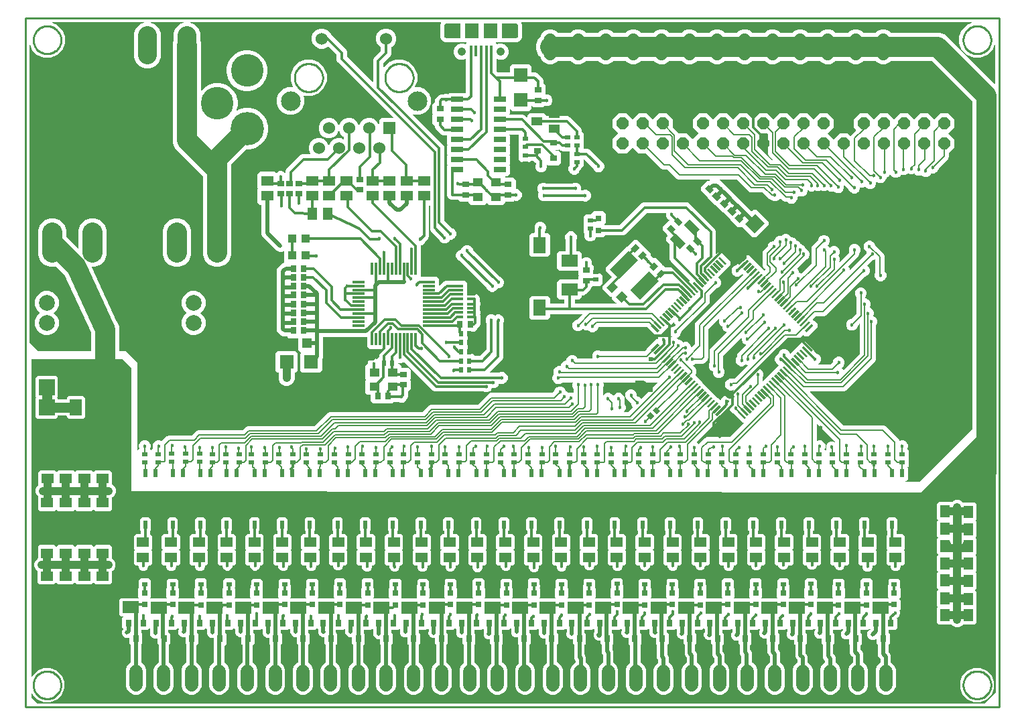
<source format=gbr>
G04 EAGLE Gerber RS-274X export*
G75*
%MOMM*%
%FSLAX34Y34*%
%LPD*%
%INTop Copper*%
%IPPOS*%
%AMOC8*
5,1,8,0,0,1.08239X$1,22.5*%
G01*
%ADD10R,1.800000X1.700000*%
%ADD11R,0.700000X0.900000*%
%ADD12R,0.900000X0.700000*%
%ADD13R,1.524000X1.524000*%
%ADD14C,1.524000*%
%ADD15C,2.476500*%
%ADD16R,1.200000X1.300000*%
%ADD17R,0.800000X0.800000*%
%ADD18R,1.300000X1.100000*%
%ADD19R,1.000000X1.100000*%
%ADD20R,1.500000X1.300000*%
%ADD21R,1.300000X1.500000*%
%ADD22R,0.700000X0.600000*%
%ADD23R,0.600000X0.700000*%
%ADD24R,0.500000X0.400000*%
%ADD25R,0.500000X0.300000*%
%ADD26C,2.000000*%
%ADD27R,2.000000X2.000000*%
%ADD28R,0.300000X1.500000*%
%ADD29R,1.500000X0.300000*%
%ADD30R,1.200000X0.300000*%
%ADD31R,1.700000X3.300000*%
%ADD32R,1.000000X1.800000*%
%ADD33R,1.600000X2.000000*%
%ADD34C,1.700000*%
%ADD35C,4.216000*%
%ADD36C,4.114800*%
%ADD37R,0.500000X1.000000*%
%ADD38R,0.800000X0.900000*%
%ADD39R,2.100000X1.500000*%
%ADD40R,1.500000X2.100000*%
%ADD41C,2.380000*%
%ADD42C,2.540000*%
%ADD43R,1.524000X0.635000*%
%ADD44R,1.800000X1.900000*%
%ADD45R,1.730000X1.900000*%
%ADD46R,0.400000X1.350000*%
%ADD47C,1.050000*%
%ADD48R,0.900000X0.800000*%
%ADD49R,1.400000X1.000000*%
%ADD50R,1.700000X1.800000*%
%ADD51P,1.649562X8X202.500000*%
%ADD52C,0.508000*%
%ADD53C,0.454000*%
%ADD54C,0.203200*%
%ADD55C,0.304800*%
%ADD56C,1.016000*%
%ADD57C,0.604000*%
%ADD58C,0.152400*%
%ADD59C,1.270000*%
%ADD60C,0.254000*%

G36*
X1129866Y284371D02*
X1129866Y284371D01*
X1129941Y284384D01*
X1129951Y284391D01*
X1129961Y284393D01*
X1129990Y284417D01*
X1130061Y284465D01*
X1196482Y350886D01*
X1196522Y350951D01*
X1196566Y351013D01*
X1196568Y351025D01*
X1196573Y351033D01*
X1196577Y351070D01*
X1196593Y351155D01*
X1196593Y764637D01*
X1196580Y764693D01*
X1196580Y764710D01*
X1196575Y764720D01*
X1196563Y764786D01*
X1196556Y764796D01*
X1196554Y764806D01*
X1196530Y764835D01*
X1196482Y764906D01*
X1145414Y815974D01*
X1145350Y816014D01*
X1145288Y816058D01*
X1145276Y816060D01*
X1145267Y816065D01*
X1145230Y816069D01*
X1145145Y816085D01*
X1093926Y816085D01*
X1093852Y816068D01*
X1093777Y816055D01*
X1093767Y816048D01*
X1093757Y816046D01*
X1093728Y816022D01*
X1093657Y815974D01*
X1091536Y813853D01*
X1086544Y811785D01*
X1081142Y811785D01*
X1076150Y813853D01*
X1074029Y815974D01*
X1073964Y816014D01*
X1073902Y816058D01*
X1073890Y816060D01*
X1073882Y816065D01*
X1073845Y816069D01*
X1073760Y816085D01*
X1058926Y816085D01*
X1058852Y816068D01*
X1058777Y816055D01*
X1058767Y816048D01*
X1058757Y816046D01*
X1058728Y816022D01*
X1058657Y815974D01*
X1056536Y813853D01*
X1051544Y811785D01*
X1046142Y811785D01*
X1041150Y813853D01*
X1039029Y815974D01*
X1038964Y816014D01*
X1038902Y816058D01*
X1038890Y816060D01*
X1038882Y816065D01*
X1038845Y816069D01*
X1038760Y816085D01*
X1023926Y816085D01*
X1023852Y816068D01*
X1023777Y816055D01*
X1023767Y816048D01*
X1023757Y816046D01*
X1023728Y816022D01*
X1023657Y815974D01*
X1021536Y813853D01*
X1016544Y811785D01*
X1011142Y811785D01*
X1006150Y813853D01*
X1004029Y815974D01*
X1003964Y816014D01*
X1003902Y816058D01*
X1003890Y816060D01*
X1003882Y816065D01*
X1003845Y816069D01*
X1003760Y816085D01*
X988926Y816085D01*
X988852Y816068D01*
X988777Y816055D01*
X988767Y816048D01*
X988757Y816046D01*
X988728Y816022D01*
X988657Y815974D01*
X986536Y813853D01*
X981544Y811785D01*
X976142Y811785D01*
X971150Y813853D01*
X969029Y815974D01*
X968964Y816014D01*
X968902Y816058D01*
X968890Y816060D01*
X968882Y816065D01*
X968845Y816069D01*
X968760Y816085D01*
X953926Y816085D01*
X953852Y816068D01*
X953777Y816055D01*
X953767Y816048D01*
X953757Y816046D01*
X953728Y816022D01*
X953657Y815974D01*
X951536Y813853D01*
X946544Y811785D01*
X941142Y811785D01*
X936150Y813853D01*
X934029Y815974D01*
X933964Y816014D01*
X933902Y816058D01*
X933890Y816060D01*
X933882Y816065D01*
X933845Y816069D01*
X933760Y816085D01*
X918926Y816085D01*
X918852Y816068D01*
X918777Y816055D01*
X918767Y816048D01*
X918757Y816046D01*
X918728Y816022D01*
X918657Y815974D01*
X916536Y813853D01*
X911544Y811785D01*
X906142Y811785D01*
X901150Y813853D01*
X899029Y815974D01*
X898964Y816014D01*
X898902Y816058D01*
X898890Y816060D01*
X898882Y816065D01*
X898845Y816069D01*
X898760Y816085D01*
X883926Y816085D01*
X883852Y816068D01*
X883777Y816055D01*
X883767Y816048D01*
X883757Y816046D01*
X883728Y816022D01*
X883657Y815974D01*
X881536Y813853D01*
X876544Y811785D01*
X871142Y811785D01*
X866150Y813853D01*
X864029Y815974D01*
X863964Y816014D01*
X863902Y816058D01*
X863890Y816060D01*
X863882Y816065D01*
X863845Y816069D01*
X863760Y816085D01*
X848926Y816085D01*
X848852Y816068D01*
X848777Y816055D01*
X848767Y816048D01*
X848757Y816046D01*
X848728Y816022D01*
X848657Y815974D01*
X846536Y813853D01*
X841544Y811785D01*
X836142Y811785D01*
X831150Y813853D01*
X829029Y815974D01*
X828964Y816014D01*
X828902Y816058D01*
X828890Y816060D01*
X828882Y816065D01*
X828845Y816069D01*
X828760Y816085D01*
X813926Y816085D01*
X813852Y816068D01*
X813777Y816055D01*
X813767Y816048D01*
X813757Y816046D01*
X813728Y816022D01*
X813657Y815974D01*
X811536Y813853D01*
X806544Y811785D01*
X801142Y811785D01*
X796150Y813853D01*
X794029Y815974D01*
X793964Y816014D01*
X793902Y816058D01*
X793890Y816060D01*
X793882Y816065D01*
X793845Y816069D01*
X793760Y816085D01*
X778355Y816085D01*
X778281Y816068D01*
X778206Y816055D01*
X778196Y816048D01*
X778186Y816046D01*
X778157Y816022D01*
X778086Y815974D01*
X775965Y813853D01*
X770973Y811785D01*
X765571Y811785D01*
X760579Y813853D01*
X758458Y815974D01*
X758393Y816014D01*
X758331Y816058D01*
X758319Y816060D01*
X758311Y816065D01*
X758274Y816069D01*
X758189Y816085D01*
X743355Y816085D01*
X743281Y816068D01*
X743206Y816055D01*
X743196Y816048D01*
X743186Y816046D01*
X743157Y816022D01*
X743086Y815974D01*
X740965Y813853D01*
X735973Y811785D01*
X730571Y811785D01*
X725579Y813853D01*
X723458Y815974D01*
X723393Y816014D01*
X723331Y816058D01*
X723319Y816060D01*
X723311Y816065D01*
X723274Y816069D01*
X723189Y816085D01*
X708355Y816085D01*
X708281Y816068D01*
X708206Y816055D01*
X708196Y816048D01*
X708186Y816046D01*
X708157Y816022D01*
X708086Y815974D01*
X705965Y813853D01*
X700973Y811785D01*
X695571Y811785D01*
X690579Y813853D01*
X688458Y815974D01*
X688393Y816014D01*
X688331Y816058D01*
X688319Y816060D01*
X688311Y816065D01*
X688274Y816069D01*
X688189Y816085D01*
X673355Y816085D01*
X673281Y816068D01*
X673206Y816055D01*
X673196Y816048D01*
X673186Y816046D01*
X673157Y816022D01*
X673086Y815974D01*
X670965Y813853D01*
X665973Y811785D01*
X660571Y811785D01*
X655579Y813853D01*
X651759Y817673D01*
X649977Y821974D01*
X649976Y821975D01*
X649976Y821977D01*
X649895Y822097D01*
X648198Y823794D01*
X645491Y830329D01*
X645491Y837403D01*
X648198Y843938D01*
X649895Y845635D01*
X649896Y845636D01*
X649897Y845637D01*
X649977Y845758D01*
X651759Y850059D01*
X655579Y853879D01*
X660571Y855947D01*
X665973Y855947D01*
X670965Y853879D01*
X673086Y851758D01*
X673151Y851718D01*
X673213Y851674D01*
X673225Y851672D01*
X673233Y851667D01*
X673270Y851663D01*
X673355Y851647D01*
X688189Y851647D01*
X688263Y851664D01*
X688338Y851677D01*
X688348Y851684D01*
X688358Y851686D01*
X688387Y851710D01*
X688458Y851758D01*
X690579Y853879D01*
X695571Y855947D01*
X700973Y855947D01*
X705965Y853879D01*
X708086Y851758D01*
X708151Y851718D01*
X708213Y851674D01*
X708225Y851672D01*
X708233Y851667D01*
X708270Y851663D01*
X708355Y851647D01*
X723189Y851647D01*
X723263Y851664D01*
X723338Y851677D01*
X723348Y851684D01*
X723358Y851686D01*
X723387Y851710D01*
X723458Y851758D01*
X725579Y853879D01*
X730571Y855947D01*
X735973Y855947D01*
X740965Y853879D01*
X743086Y851758D01*
X743151Y851718D01*
X743213Y851674D01*
X743225Y851672D01*
X743233Y851667D01*
X743270Y851663D01*
X743355Y851647D01*
X758189Y851647D01*
X758263Y851664D01*
X758338Y851677D01*
X758348Y851684D01*
X758358Y851686D01*
X758387Y851710D01*
X758458Y851758D01*
X760579Y853879D01*
X765571Y855947D01*
X770973Y855947D01*
X775965Y853879D01*
X778086Y851758D01*
X778151Y851718D01*
X778213Y851674D01*
X778225Y851672D01*
X778233Y851667D01*
X778270Y851663D01*
X778355Y851647D01*
X793760Y851647D01*
X793834Y851664D01*
X793909Y851677D01*
X793919Y851684D01*
X793929Y851686D01*
X793958Y851710D01*
X794029Y851758D01*
X796150Y853879D01*
X801142Y855947D01*
X806544Y855947D01*
X811536Y853879D01*
X813657Y851758D01*
X813722Y851718D01*
X813784Y851674D01*
X813796Y851672D01*
X813804Y851667D01*
X813841Y851663D01*
X813926Y851647D01*
X828760Y851647D01*
X828834Y851664D01*
X828909Y851677D01*
X828919Y851684D01*
X828929Y851686D01*
X828958Y851710D01*
X829029Y851758D01*
X831150Y853879D01*
X836142Y855947D01*
X841544Y855947D01*
X846536Y853879D01*
X848657Y851758D01*
X848722Y851718D01*
X848784Y851674D01*
X848796Y851672D01*
X848804Y851667D01*
X848841Y851663D01*
X848926Y851647D01*
X863760Y851647D01*
X863834Y851664D01*
X863909Y851677D01*
X863919Y851684D01*
X863929Y851686D01*
X863958Y851710D01*
X864029Y851758D01*
X866150Y853879D01*
X871142Y855947D01*
X876544Y855947D01*
X881536Y853879D01*
X883657Y851758D01*
X883722Y851718D01*
X883784Y851674D01*
X883796Y851672D01*
X883804Y851667D01*
X883841Y851663D01*
X883926Y851647D01*
X898760Y851647D01*
X898834Y851664D01*
X898909Y851677D01*
X898919Y851684D01*
X898929Y851686D01*
X898958Y851710D01*
X899029Y851758D01*
X901150Y853879D01*
X906142Y855947D01*
X911544Y855947D01*
X916536Y853879D01*
X918657Y851758D01*
X918722Y851718D01*
X918784Y851674D01*
X918796Y851672D01*
X918804Y851667D01*
X918841Y851663D01*
X918926Y851647D01*
X933760Y851647D01*
X933834Y851664D01*
X933909Y851677D01*
X933919Y851684D01*
X933929Y851686D01*
X933958Y851710D01*
X934029Y851758D01*
X936150Y853879D01*
X941142Y855947D01*
X946544Y855947D01*
X951536Y853879D01*
X953657Y851758D01*
X953722Y851718D01*
X953784Y851674D01*
X953796Y851672D01*
X953804Y851667D01*
X953841Y851663D01*
X953926Y851647D01*
X968760Y851647D01*
X968834Y851664D01*
X968909Y851677D01*
X968919Y851684D01*
X968929Y851686D01*
X968958Y851710D01*
X969029Y851758D01*
X971150Y853879D01*
X976142Y855947D01*
X981544Y855947D01*
X986536Y853879D01*
X988657Y851758D01*
X988722Y851718D01*
X988784Y851674D01*
X988796Y851672D01*
X988804Y851667D01*
X988841Y851663D01*
X988926Y851647D01*
X1003760Y851647D01*
X1003834Y851664D01*
X1003909Y851677D01*
X1003919Y851684D01*
X1003929Y851686D01*
X1003958Y851710D01*
X1004029Y851758D01*
X1006150Y853879D01*
X1011142Y855947D01*
X1016544Y855947D01*
X1021536Y853879D01*
X1023657Y851758D01*
X1023722Y851718D01*
X1023784Y851674D01*
X1023796Y851672D01*
X1023804Y851667D01*
X1023841Y851663D01*
X1023926Y851647D01*
X1038760Y851647D01*
X1038834Y851664D01*
X1038909Y851677D01*
X1038919Y851684D01*
X1038929Y851686D01*
X1038958Y851710D01*
X1039029Y851758D01*
X1041150Y853879D01*
X1046142Y855947D01*
X1051544Y855947D01*
X1056536Y853879D01*
X1058657Y851758D01*
X1058722Y851718D01*
X1058784Y851674D01*
X1058796Y851672D01*
X1058804Y851667D01*
X1058841Y851663D01*
X1058926Y851647D01*
X1073760Y851647D01*
X1073834Y851664D01*
X1073909Y851677D01*
X1073919Y851684D01*
X1073929Y851686D01*
X1073958Y851710D01*
X1074029Y851758D01*
X1076150Y853879D01*
X1081142Y855947D01*
X1086544Y855947D01*
X1091536Y853879D01*
X1093657Y851758D01*
X1093722Y851718D01*
X1093784Y851674D01*
X1093796Y851672D01*
X1093804Y851667D01*
X1093841Y851663D01*
X1093926Y851647D01*
X1156205Y851647D01*
X1162740Y848940D01*
X1224270Y787410D01*
X1224292Y787396D01*
X1224308Y787376D01*
X1224365Y787351D01*
X1224417Y787318D01*
X1224443Y787316D01*
X1224467Y787305D01*
X1224528Y787308D01*
X1224590Y787302D01*
X1224614Y787311D01*
X1224640Y787312D01*
X1224694Y787341D01*
X1224752Y787363D01*
X1224769Y787382D01*
X1224792Y787395D01*
X1224827Y787445D01*
X1224869Y787490D01*
X1224877Y787515D01*
X1224892Y787536D01*
X1224908Y787621D01*
X1224919Y787657D01*
X1224917Y787666D01*
X1224919Y787678D01*
X1224919Y836044D01*
X1224916Y836056D01*
X1224918Y836069D01*
X1224897Y836140D01*
X1224880Y836212D01*
X1224872Y836222D01*
X1224868Y836235D01*
X1224817Y836289D01*
X1224770Y836346D01*
X1224758Y836351D01*
X1224749Y836361D01*
X1224679Y836387D01*
X1224611Y836417D01*
X1224598Y836416D01*
X1224586Y836421D01*
X1224513Y836413D01*
X1224438Y836410D01*
X1224427Y836404D01*
X1224414Y836403D01*
X1224351Y836363D01*
X1224286Y836328D01*
X1224279Y836317D01*
X1224268Y836310D01*
X1224188Y836189D01*
X1221511Y829727D01*
X1215159Y823375D01*
X1206860Y819937D01*
X1197876Y819937D01*
X1189577Y823375D01*
X1183225Y829727D01*
X1179787Y838026D01*
X1179787Y847010D01*
X1183225Y855309D01*
X1189577Y861661D01*
X1195677Y864188D01*
X1195688Y864195D01*
X1195700Y864198D01*
X1195758Y864245D01*
X1195818Y864289D01*
X1195824Y864300D01*
X1195834Y864308D01*
X1195864Y864376D01*
X1195899Y864442D01*
X1195900Y864455D01*
X1195905Y864467D01*
X1195902Y864541D01*
X1195904Y864615D01*
X1195899Y864627D01*
X1195898Y864640D01*
X1195863Y864705D01*
X1195832Y864772D01*
X1195822Y864781D01*
X1195816Y864792D01*
X1195755Y864835D01*
X1195697Y864881D01*
X1195684Y864884D01*
X1195674Y864892D01*
X1195532Y864919D01*
X626968Y864919D01*
X626967Y864919D01*
X626883Y864899D01*
X626799Y864880D01*
X626799Y864879D01*
X626798Y864879D01*
X626732Y864824D01*
X626666Y864770D01*
X626666Y864769D01*
X626665Y864769D01*
X626630Y864689D01*
X626595Y864611D01*
X626595Y864610D01*
X626598Y864529D01*
X626602Y864438D01*
X626602Y864437D01*
X626667Y864308D01*
X626784Y864155D01*
X626966Y863475D01*
X626984Y863442D01*
X627004Y863383D01*
X627356Y862774D01*
X627400Y862434D01*
X627414Y862399D01*
X627426Y862338D01*
X627557Y862021D01*
X627557Y861613D01*
X627558Y861611D01*
X627557Y861610D01*
X627586Y861468D01*
X627651Y861312D01*
X627651Y860558D01*
X627656Y860537D01*
X627654Y860508D01*
X627752Y859760D01*
X627664Y859429D01*
X627662Y859391D01*
X627651Y859331D01*
X627651Y848969D01*
X627659Y848932D01*
X627664Y848871D01*
X627752Y848540D01*
X627654Y847792D01*
X627656Y847770D01*
X627651Y847742D01*
X627651Y846988D01*
X627586Y846832D01*
X627586Y846831D01*
X627585Y846829D01*
X627557Y846687D01*
X627557Y846279D01*
X627426Y845962D01*
X627420Y845924D01*
X627400Y845866D01*
X627356Y845526D01*
X627004Y844917D01*
X626993Y844880D01*
X626966Y844825D01*
X626784Y844145D01*
X626575Y843873D01*
X626559Y843839D01*
X626525Y843787D01*
X626394Y843470D01*
X625897Y842973D01*
X625877Y842941D01*
X625836Y842894D01*
X625484Y842285D01*
X625212Y842076D01*
X625188Y842047D01*
X625142Y842006D01*
X624933Y841734D01*
X624324Y841382D01*
X624296Y841356D01*
X624245Y841321D01*
X623748Y840824D01*
X623431Y840693D01*
X623400Y840671D01*
X623345Y840643D01*
X623073Y840434D01*
X622393Y840252D01*
X622360Y840234D01*
X622301Y840214D01*
X621692Y839862D01*
X621594Y839849D01*
X621546Y839831D01*
X621495Y839822D01*
X621460Y839799D01*
X621432Y839788D01*
X621411Y839766D01*
X621374Y839741D01*
X621202Y839569D01*
X620311Y839569D01*
X620309Y839569D01*
X620307Y839569D01*
X620297Y839567D01*
X619476Y839567D01*
X619455Y839562D01*
X619426Y839564D01*
X618678Y839466D01*
X618347Y839554D01*
X618309Y839556D01*
X618249Y839567D01*
X601346Y839567D01*
X601335Y839569D01*
X599693Y839569D01*
X599327Y839936D01*
X599284Y839963D01*
X599246Y839997D01*
X599211Y840008D01*
X599180Y840027D01*
X599129Y840032D01*
X599080Y840047D01*
X599044Y840040D01*
X599007Y840044D01*
X598960Y840026D01*
X598909Y840017D01*
X598874Y839993D01*
X598845Y839982D01*
X598824Y839960D01*
X598789Y839936D01*
X598423Y839569D01*
X594502Y839569D01*
X594477Y839563D01*
X594451Y839566D01*
X594393Y839544D01*
X594333Y839530D01*
X594313Y839513D01*
X594289Y839504D01*
X594247Y839459D01*
X594200Y839420D01*
X594189Y839396D01*
X594171Y839377D01*
X594154Y839318D01*
X594129Y839261D01*
X594130Y839236D01*
X594122Y839211D01*
X594133Y839150D01*
X594135Y839088D01*
X594148Y839066D01*
X594152Y839040D01*
X594200Y838969D01*
X594218Y838936D01*
X594226Y838930D01*
X594233Y838920D01*
X595825Y837328D01*
X595879Y837295D01*
X595928Y837255D01*
X595952Y837250D01*
X595972Y837237D01*
X596035Y837231D01*
X596097Y837217D01*
X596124Y837222D01*
X596144Y837220D01*
X596180Y837234D01*
X596239Y837246D01*
X598013Y837981D01*
X602123Y837981D01*
X605920Y836408D01*
X608826Y833502D01*
X610399Y829705D01*
X610399Y825595D01*
X608826Y821798D01*
X605920Y818892D01*
X602123Y817319D01*
X598013Y817319D01*
X595949Y818174D01*
X595911Y818181D01*
X595875Y818196D01*
X595826Y818195D01*
X595778Y818203D01*
X595741Y818191D01*
X595702Y818190D01*
X595659Y818166D01*
X595612Y818152D01*
X595584Y818125D01*
X595550Y818107D01*
X595522Y818067D01*
X595486Y818033D01*
X595473Y817997D01*
X595450Y817965D01*
X595439Y817906D01*
X595426Y817870D01*
X595428Y817850D01*
X595423Y817823D01*
X595423Y803455D01*
X595440Y803381D01*
X595453Y803307D01*
X595460Y803296D01*
X595462Y803287D01*
X595486Y803258D01*
X595534Y803186D01*
X596857Y801863D01*
X596922Y801823D01*
X596984Y801779D01*
X596996Y801777D01*
X597005Y801772D01*
X597042Y801768D01*
X597126Y801752D01*
X611895Y801752D01*
X611945Y801763D01*
X611996Y801765D01*
X612028Y801783D01*
X612064Y801791D01*
X612103Y801824D01*
X612148Y801848D01*
X612169Y801878D01*
X612197Y801901D01*
X612218Y801948D01*
X612248Y801990D01*
X612256Y802032D01*
X612268Y802060D01*
X612267Y802090D01*
X612275Y802132D01*
X612275Y808925D01*
X615251Y811901D01*
X636461Y811901D01*
X639437Y808925D01*
X639437Y802132D01*
X639448Y802082D01*
X639450Y802031D01*
X639468Y801999D01*
X639476Y801963D01*
X639509Y801924D01*
X639533Y801879D01*
X639563Y801858D01*
X639586Y801830D01*
X639633Y801809D01*
X639675Y801779D01*
X639717Y801771D01*
X639745Y801759D01*
X639775Y801760D01*
X639817Y801752D01*
X644061Y801752D01*
X646488Y800746D01*
X653299Y793935D01*
X654305Y791508D01*
X654305Y788160D01*
X654317Y788105D01*
X654318Y788084D01*
X654324Y788073D01*
X654335Y788011D01*
X654342Y788001D01*
X654344Y787991D01*
X654368Y787962D01*
X654416Y787891D01*
X657281Y785027D01*
X657281Y774049D01*
X657292Y773999D01*
X657294Y773948D01*
X657312Y773916D01*
X657320Y773880D01*
X657353Y773841D01*
X657377Y773796D01*
X657407Y773775D01*
X657430Y773747D01*
X657477Y773726D01*
X657519Y773696D01*
X657561Y773688D01*
X657589Y773676D01*
X657619Y773677D01*
X657661Y773669D01*
X660084Y773669D01*
X662786Y772550D01*
X664854Y770482D01*
X665973Y767780D01*
X665973Y764856D01*
X664854Y762154D01*
X662786Y760086D01*
X660084Y758967D01*
X657160Y758967D01*
X656172Y759377D01*
X656109Y759387D01*
X656048Y759405D01*
X656025Y759401D01*
X656001Y759405D01*
X655940Y759386D01*
X655877Y759375D01*
X655855Y759360D01*
X655835Y759354D01*
X655808Y759328D01*
X655757Y759294D01*
X654305Y757841D01*
X641095Y757841D01*
X640086Y758851D01*
X640064Y758865D01*
X640048Y758884D01*
X639991Y758910D01*
X639939Y758942D01*
X639913Y758945D01*
X639889Y758955D01*
X639828Y758953D01*
X639766Y758959D01*
X639742Y758950D01*
X639716Y758949D01*
X639662Y758919D01*
X639604Y758897D01*
X639587Y758878D01*
X639564Y758866D01*
X639529Y758816D01*
X639487Y758770D01*
X639479Y758745D01*
X639464Y758724D01*
X639448Y758640D01*
X639437Y758604D01*
X639439Y758594D01*
X639437Y758582D01*
X639437Y755715D01*
X636461Y752739D01*
X615251Y752739D01*
X612562Y755429D01*
X612540Y755443D01*
X612524Y755462D01*
X612467Y755488D01*
X612415Y755520D01*
X612389Y755523D01*
X612365Y755533D01*
X612304Y755531D01*
X612242Y755537D01*
X612218Y755528D01*
X612192Y755527D01*
X612138Y755497D01*
X612080Y755475D01*
X612063Y755456D01*
X612040Y755444D01*
X612005Y755394D01*
X611963Y755348D01*
X611955Y755323D01*
X611940Y755302D01*
X611924Y755218D01*
X611913Y755182D01*
X611915Y755172D01*
X611913Y755160D01*
X611913Y749355D01*
X611746Y749188D01*
X611732Y749166D01*
X611713Y749150D01*
X611687Y749093D01*
X611655Y749041D01*
X611652Y749015D01*
X611642Y748991D01*
X611644Y748930D01*
X611638Y748868D01*
X611647Y748844D01*
X611648Y748818D01*
X611678Y748764D01*
X611700Y748706D01*
X611719Y748689D01*
X611731Y748666D01*
X611782Y748631D01*
X611827Y748589D01*
X611852Y748581D01*
X611873Y748566D01*
X611957Y748550D01*
X611993Y748539D01*
X612003Y748541D01*
X612015Y748539D01*
X628440Y748539D01*
X630867Y747533D01*
X633432Y744969D01*
X633454Y744955D01*
X633470Y744935D01*
X633526Y744910D01*
X633579Y744877D01*
X633604Y744875D01*
X633628Y744864D01*
X633690Y744867D01*
X633751Y744861D01*
X633775Y744870D01*
X633801Y744871D01*
X633856Y744901D01*
X633913Y744923D01*
X633931Y744941D01*
X633953Y744954D01*
X633989Y745004D01*
X634031Y745050D01*
X634038Y745074D01*
X634053Y745095D01*
X634070Y745180D01*
X634080Y745216D01*
X634078Y745226D01*
X634081Y745238D01*
X634081Y746753D01*
X637057Y749729D01*
X655266Y749729D01*
X658242Y746753D01*
X658242Y746633D01*
X658254Y746583D01*
X658256Y746532D01*
X658273Y746500D01*
X658282Y746464D01*
X658314Y746425D01*
X658339Y746380D01*
X658369Y746359D01*
X658392Y746331D01*
X658439Y746310D01*
X658480Y746280D01*
X658522Y746272D01*
X658550Y746260D01*
X658581Y746261D01*
X658622Y746253D01*
X685336Y746253D01*
X687763Y745247D01*
X702067Y730943D01*
X703073Y728516D01*
X703073Y726740D01*
X703090Y726666D01*
X703103Y726591D01*
X703110Y726581D01*
X703112Y726571D01*
X703136Y726542D01*
X703184Y726471D01*
X705049Y724607D01*
X705049Y705405D01*
X705060Y705355D01*
X705062Y705304D01*
X705080Y705272D01*
X705088Y705236D01*
X705121Y705197D01*
X705145Y705152D01*
X705175Y705131D01*
X705198Y705103D01*
X705245Y705082D01*
X705287Y705052D01*
X705329Y705044D01*
X705357Y705032D01*
X705387Y705033D01*
X705429Y705025D01*
X710308Y705025D01*
X712735Y704019D01*
X727510Y689244D01*
X727512Y689243D01*
X727513Y689242D01*
X727634Y689162D01*
X728064Y688984D01*
X730132Y686916D01*
X731251Y684214D01*
X731251Y681290D01*
X730132Y678588D01*
X728064Y676520D01*
X725362Y675401D01*
X722438Y675401D01*
X719736Y676520D01*
X717668Y678588D01*
X716549Y681290D01*
X716549Y681367D01*
X716536Y681423D01*
X716536Y681435D01*
X716532Y681443D01*
X716519Y681515D01*
X716512Y681526D01*
X716510Y681535D01*
X716486Y681564D01*
X716438Y681636D01*
X706370Y691704D01*
X706305Y691744D01*
X706243Y691788D01*
X706231Y691790D01*
X706222Y691795D01*
X706185Y691799D01*
X706101Y691815D01*
X705429Y691815D01*
X705379Y691804D01*
X705328Y691802D01*
X705296Y691784D01*
X705260Y691776D01*
X705221Y691743D01*
X705176Y691719D01*
X705155Y691689D01*
X705127Y691666D01*
X705106Y691619D01*
X705076Y691577D01*
X705068Y691535D01*
X705056Y691507D01*
X705057Y691477D01*
X705049Y691435D01*
X705049Y683315D01*
X702877Y681144D01*
X702876Y681142D01*
X702874Y681141D01*
X702794Y681020D01*
X702067Y679265D01*
X700631Y677828D01*
X700630Y677827D01*
X700628Y677826D01*
X700587Y677764D01*
X700586Y677763D01*
X700585Y677760D01*
X700548Y677705D01*
X699652Y675540D01*
X697584Y673472D01*
X694882Y672353D01*
X691958Y672353D01*
X689256Y673472D01*
X687188Y675540D01*
X686069Y678242D01*
X686069Y681166D01*
X687188Y683868D01*
X687776Y684455D01*
X687816Y684520D01*
X687860Y684582D01*
X687862Y684594D01*
X687867Y684603D01*
X687871Y684640D01*
X687879Y684682D01*
X687880Y684685D01*
X687880Y684688D01*
X687887Y684724D01*
X687887Y701041D01*
X687876Y701091D01*
X687874Y701142D01*
X687856Y701174D01*
X687848Y701210D01*
X687815Y701249D01*
X687791Y701294D01*
X687761Y701315D01*
X687738Y701343D01*
X687691Y701364D01*
X687649Y701394D01*
X687607Y701402D01*
X687579Y701414D01*
X687549Y701413D01*
X687507Y701421D01*
X679179Y701421D01*
X677815Y702786D01*
X677750Y702826D01*
X677688Y702870D01*
X677676Y702872D01*
X677668Y702877D01*
X677631Y702881D01*
X677546Y702897D01*
X676786Y702897D01*
X674645Y703784D01*
X674582Y703795D01*
X674521Y703813D01*
X674498Y703808D01*
X674474Y703812D01*
X674413Y703794D01*
X674351Y703783D01*
X674328Y703768D01*
X674308Y703762D01*
X674281Y703736D01*
X674231Y703702D01*
X673766Y703237D01*
X669985Y703237D01*
X669960Y703231D01*
X669934Y703234D01*
X669877Y703212D01*
X669816Y703198D01*
X669797Y703181D01*
X669772Y703172D01*
X669731Y703127D01*
X669683Y703088D01*
X669672Y703064D01*
X669655Y703045D01*
X669637Y702986D01*
X669612Y702929D01*
X669613Y702904D01*
X669606Y702879D01*
X669616Y702818D01*
X669619Y702756D01*
X669631Y702734D01*
X669635Y702708D01*
X669684Y702637D01*
X669701Y702604D01*
X669709Y702598D01*
X669716Y702588D01*
X669794Y702510D01*
X669859Y702470D01*
X669921Y702426D01*
X669933Y702424D01*
X669942Y702419D01*
X669979Y702415D01*
X670063Y702399D01*
X673766Y702399D01*
X676742Y699423D01*
X676742Y687213D01*
X673766Y684237D01*
X660557Y684237D01*
X658997Y685798D01*
X658986Y685804D01*
X658978Y685815D01*
X658912Y685850D01*
X658892Y685862D01*
X658881Y685870D01*
X658879Y685871D01*
X658849Y685889D01*
X658837Y685890D01*
X658825Y685896D01*
X658751Y685898D01*
X658677Y685906D01*
X658665Y685901D01*
X658652Y685901D01*
X658584Y685870D01*
X658515Y685844D01*
X658506Y685834D01*
X658494Y685829D01*
X658448Y685771D01*
X658397Y685717D01*
X658394Y685704D01*
X658385Y685694D01*
X658369Y685622D01*
X658361Y685594D01*
X658359Y685590D01*
X658359Y685588D01*
X658348Y685551D01*
X658350Y685538D01*
X658348Y685525D01*
X658365Y685440D01*
X658366Y685417D01*
X658372Y685405D01*
X658376Y685383D01*
X658861Y684214D01*
X658861Y681290D01*
X657742Y678588D01*
X655674Y676520D01*
X652972Y675401D01*
X650048Y675401D01*
X647346Y676520D01*
X645278Y678588D01*
X644159Y681290D01*
X644159Y684214D01*
X644876Y685945D01*
X644877Y685947D01*
X644878Y685949D01*
X644905Y686091D01*
X644905Y686811D01*
X644888Y686885D01*
X644875Y686959D01*
X644868Y686970D01*
X644866Y686979D01*
X644842Y687008D01*
X644794Y687080D01*
X642202Y689672D01*
X642137Y689712D01*
X642075Y689756D01*
X642063Y689758D01*
X642054Y689763D01*
X642017Y689767D01*
X641933Y689783D01*
X638936Y689783D01*
X638862Y689766D01*
X638787Y689753D01*
X638777Y689746D01*
X638767Y689744D01*
X638738Y689720D01*
X638667Y689672D01*
X637303Y688307D01*
X626093Y688307D01*
X623117Y691283D01*
X623117Y701493D01*
X623412Y701787D01*
X623439Y701830D01*
X623473Y701868D01*
X623484Y701903D01*
X623503Y701934D01*
X623508Y701985D01*
X623523Y702034D01*
X623516Y702070D01*
X623520Y702107D01*
X623502Y702154D01*
X623493Y702205D01*
X623469Y702240D01*
X623458Y702269D01*
X623436Y702290D01*
X623412Y702325D01*
X622863Y702873D01*
X622863Y722249D01*
X622852Y722299D01*
X622850Y722350D01*
X622832Y722382D01*
X622824Y722418D01*
X622791Y722457D01*
X622767Y722502D01*
X622737Y722523D01*
X622714Y722551D01*
X622667Y722572D01*
X622625Y722602D01*
X622583Y722610D01*
X622555Y722622D01*
X622525Y722621D01*
X622483Y722629D01*
X612015Y722629D01*
X611990Y722623D01*
X611964Y722626D01*
X611906Y722604D01*
X611846Y722590D01*
X611826Y722573D01*
X611802Y722564D01*
X611760Y722519D01*
X611713Y722480D01*
X611702Y722456D01*
X611684Y722437D01*
X611667Y722378D01*
X611642Y722321D01*
X611643Y722296D01*
X611635Y722271D01*
X611646Y722210D01*
X611648Y722148D01*
X611661Y722126D01*
X611665Y722100D01*
X611713Y722029D01*
X611731Y721996D01*
X611739Y721990D01*
X611746Y721980D01*
X611913Y721813D01*
X611913Y711254D01*
X611111Y710453D01*
X611084Y710410D01*
X611050Y710372D01*
X611039Y710337D01*
X611020Y710306D01*
X611015Y710255D01*
X611000Y710206D01*
X611007Y710170D01*
X611003Y710133D01*
X611021Y710086D01*
X611030Y710035D01*
X611054Y710000D01*
X611065Y709971D01*
X611087Y709950D01*
X611111Y709915D01*
X611913Y709114D01*
X611913Y698554D01*
X611111Y697753D01*
X611084Y697710D01*
X611050Y697672D01*
X611039Y697637D01*
X611020Y697606D01*
X611015Y697555D01*
X611000Y697506D01*
X611007Y697470D01*
X611003Y697433D01*
X611021Y697386D01*
X611030Y697335D01*
X611054Y697300D01*
X611065Y697271D01*
X611087Y697250D01*
X611111Y697215D01*
X611913Y696414D01*
X611913Y685854D01*
X611111Y685053D01*
X611084Y685010D01*
X611050Y684972D01*
X611039Y684937D01*
X611020Y684906D01*
X611015Y684855D01*
X611000Y684806D01*
X611007Y684770D01*
X611003Y684733D01*
X611021Y684686D01*
X611030Y684635D01*
X611054Y684600D01*
X611065Y684571D01*
X611087Y684550D01*
X611111Y684515D01*
X611913Y683714D01*
X611913Y673154D01*
X608937Y670178D01*
X606641Y670178D01*
X606591Y670167D01*
X606540Y670165D01*
X606508Y670147D01*
X606472Y670139D01*
X606433Y670106D01*
X606388Y670082D01*
X606367Y670052D01*
X606339Y670029D01*
X606318Y669982D01*
X606288Y669940D01*
X606280Y669898D01*
X606268Y669870D01*
X606269Y669840D01*
X606261Y669798D01*
X606261Y668876D01*
X606272Y668826D01*
X606274Y668775D01*
X606292Y668743D01*
X606300Y668707D01*
X606333Y668668D01*
X606357Y668623D01*
X606387Y668602D01*
X606410Y668574D01*
X606457Y668553D01*
X606499Y668523D01*
X606541Y668515D01*
X606569Y668503D01*
X606599Y668504D01*
X606641Y668496D01*
X616459Y668496D01*
X619435Y665520D01*
X619435Y654415D01*
X619446Y654365D01*
X619448Y654314D01*
X619466Y654282D01*
X619474Y654246D01*
X619507Y654207D01*
X619531Y654162D01*
X619561Y654141D01*
X619584Y654113D01*
X619631Y654092D01*
X619673Y654062D01*
X619715Y654054D01*
X619743Y654042D01*
X619773Y654043D01*
X619815Y654035D01*
X621222Y654035D01*
X623924Y652916D01*
X625992Y650848D01*
X627111Y648146D01*
X627111Y645222D01*
X625992Y642520D01*
X623924Y640452D01*
X621222Y639333D01*
X618298Y639333D01*
X617938Y639482D01*
X617892Y639490D01*
X617871Y639494D01*
X617815Y639510D01*
X617796Y639507D01*
X617789Y639507D01*
X617788Y639507D01*
X617767Y639510D01*
X617707Y639492D01*
X617644Y639481D01*
X617627Y639469D01*
X617620Y639468D01*
X617615Y639464D01*
X617602Y639460D01*
X617574Y639434D01*
X617524Y639400D01*
X616459Y638334D01*
X606641Y638334D01*
X606591Y638323D01*
X606540Y638321D01*
X606508Y638303D01*
X606472Y638295D01*
X606433Y638262D01*
X606388Y638238D01*
X606367Y638208D01*
X606339Y638185D01*
X606318Y638138D01*
X606288Y638096D01*
X606280Y638054D01*
X606268Y638026D01*
X606269Y637996D01*
X606261Y637954D01*
X606261Y636810D01*
X603285Y633834D01*
X586075Y633834D01*
X583449Y636461D01*
X583406Y636488D01*
X583368Y636522D01*
X583333Y636533D01*
X583302Y636552D01*
X583251Y636557D01*
X583202Y636572D01*
X583166Y636565D01*
X583129Y636569D01*
X583082Y636551D01*
X583031Y636542D01*
X582996Y636518D01*
X582967Y636507D01*
X582946Y636485D01*
X582911Y636461D01*
X580285Y633834D01*
X563075Y633834D01*
X560099Y636810D01*
X560099Y637954D01*
X560088Y638004D01*
X560086Y638055D01*
X560068Y638087D01*
X560060Y638123D01*
X560027Y638162D01*
X560003Y638207D01*
X559973Y638228D01*
X559950Y638256D01*
X559903Y638277D01*
X559861Y638307D01*
X559819Y638315D01*
X559791Y638327D01*
X559761Y638326D01*
X559719Y638334D01*
X549401Y638334D01*
X547537Y640199D01*
X547472Y640239D01*
X547410Y640283D01*
X547398Y640285D01*
X547390Y640290D01*
X547353Y640294D01*
X547268Y640310D01*
X538459Y640310D01*
X536032Y641316D01*
X535554Y641793D01*
X533643Y643705D01*
X532637Y646132D01*
X532637Y672971D01*
X532626Y673021D01*
X532624Y673070D01*
X532612Y673092D01*
X532611Y673095D01*
X532611Y683714D01*
X533413Y684515D01*
X533440Y684558D01*
X533474Y684596D01*
X533485Y684631D01*
X533504Y684662D01*
X533509Y684713D01*
X533524Y684762D01*
X533517Y684798D01*
X533521Y684835D01*
X533503Y684882D01*
X533494Y684933D01*
X533470Y684968D01*
X533459Y684997D01*
X533437Y685018D01*
X533413Y685053D01*
X532611Y685854D01*
X532611Y696414D01*
X533413Y697215D01*
X533440Y697258D01*
X533474Y697296D01*
X533485Y697331D01*
X533504Y697362D01*
X533509Y697413D01*
X533524Y697462D01*
X533517Y697498D01*
X533521Y697535D01*
X533503Y697582D01*
X533494Y697633D01*
X533470Y697668D01*
X533459Y697697D01*
X533437Y697718D01*
X533413Y697753D01*
X532611Y698554D01*
X532611Y709114D01*
X533413Y709915D01*
X533440Y709958D01*
X533474Y709996D01*
X533485Y710031D01*
X533504Y710062D01*
X533509Y710113D01*
X533524Y710162D01*
X533517Y710198D01*
X533521Y710235D01*
X533503Y710282D01*
X533494Y710333D01*
X533470Y710368D01*
X533459Y710397D01*
X533437Y710418D01*
X533413Y710453D01*
X532611Y711254D01*
X532611Y721741D01*
X532600Y721791D01*
X532598Y721842D01*
X532580Y721874D01*
X532572Y721910D01*
X532539Y721949D01*
X532515Y721994D01*
X532485Y722015D01*
X532462Y722043D01*
X532415Y722064D01*
X532373Y722094D01*
X532331Y722102D01*
X532303Y722114D01*
X532273Y722113D01*
X532231Y722121D01*
X528022Y722121D01*
X525595Y723127D01*
X518149Y730573D01*
X517143Y733000D01*
X517143Y733808D01*
X517130Y733864D01*
X517128Y733910D01*
X517118Y733930D01*
X517113Y733957D01*
X517106Y733967D01*
X517104Y733977D01*
X517080Y734006D01*
X517062Y734033D01*
X517046Y734062D01*
X517038Y734067D01*
X517032Y734077D01*
X514167Y736941D01*
X514167Y748151D01*
X514794Y748777D01*
X514821Y748820D01*
X514855Y748858D01*
X514866Y748893D01*
X514885Y748924D01*
X514890Y748975D01*
X514905Y749024D01*
X514898Y749060D01*
X514902Y749097D01*
X514884Y749144D01*
X514875Y749195D01*
X514851Y749230D01*
X514840Y749259D01*
X514818Y749280D01*
X514794Y749315D01*
X514167Y749941D01*
X514167Y761151D01*
X517032Y764015D01*
X517072Y764080D01*
X517116Y764142D01*
X517118Y764154D01*
X517123Y764162D01*
X517127Y764199D01*
X517143Y764284D01*
X517143Y766362D01*
X518149Y768789D01*
X522293Y772933D01*
X524720Y773939D01*
X528642Y773939D01*
X528644Y773939D01*
X528646Y773939D01*
X528788Y773968D01*
X529906Y774431D01*
X532830Y774431D01*
X533726Y774060D01*
X533788Y774049D01*
X533849Y774031D01*
X533873Y774036D01*
X533897Y774032D01*
X533957Y774050D01*
X534020Y774061D01*
X534042Y774076D01*
X534062Y774082D01*
X534090Y774108D01*
X534140Y774142D01*
X535587Y775590D01*
X555037Y775590D01*
X555564Y775062D01*
X555586Y775048D01*
X555602Y775029D01*
X555659Y775003D01*
X555711Y774971D01*
X555737Y774968D01*
X555761Y774958D01*
X555822Y774960D01*
X555884Y774954D01*
X555908Y774963D01*
X555934Y774964D01*
X555988Y774994D01*
X556046Y775016D01*
X556063Y775035D01*
X556086Y775047D01*
X556121Y775097D01*
X556163Y775143D01*
X556171Y775168D01*
X556186Y775189D01*
X556202Y775273D01*
X556213Y775309D01*
X556211Y775319D01*
X556213Y775331D01*
X556213Y817823D01*
X556204Y817861D01*
X556206Y817899D01*
X556185Y817944D01*
X556174Y817992D01*
X556149Y818022D01*
X556133Y818057D01*
X556095Y818088D01*
X556064Y818126D01*
X556028Y818141D01*
X555999Y818165D01*
X555951Y818176D01*
X555905Y818196D01*
X555867Y818195D01*
X555829Y818203D01*
X555770Y818191D01*
X555732Y818190D01*
X555714Y818180D01*
X555687Y818174D01*
X553623Y817319D01*
X549513Y817319D01*
X545716Y818892D01*
X542810Y821798D01*
X541237Y825595D01*
X541237Y829705D01*
X542810Y833502D01*
X545716Y836408D01*
X549513Y837981D01*
X553623Y837981D01*
X555397Y837246D01*
X555460Y837236D01*
X555520Y837218D01*
X555544Y837222D01*
X555568Y837218D01*
X555629Y837236D01*
X555691Y837247D01*
X555713Y837262D01*
X555733Y837269D01*
X555761Y837294D01*
X555811Y837328D01*
X557403Y838920D01*
X557417Y838942D01*
X557436Y838958D01*
X557462Y839015D01*
X557494Y839067D01*
X557497Y839093D01*
X557507Y839117D01*
X557505Y839178D01*
X557511Y839240D01*
X557502Y839264D01*
X557501Y839290D01*
X557471Y839344D01*
X557449Y839402D01*
X557430Y839419D01*
X557418Y839442D01*
X557368Y839477D01*
X557322Y839519D01*
X557297Y839527D01*
X557276Y839542D01*
X557192Y839558D01*
X557156Y839569D01*
X557146Y839567D01*
X557134Y839569D01*
X553213Y839569D01*
X552847Y839936D01*
X552804Y839963D01*
X552766Y839997D01*
X552731Y840008D01*
X552700Y840027D01*
X552649Y840032D01*
X552600Y840047D01*
X552564Y840040D01*
X552527Y840044D01*
X552480Y840026D01*
X552429Y840017D01*
X552394Y839993D01*
X552365Y839982D01*
X552344Y839960D01*
X552309Y839936D01*
X551943Y839569D01*
X550301Y839569D01*
X550299Y839569D01*
X550298Y839569D01*
X550288Y839567D01*
X533387Y839567D01*
X533350Y839559D01*
X533289Y839554D01*
X532958Y839466D01*
X532210Y839564D01*
X532188Y839562D01*
X532160Y839567D01*
X531336Y839567D01*
X531325Y839569D01*
X530434Y839569D01*
X530262Y839741D01*
X530218Y839769D01*
X530180Y839803D01*
X530140Y839817D01*
X530114Y839833D01*
X530083Y839836D01*
X530042Y839849D01*
X529944Y839862D01*
X529335Y840214D01*
X529298Y840225D01*
X529243Y840252D01*
X528563Y840434D01*
X528291Y840643D01*
X528257Y840659D01*
X528205Y840693D01*
X527888Y840824D01*
X527391Y841321D01*
X527359Y841341D01*
X527312Y841382D01*
X526703Y841734D01*
X526494Y842006D01*
X526465Y842030D01*
X526424Y842076D01*
X526152Y842285D01*
X525800Y842894D01*
X525774Y842922D01*
X525739Y842973D01*
X525242Y843470D01*
X525111Y843787D01*
X525089Y843818D01*
X525061Y843873D01*
X524852Y844145D01*
X524670Y844825D01*
X524652Y844858D01*
X524632Y844917D01*
X524280Y845526D01*
X524236Y845866D01*
X524222Y845901D01*
X524210Y845962D01*
X524079Y846279D01*
X524079Y846687D01*
X524078Y846689D01*
X524079Y846690D01*
X524050Y846832D01*
X523985Y846988D01*
X523985Y847742D01*
X523980Y847763D01*
X523982Y847792D01*
X523884Y848540D01*
X523972Y848871D01*
X523974Y848909D01*
X523985Y848969D01*
X523985Y859331D01*
X523977Y859368D01*
X523972Y859429D01*
X523884Y859760D01*
X523982Y860508D01*
X523980Y860530D01*
X523985Y860558D01*
X523985Y861312D01*
X524050Y861468D01*
X524050Y861470D01*
X524051Y861471D01*
X524079Y861613D01*
X524079Y862021D01*
X524210Y862338D01*
X524216Y862376D01*
X524236Y862434D01*
X524280Y862774D01*
X524632Y863383D01*
X524643Y863420D01*
X524670Y863475D01*
X524852Y864155D01*
X524969Y864308D01*
X524970Y864308D01*
X525005Y864386D01*
X525041Y864465D01*
X525041Y864466D01*
X525041Y864467D01*
X525038Y864551D01*
X525035Y864639D01*
X525034Y864640D01*
X524995Y864712D01*
X524953Y864791D01*
X524952Y864791D01*
X524952Y864792D01*
X524887Y864837D01*
X524811Y864891D01*
X524810Y864892D01*
X524668Y864919D01*
X208885Y864919D01*
X208872Y864916D01*
X208859Y864918D01*
X208788Y864897D01*
X208716Y864880D01*
X208706Y864872D01*
X208694Y864868D01*
X208640Y864817D01*
X208582Y864770D01*
X208577Y864758D01*
X208568Y864749D01*
X208542Y864679D01*
X208512Y864611D01*
X208512Y864598D01*
X208508Y864586D01*
X208515Y864513D01*
X208518Y864438D01*
X208524Y864427D01*
X208526Y864414D01*
X208565Y864351D01*
X208601Y864286D01*
X208611Y864279D01*
X208618Y864268D01*
X208739Y864188D01*
X213689Y862138D01*
X218466Y857361D01*
X221051Y851120D01*
X221051Y841386D01*
X221051Y841384D01*
X221051Y841382D01*
X221080Y841240D01*
X221851Y839379D01*
X221851Y778946D01*
X221857Y778921D01*
X221854Y778895D01*
X221876Y778837D01*
X221890Y778777D01*
X221907Y778757D01*
X221916Y778733D01*
X221961Y778691D01*
X222000Y778644D01*
X222024Y778633D01*
X222043Y778616D01*
X222102Y778598D01*
X222159Y778573D01*
X222184Y778574D01*
X222209Y778566D01*
X222270Y778577D01*
X222332Y778579D01*
X222354Y778592D01*
X222380Y778596D01*
X222451Y778644D01*
X222484Y778662D01*
X222490Y778670D01*
X222500Y778677D01*
X226794Y782971D01*
X232644Y786348D01*
X239168Y788097D01*
X245924Y788097D01*
X252448Y786348D01*
X258298Y782971D01*
X263075Y778194D01*
X266452Y772344D01*
X267024Y770213D01*
X268201Y765820D01*
X268201Y759064D01*
X266822Y753920D01*
X266821Y753894D01*
X266812Y753870D01*
X266819Y753808D01*
X266817Y753746D01*
X266827Y753723D01*
X266830Y753697D01*
X266863Y753645D01*
X266888Y753589D01*
X266908Y753572D01*
X266922Y753551D01*
X266975Y753518D01*
X267023Y753479D01*
X267048Y753474D01*
X267070Y753460D01*
X267131Y753455D01*
X267192Y753441D01*
X267217Y753447D01*
X267243Y753445D01*
X267324Y753473D01*
X267360Y753481D01*
X267368Y753488D01*
X267380Y753492D01*
X270064Y755042D01*
X276718Y756825D01*
X283606Y756825D01*
X290260Y755042D01*
X296225Y751598D01*
X301096Y746727D01*
X304540Y740762D01*
X304901Y739412D01*
X304902Y739412D01*
X305411Y737511D01*
X306323Y734108D01*
X306323Y727220D01*
X304540Y720566D01*
X301096Y714601D01*
X296225Y709730D01*
X290260Y706286D01*
X283606Y704503D01*
X279305Y704503D01*
X279231Y704486D01*
X279156Y704473D01*
X279146Y704466D01*
X279136Y704464D01*
X279107Y704440D01*
X279036Y704392D01*
X259954Y685310D01*
X259914Y685246D01*
X259870Y685184D01*
X259868Y685172D01*
X259863Y685163D01*
X259859Y685126D01*
X259843Y685041D01*
X259843Y570249D01*
X257136Y563714D01*
X252134Y558712D01*
X245599Y556005D01*
X238525Y556005D01*
X231990Y558712D01*
X226988Y563714D01*
X224281Y570249D01*
X224281Y670149D01*
X224264Y670223D01*
X224251Y670298D01*
X224244Y670308D01*
X224242Y670318D01*
X224218Y670347D01*
X224170Y670418D01*
X188996Y705592D01*
X186289Y712127D01*
X186289Y839379D01*
X187060Y841240D01*
X187061Y841242D01*
X187062Y841244D01*
X187081Y841346D01*
X187082Y841348D01*
X187082Y841350D01*
X187089Y841386D01*
X187089Y851120D01*
X189674Y857361D01*
X194451Y862138D01*
X199401Y864188D01*
X199411Y864195D01*
X199424Y864198D01*
X199481Y864245D01*
X199541Y864289D01*
X199548Y864300D01*
X199558Y864308D01*
X199588Y864376D01*
X199623Y864442D01*
X199623Y864455D01*
X199628Y864467D01*
X199626Y864541D01*
X199628Y864615D01*
X199622Y864627D01*
X199622Y864640D01*
X199586Y864705D01*
X199555Y864772D01*
X199545Y864781D01*
X199539Y864792D01*
X199479Y864835D01*
X199421Y864881D01*
X199408Y864884D01*
X199397Y864892D01*
X199255Y864919D01*
X158885Y864919D01*
X158872Y864916D01*
X158859Y864918D01*
X158788Y864897D01*
X158716Y864880D01*
X158706Y864872D01*
X158694Y864868D01*
X158640Y864817D01*
X158582Y864770D01*
X158577Y864758D01*
X158568Y864749D01*
X158542Y864679D01*
X158512Y864611D01*
X158512Y864598D01*
X158508Y864586D01*
X158515Y864513D01*
X158518Y864438D01*
X158524Y864427D01*
X158526Y864414D01*
X158565Y864351D01*
X158601Y864286D01*
X158611Y864279D01*
X158618Y864268D01*
X158739Y864188D01*
X163689Y862138D01*
X168466Y857361D01*
X171051Y851120D01*
X171051Y820564D01*
X168466Y814323D01*
X163689Y809546D01*
X157448Y806961D01*
X150692Y806961D01*
X144451Y809546D01*
X139674Y814323D01*
X137089Y820564D01*
X137089Y851120D01*
X139674Y857361D01*
X144451Y862138D01*
X149401Y864188D01*
X149411Y864195D01*
X149424Y864198D01*
X149481Y864245D01*
X149541Y864289D01*
X149548Y864300D01*
X149558Y864308D01*
X149588Y864376D01*
X149623Y864442D01*
X149623Y864455D01*
X149628Y864467D01*
X149626Y864541D01*
X149628Y864615D01*
X149622Y864627D01*
X149622Y864640D01*
X149586Y864705D01*
X149555Y864772D01*
X149545Y864781D01*
X149539Y864792D01*
X149479Y864835D01*
X149421Y864881D01*
X149408Y864884D01*
X149397Y864892D01*
X149255Y864919D01*
X34336Y864919D01*
X34324Y864916D01*
X34311Y864918D01*
X34240Y864897D01*
X34168Y864880D01*
X34158Y864872D01*
X34145Y864868D01*
X34091Y864817D01*
X34034Y864770D01*
X34029Y864758D01*
X34019Y864749D01*
X33994Y864679D01*
X33963Y864611D01*
X33964Y864598D01*
X33959Y864586D01*
X33967Y864513D01*
X33970Y864438D01*
X33976Y864427D01*
X33977Y864414D01*
X34017Y864351D01*
X34053Y864286D01*
X34063Y864279D01*
X34070Y864268D01*
X34191Y864188D01*
X40291Y861661D01*
X46643Y855309D01*
X50081Y847010D01*
X50081Y838026D01*
X46643Y829727D01*
X40291Y823375D01*
X31992Y819937D01*
X23008Y819937D01*
X14709Y823375D01*
X8357Y829727D01*
X5812Y835871D01*
X5805Y835881D01*
X5802Y835894D01*
X5766Y835937D01*
X5749Y835969D01*
X5734Y835979D01*
X5711Y836011D01*
X5700Y836017D01*
X5692Y836027D01*
X5624Y836058D01*
X5619Y836060D01*
X5607Y836069D01*
X5601Y836070D01*
X5558Y836093D01*
X5545Y836093D01*
X5533Y836098D01*
X5468Y836096D01*
X5465Y836097D01*
X5461Y836097D01*
X5457Y836096D01*
X5385Y836098D01*
X5373Y836092D01*
X5360Y836092D01*
X5300Y836059D01*
X5292Y836057D01*
X5287Y836052D01*
X5228Y836025D01*
X5219Y836015D01*
X5208Y836009D01*
X5172Y835958D01*
X5159Y835947D01*
X5152Y835931D01*
X5119Y835891D01*
X5116Y835878D01*
X5108Y835867D01*
X5097Y835810D01*
X5088Y835789D01*
X5089Y835765D01*
X5081Y835725D01*
X5081Y460883D01*
X5098Y460809D01*
X5111Y460734D01*
X5118Y460724D01*
X5120Y460714D01*
X5144Y460685D01*
X5192Y460614D01*
X16495Y449311D01*
X16560Y449271D01*
X16622Y449227D01*
X16634Y449225D01*
X16642Y449220D01*
X16679Y449216D01*
X16764Y449200D01*
X82423Y449200D01*
X82473Y449211D01*
X82524Y449213D01*
X82556Y449231D01*
X82592Y449239D01*
X82631Y449272D01*
X82676Y449296D01*
X82697Y449326D01*
X82725Y449349D01*
X82746Y449396D01*
X82776Y449438D01*
X82784Y449480D01*
X82796Y449508D01*
X82795Y449538D01*
X82803Y449580D01*
X82803Y472624D01*
X82801Y472633D01*
X82803Y472641D01*
X82769Y472782D01*
X49532Y545556D01*
X49515Y545578D01*
X49455Y545667D01*
X38770Y556352D01*
X38716Y556386D01*
X38667Y556426D01*
X38643Y556431D01*
X38623Y556444D01*
X38559Y556450D01*
X38498Y556464D01*
X38471Y556458D01*
X38450Y556460D01*
X38415Y556447D01*
X38356Y556435D01*
X37319Y556005D01*
X30245Y556005D01*
X23710Y558712D01*
X18708Y563714D01*
X16001Y570249D01*
X16001Y602723D01*
X18708Y609258D01*
X23710Y614260D01*
X30245Y616967D01*
X37319Y616967D01*
X43854Y614260D01*
X48856Y609258D01*
X51563Y602723D01*
X51563Y594009D01*
X51580Y593935D01*
X51593Y593860D01*
X51600Y593850D01*
X51602Y593840D01*
X51626Y593811D01*
X51674Y593740D01*
X66152Y579262D01*
X66174Y579248D01*
X66190Y579228D01*
X66247Y579203D01*
X66299Y579170D01*
X66325Y579168D01*
X66349Y579157D01*
X66410Y579160D01*
X66472Y579154D01*
X66496Y579163D01*
X66522Y579164D01*
X66576Y579193D01*
X66634Y579215D01*
X66651Y579234D01*
X66674Y579247D01*
X66709Y579297D01*
X66751Y579342D01*
X66759Y579367D01*
X66774Y579388D01*
X66790Y579473D01*
X66801Y579509D01*
X66799Y579518D01*
X66801Y579530D01*
X66801Y602723D01*
X69508Y609258D01*
X74510Y614260D01*
X81045Y616967D01*
X88119Y616967D01*
X94654Y614260D01*
X99656Y609258D01*
X102363Y602723D01*
X102363Y570249D01*
X99656Y563714D01*
X94654Y558712D01*
X88119Y556005D01*
X84446Y556005D01*
X84402Y555995D01*
X84357Y555995D01*
X84319Y555976D01*
X84278Y555966D01*
X84243Y555937D01*
X84203Y555917D01*
X84177Y555883D01*
X84144Y555856D01*
X84126Y555814D01*
X84098Y555778D01*
X84091Y555736D01*
X84073Y555697D01*
X84075Y555652D01*
X84067Y555608D01*
X84078Y555559D01*
X84080Y555524D01*
X84092Y555501D01*
X84101Y555467D01*
X115397Y486942D01*
X115414Y486920D01*
X115474Y486831D01*
X115658Y486647D01*
X116887Y483679D01*
X116891Y483674D01*
X116893Y483667D01*
X118227Y480745D01*
X118236Y480484D01*
X118244Y480458D01*
X118265Y480352D01*
X118365Y480112D01*
X118365Y476900D01*
X118366Y476894D01*
X118365Y476886D01*
X118480Y473675D01*
X118389Y473431D01*
X118385Y473404D01*
X118365Y473299D01*
X118365Y449580D01*
X118376Y449530D01*
X118378Y449479D01*
X118396Y449447D01*
X118404Y449411D01*
X118437Y449372D01*
X118461Y449327D01*
X118491Y449306D01*
X118514Y449278D01*
X118561Y449257D01*
X118603Y449227D01*
X118645Y449219D01*
X118673Y449207D01*
X118703Y449208D01*
X118745Y449200D01*
X126843Y449200D01*
X141098Y434945D01*
X141098Y324531D01*
X141104Y324506D01*
X141101Y324480D01*
X141123Y324422D01*
X141137Y324362D01*
X141154Y324342D01*
X141163Y324318D01*
X141208Y324276D01*
X141247Y324229D01*
X141271Y324218D01*
X141290Y324201D01*
X141349Y324183D01*
X141406Y324158D01*
X141431Y324159D01*
X141456Y324151D01*
X141517Y324162D01*
X141579Y324164D01*
X141601Y324177D01*
X141627Y324181D01*
X141698Y324229D01*
X141731Y324247D01*
X141737Y324255D01*
X141747Y324262D01*
X143912Y326428D01*
X143946Y326482D01*
X143986Y326531D01*
X143991Y326554D01*
X144004Y326575D01*
X144010Y326638D01*
X144024Y326700D01*
X144018Y326727D01*
X144020Y326747D01*
X144007Y326783D01*
X143995Y326842D01*
X143525Y327976D01*
X143525Y330900D01*
X144644Y333602D01*
X146712Y335670D01*
X149414Y336789D01*
X152338Y336789D01*
X155040Y335670D01*
X157108Y333602D01*
X158227Y330900D01*
X158227Y327976D01*
X157460Y326124D01*
X157449Y326061D01*
X157431Y326000D01*
X157435Y325976D01*
X157431Y325953D01*
X157450Y325892D01*
X157461Y325829D01*
X157476Y325807D01*
X157482Y325787D01*
X157508Y325760D01*
X157542Y325709D01*
X158735Y324516D01*
X158778Y324489D01*
X158816Y324455D01*
X158851Y324444D01*
X158882Y324425D01*
X158933Y324420D01*
X158982Y324405D01*
X159018Y324412D01*
X159055Y324408D01*
X159102Y324426D01*
X159153Y324435D01*
X159188Y324459D01*
X159217Y324470D01*
X159238Y324492D01*
X159273Y324516D01*
X161184Y326428D01*
X161218Y326482D01*
X161258Y326531D01*
X161263Y326554D01*
X161276Y326575D01*
X161282Y326638D01*
X161296Y326700D01*
X161290Y326727D01*
X161292Y326747D01*
X161279Y326783D01*
X161267Y326842D01*
X160797Y327976D01*
X160797Y330900D01*
X161916Y333602D01*
X163984Y335670D01*
X166686Y336789D01*
X169610Y336789D01*
X172112Y335752D01*
X172175Y335742D01*
X172236Y335724D01*
X172260Y335728D01*
X172283Y335724D01*
X172344Y335743D01*
X172407Y335754D01*
X172429Y335769D01*
X172449Y335775D01*
X172476Y335801D01*
X172527Y335835D01*
X173130Y336438D01*
X178664Y341973D01*
X180905Y342901D01*
X210677Y342901D01*
X210751Y342918D01*
X210826Y342931D01*
X210836Y342938D01*
X210846Y342940D01*
X210875Y342964D01*
X210946Y343012D01*
X216256Y348323D01*
X218497Y349251D01*
X274646Y349251D01*
X274720Y349268D01*
X274795Y349281D01*
X274805Y349288D01*
X274815Y349290D01*
X274843Y349314D01*
X274915Y349362D01*
X278955Y353403D01*
X281196Y354331D01*
X365109Y354331D01*
X365183Y354348D01*
X365258Y354361D01*
X365268Y354368D01*
X365278Y354370D01*
X365307Y354394D01*
X365378Y354442D01*
X382626Y371691D01*
X384867Y372619D01*
X501624Y372619D01*
X501698Y372636D01*
X501773Y372649D01*
X501783Y372656D01*
X501793Y372658D01*
X501822Y372682D01*
X501893Y372730D01*
X509997Y380835D01*
X512238Y381763D01*
X571103Y381763D01*
X571177Y381780D01*
X571252Y381793D01*
X571262Y381800D01*
X571272Y381802D01*
X571301Y381826D01*
X571372Y381874D01*
X585064Y395567D01*
X587305Y396495D01*
X665591Y396495D01*
X665665Y396512D01*
X665740Y396525D01*
X665750Y396532D01*
X665760Y396534D01*
X665789Y396558D01*
X665860Y396606D01*
X667924Y398670D01*
X667964Y398735D01*
X668008Y398797D01*
X668010Y398809D01*
X668015Y398817D01*
X668019Y398854D01*
X668035Y398939D01*
X668035Y398972D01*
X669154Y401674D01*
X671222Y403742D01*
X673924Y404861D01*
X676848Y404861D01*
X679550Y403742D01*
X681618Y401674D01*
X682757Y398922D01*
X682758Y398918D01*
X682762Y398912D01*
X682766Y398902D01*
X682772Y398894D01*
X682776Y398874D01*
X682817Y398825D01*
X682851Y398772D01*
X682873Y398757D01*
X682886Y398741D01*
X682921Y398725D01*
X682971Y398692D01*
X684884Y397900D01*
X686126Y396657D01*
X686180Y396624D01*
X686229Y396584D01*
X686253Y396579D01*
X686273Y396566D01*
X686337Y396560D01*
X686399Y396546D01*
X686425Y396551D01*
X686446Y396549D01*
X686481Y396563D01*
X686541Y396575D01*
X688148Y397241D01*
X691072Y397241D01*
X691877Y396907D01*
X691915Y396901D01*
X691951Y396885D01*
X692000Y396887D01*
X692048Y396879D01*
X692085Y396890D01*
X692124Y396892D01*
X692167Y396915D01*
X692214Y396930D01*
X692242Y396956D01*
X692276Y396974D01*
X692304Y397015D01*
X692340Y397049D01*
X692354Y397085D01*
X692376Y397116D01*
X692387Y397176D01*
X692400Y397211D01*
X692398Y397232D01*
X692403Y397258D01*
X692403Y401944D01*
X692386Y402018D01*
X692373Y402093D01*
X692366Y402103D01*
X692364Y402112D01*
X692340Y402141D01*
X692292Y402213D01*
X692014Y402490D01*
X690895Y405192D01*
X690895Y408116D01*
X691439Y409429D01*
X691446Y409467D01*
X691461Y409503D01*
X691459Y409552D01*
X691467Y409600D01*
X691456Y409637D01*
X691455Y409676D01*
X691431Y409719D01*
X691417Y409766D01*
X691390Y409794D01*
X691372Y409828D01*
X691332Y409856D01*
X691298Y409892D01*
X691262Y409905D01*
X691230Y409928D01*
X691171Y409939D01*
X691135Y409952D01*
X691115Y409950D01*
X691088Y409955D01*
X678318Y409955D01*
X678244Y409938D01*
X678169Y409925D01*
X678159Y409918D01*
X678150Y409916D01*
X678121Y409892D01*
X678049Y409844D01*
X677264Y409058D01*
X674562Y407939D01*
X671638Y407939D01*
X668936Y409058D01*
X666868Y411126D01*
X665749Y413828D01*
X665749Y416752D01*
X666868Y419454D01*
X667633Y420219D01*
X667646Y420239D01*
X667662Y420253D01*
X667677Y420285D01*
X667707Y420322D01*
X667712Y420346D01*
X667725Y420366D01*
X667728Y420399D01*
X667733Y420411D01*
X667732Y420436D01*
X667745Y420491D01*
X667739Y420518D01*
X667741Y420539D01*
X667728Y420574D01*
X667727Y420579D01*
X667727Y420584D01*
X667725Y420586D01*
X667716Y420633D01*
X667273Y421702D01*
X667273Y424626D01*
X668392Y427328D01*
X670460Y429396D01*
X673162Y430515D01*
X676037Y430515D01*
X676087Y430526D01*
X676138Y430528D01*
X676170Y430546D01*
X676206Y430554D01*
X676245Y430587D01*
X676290Y430611D01*
X676311Y430641D01*
X676339Y430664D01*
X676360Y430711D01*
X676390Y430753D01*
X676398Y430795D01*
X676410Y430823D01*
X676409Y430853D01*
X676417Y430895D01*
X676417Y431738D01*
X677536Y434440D01*
X679604Y436508D01*
X682306Y437627D01*
X682895Y437627D01*
X682945Y437638D01*
X682996Y437640D01*
X683028Y437658D01*
X683064Y437666D01*
X683103Y437699D01*
X683148Y437723D01*
X683169Y437753D01*
X683197Y437776D01*
X683218Y437823D01*
X683248Y437865D01*
X683256Y437907D01*
X683268Y437935D01*
X683267Y437965D01*
X683275Y438007D01*
X683275Y438596D01*
X684394Y441298D01*
X686462Y443366D01*
X689164Y444485D01*
X692088Y444485D01*
X694790Y443366D01*
X696858Y441298D01*
X697328Y440163D01*
X697365Y440112D01*
X697395Y440056D01*
X697414Y440042D01*
X697429Y440023D01*
X697485Y439993D01*
X697537Y439956D01*
X697563Y439951D01*
X697582Y439941D01*
X697619Y439940D01*
X697679Y439929D01*
X716129Y439929D01*
X716166Y439938D01*
X716205Y439936D01*
X716249Y439957D01*
X716297Y439968D01*
X716327Y439993D01*
X716362Y440009D01*
X716393Y440047D01*
X716431Y440078D01*
X716447Y440114D01*
X716471Y440143D01*
X716482Y440191D01*
X716502Y440237D01*
X716501Y440275D01*
X716509Y440313D01*
X716497Y440372D01*
X716495Y440410D01*
X716485Y440428D01*
X716480Y440455D01*
X716041Y441514D01*
X716041Y444438D01*
X717160Y447140D01*
X719228Y449208D01*
X721930Y450327D01*
X724854Y450327D01*
X727556Y449208D01*
X727579Y449184D01*
X727644Y449144D01*
X727706Y449100D01*
X727718Y449098D01*
X727727Y449093D01*
X727764Y449089D01*
X727848Y449073D01*
X781906Y449073D01*
X781980Y449090D01*
X782055Y449103D01*
X782065Y449110D01*
X782075Y449112D01*
X782104Y449136D01*
X782175Y449184D01*
X785087Y452096D01*
X785128Y452161D01*
X785171Y452223D01*
X785174Y452235D01*
X785179Y452244D01*
X785182Y452281D01*
X785199Y452365D01*
X785199Y452892D01*
X796660Y464354D01*
X798690Y464354D01*
X798740Y464365D01*
X798791Y464367D01*
X798823Y464385D01*
X798859Y464393D01*
X798898Y464426D01*
X798943Y464450D01*
X798964Y464480D01*
X798993Y464503D01*
X799013Y464550D01*
X799043Y464592D01*
X799051Y464633D01*
X799063Y464661D01*
X799062Y464692D01*
X799070Y464734D01*
X799070Y465041D01*
X800217Y467809D01*
X800223Y467847D01*
X800239Y467882D01*
X800237Y467931D01*
X800245Y467980D01*
X800234Y468016D01*
X800232Y468055D01*
X800209Y468098D01*
X800194Y468145D01*
X800168Y468173D01*
X800149Y468207D01*
X800109Y468235D01*
X800075Y468271D01*
X800039Y468285D01*
X800008Y468307D01*
X799948Y468318D01*
X799913Y468331D01*
X799892Y468329D01*
X799865Y468334D01*
X796660Y468334D01*
X785555Y479440D01*
X785490Y479480D01*
X785428Y479524D01*
X785416Y479526D01*
X785408Y479531D01*
X785370Y479535D01*
X785286Y479551D01*
X724218Y479551D01*
X724156Y479537D01*
X724093Y479530D01*
X724073Y479517D01*
X724049Y479512D01*
X724000Y479471D01*
X723947Y479437D01*
X723932Y479415D01*
X723916Y479402D01*
X723900Y479367D01*
X723867Y479317D01*
X722766Y476658D01*
X720698Y474590D01*
X717996Y473471D01*
X715072Y473471D01*
X712370Y474590D01*
X710738Y476223D01*
X710684Y476256D01*
X710634Y476296D01*
X710611Y476301D01*
X710591Y476314D01*
X710527Y476320D01*
X710465Y476334D01*
X710439Y476329D01*
X710418Y476331D01*
X710383Y476317D01*
X710323Y476305D01*
X709614Y476011D01*
X706690Y476011D01*
X704185Y477049D01*
X704122Y477059D01*
X704061Y477077D01*
X704037Y477073D01*
X704014Y477077D01*
X703953Y477059D01*
X703890Y477048D01*
X703868Y477033D01*
X703848Y477026D01*
X703820Y477001D01*
X703770Y476967D01*
X702410Y475606D01*
X699708Y474487D01*
X696784Y474487D01*
X694082Y475606D01*
X692014Y477674D01*
X690895Y480376D01*
X690895Y483300D01*
X692014Y486002D01*
X694082Y488070D01*
X696784Y489189D01*
X696817Y489189D01*
X696891Y489206D01*
X696966Y489219D01*
X696976Y489226D01*
X696986Y489228D01*
X697015Y489252D01*
X697086Y489300D01*
X703452Y495666D01*
X703466Y495688D01*
X703486Y495704D01*
X703511Y495761D01*
X703543Y495813D01*
X703546Y495839D01*
X703556Y495863D01*
X703554Y495924D01*
X703560Y495986D01*
X703551Y496010D01*
X703550Y496036D01*
X703520Y496090D01*
X703498Y496148D01*
X703479Y496165D01*
X703467Y496188D01*
X703417Y496223D01*
X703371Y496265D01*
X703347Y496273D01*
X703325Y496288D01*
X703241Y496304D01*
X703205Y496315D01*
X703195Y496313D01*
X703183Y496315D01*
X663193Y496315D01*
X663143Y496304D01*
X663092Y496302D01*
X663060Y496284D01*
X663024Y496276D01*
X662985Y496243D01*
X662940Y496219D01*
X662919Y496189D01*
X662891Y496166D01*
X662870Y496119D01*
X662840Y496077D01*
X662832Y496035D01*
X662820Y496007D01*
X662821Y495977D01*
X662813Y495935D01*
X662813Y492009D01*
X659837Y489033D01*
X639627Y489033D01*
X636651Y492009D01*
X636651Y516219D01*
X639627Y519195D01*
X659837Y519195D01*
X662813Y516219D01*
X662813Y509905D01*
X662824Y509855D01*
X662826Y509804D01*
X662844Y509772D01*
X662852Y509736D01*
X662885Y509697D01*
X662909Y509652D01*
X662939Y509631D01*
X662962Y509603D01*
X663009Y509582D01*
X663051Y509552D01*
X663093Y509544D01*
X663121Y509532D01*
X663151Y509533D01*
X663193Y509525D01*
X680339Y509525D01*
X680389Y509536D01*
X680440Y509538D01*
X680472Y509556D01*
X680508Y509564D01*
X680547Y509597D01*
X680592Y509621D01*
X680613Y509651D01*
X680641Y509674D01*
X680662Y509721D01*
X680692Y509763D01*
X680700Y509805D01*
X680712Y509833D01*
X680711Y509863D01*
X680719Y509905D01*
X680719Y514377D01*
X680708Y514427D01*
X680706Y514478D01*
X680688Y514510D01*
X680680Y514546D01*
X680647Y514585D01*
X680623Y514630D01*
X680593Y514651D01*
X680570Y514679D01*
X680523Y514700D01*
X680481Y514730D01*
X680439Y514738D01*
X680411Y514750D01*
X680381Y514749D01*
X680339Y514757D01*
X674719Y514757D01*
X671743Y517733D01*
X671743Y536943D01*
X674719Y539919D01*
X698445Y539919D01*
X698495Y539930D01*
X698546Y539932D01*
X698578Y539950D01*
X698614Y539958D01*
X698653Y539991D01*
X698698Y540015D01*
X698719Y540045D01*
X698747Y540068D01*
X698768Y540115D01*
X698798Y540157D01*
X698806Y540199D01*
X698818Y540227D01*
X698817Y540257D01*
X698825Y540299D01*
X698825Y544189D01*
X699452Y544815D01*
X699479Y544858D01*
X699513Y544896D01*
X699524Y544931D01*
X699543Y544962D01*
X699548Y545013D01*
X699563Y545062D01*
X699556Y545098D01*
X699560Y545135D01*
X699542Y545182D01*
X699533Y545233D01*
X699509Y545268D01*
X699498Y545297D01*
X699476Y545318D01*
X699452Y545353D01*
X698825Y545979D01*
X698825Y550377D01*
X698814Y550427D01*
X698812Y550478D01*
X698794Y550510D01*
X698786Y550546D01*
X698753Y550585D01*
X698729Y550630D01*
X698699Y550651D01*
X698676Y550679D01*
X698629Y550700D01*
X698587Y550730D01*
X698545Y550738D01*
X698517Y550750D01*
X698487Y550749D01*
X698445Y550757D01*
X674719Y550757D01*
X671743Y553733D01*
X671743Y572943D01*
X674719Y575919D01*
X682371Y575919D01*
X682421Y575930D01*
X682472Y575932D01*
X682504Y575950D01*
X682540Y575958D01*
X682579Y575991D01*
X682624Y576015D01*
X682645Y576045D01*
X682673Y576068D01*
X682694Y576115D01*
X682724Y576157D01*
X682732Y576199D01*
X682744Y576227D01*
X682743Y576257D01*
X682751Y576299D01*
X682751Y590005D01*
X682751Y590007D01*
X682751Y590009D01*
X682722Y590151D01*
X682005Y591882D01*
X682005Y594806D01*
X683124Y597508D01*
X685192Y599576D01*
X687894Y600695D01*
X690818Y600695D01*
X693520Y599576D01*
X695588Y597508D01*
X696707Y594806D01*
X696707Y591882D01*
X695990Y590151D01*
X695989Y590149D01*
X695988Y590147D01*
X695961Y590005D01*
X695961Y576299D01*
X695972Y576249D01*
X695974Y576198D01*
X695992Y576166D01*
X696000Y576130D01*
X696033Y576091D01*
X696057Y576046D01*
X696087Y576025D01*
X696110Y575997D01*
X696157Y575976D01*
X696199Y575946D01*
X696241Y575938D01*
X696269Y575926D01*
X696299Y575927D01*
X696341Y575919D01*
X699929Y575919D01*
X702905Y572943D01*
X702905Y566644D01*
X702911Y566619D01*
X702908Y566593D01*
X702930Y566536D01*
X702944Y566476D01*
X702961Y566456D01*
X702970Y566432D01*
X703015Y566390D01*
X703054Y566342D01*
X703078Y566331D01*
X703097Y566314D01*
X703156Y566296D01*
X703213Y566271D01*
X703238Y566272D01*
X703263Y566265D01*
X703324Y566275D01*
X703386Y566278D01*
X703408Y566290D01*
X703434Y566294D01*
X703505Y566343D01*
X703538Y566360D01*
X703544Y566368D01*
X703554Y566375D01*
X704242Y567064D01*
X706944Y568183D01*
X709868Y568183D01*
X712570Y567064D01*
X714638Y564996D01*
X715757Y562294D01*
X715757Y559576D01*
X715774Y559502D01*
X715787Y559427D01*
X715794Y559417D01*
X715796Y559407D01*
X715820Y559378D01*
X715868Y559307D01*
X717987Y557189D01*
X717987Y548037D01*
X717998Y547987D01*
X718000Y547936D01*
X718018Y547904D01*
X718026Y547868D01*
X718059Y547829D01*
X718083Y547784D01*
X718113Y547763D01*
X718136Y547735D01*
X718183Y547714D01*
X718225Y547684D01*
X718267Y547676D01*
X718295Y547664D01*
X718325Y547665D01*
X718367Y547657D01*
X725949Y547657D01*
X728925Y544681D01*
X728925Y534471D01*
X725949Y531495D01*
X716660Y531495D01*
X716586Y531478D01*
X716511Y531465D01*
X716501Y531458D01*
X716491Y531456D01*
X716462Y531432D01*
X716391Y531384D01*
X715122Y530115D01*
X715082Y530050D01*
X715038Y529988D01*
X715036Y529976D01*
X715031Y529968D01*
X715027Y529931D01*
X715011Y529846D01*
X715011Y529292D01*
X714005Y526865D01*
X708083Y520943D01*
X705656Y519937D01*
X703285Y519937D01*
X703235Y519926D01*
X703184Y519924D01*
X703152Y519906D01*
X703116Y519898D01*
X703077Y519865D01*
X703032Y519841D01*
X703011Y519811D01*
X702983Y519788D01*
X702962Y519741D01*
X702932Y519699D01*
X702924Y519657D01*
X702912Y519629D01*
X702913Y519599D01*
X702905Y519557D01*
X702905Y517733D01*
X699929Y514757D01*
X694309Y514757D01*
X694259Y514746D01*
X694208Y514744D01*
X694176Y514726D01*
X694140Y514718D01*
X694101Y514685D01*
X694056Y514661D01*
X694035Y514631D01*
X694007Y514608D01*
X693986Y514561D01*
X693956Y514519D01*
X693948Y514477D01*
X693936Y514449D01*
X693937Y514419D01*
X693929Y514377D01*
X693929Y509905D01*
X693940Y509855D01*
X693942Y509804D01*
X693960Y509772D01*
X693968Y509736D01*
X694001Y509697D01*
X694025Y509652D01*
X694055Y509631D01*
X694078Y509603D01*
X694125Y509582D01*
X694167Y509552D01*
X694209Y509544D01*
X694237Y509532D01*
X694267Y509533D01*
X694309Y509525D01*
X746118Y509525D01*
X746143Y509531D01*
X746169Y509528D01*
X746226Y509550D01*
X746287Y509564D01*
X746307Y509581D01*
X746331Y509590D01*
X746373Y509635D01*
X746420Y509674D01*
X746431Y509698D01*
X746448Y509717D01*
X746466Y509776D01*
X746491Y509833D01*
X746490Y509858D01*
X746498Y509883D01*
X746487Y509944D01*
X746485Y510006D01*
X746472Y510028D01*
X746468Y510054D01*
X746420Y510125D01*
X746402Y510158D01*
X746394Y510164D01*
X746387Y510174D01*
X741027Y515534D01*
X741027Y517127D01*
X741015Y517176D01*
X741014Y517228D01*
X740996Y517260D01*
X740988Y517296D01*
X740955Y517335D01*
X740931Y517380D01*
X740901Y517401D01*
X740877Y517429D01*
X740831Y517450D01*
X740789Y517479D01*
X740747Y517488D01*
X740719Y517500D01*
X740689Y517499D01*
X740647Y517507D01*
X739054Y517507D01*
X729006Y527554D01*
X729006Y531763D01*
X739761Y542518D01*
X740030Y542518D01*
X740104Y542535D01*
X740178Y542548D01*
X740189Y542555D01*
X740198Y542557D01*
X740227Y542581D01*
X740299Y542629D01*
X740531Y542861D01*
X740558Y542905D01*
X740593Y542942D01*
X740603Y542977D01*
X740622Y543009D01*
X740627Y543059D01*
X740642Y543108D01*
X740635Y543145D01*
X740639Y543181D01*
X740621Y543229D01*
X740612Y543279D01*
X740588Y543314D01*
X740577Y543343D01*
X740555Y543364D01*
X740531Y543399D01*
X733272Y550658D01*
X733272Y554867D01*
X759583Y581178D01*
X759845Y581178D01*
X759919Y581195D01*
X759994Y581208D01*
X760004Y581215D01*
X760014Y581217D01*
X760042Y581241D01*
X760114Y581289D01*
X768960Y590136D01*
X773169Y590136D01*
X781095Y582210D01*
X781095Y581324D01*
X781107Y581274D01*
X781109Y581223D01*
X781126Y581191D01*
X781135Y581155D01*
X781167Y581115D01*
X781192Y581071D01*
X781222Y581050D01*
X781245Y581021D01*
X781292Y581000D01*
X781333Y580971D01*
X781375Y580963D01*
X781403Y580950D01*
X781434Y580951D01*
X781476Y580943D01*
X782362Y580943D01*
X790288Y573017D01*
X790288Y569593D01*
X790302Y569532D01*
X790309Y569468D01*
X790322Y569448D01*
X790327Y569425D01*
X790368Y569376D01*
X790402Y569322D01*
X790424Y569307D01*
X790437Y569291D01*
X790472Y569276D01*
X790523Y569242D01*
X791183Y568969D01*
X793018Y567133D01*
X793083Y567093D01*
X793145Y567049D01*
X793157Y567047D01*
X793166Y567042D01*
X793203Y567038D01*
X793287Y567022D01*
X796537Y567022D01*
X804463Y559096D01*
X804463Y558210D01*
X804475Y558160D01*
X804477Y558109D01*
X804494Y558077D01*
X804503Y558041D01*
X804535Y558001D01*
X804560Y557957D01*
X804590Y557936D01*
X804613Y557907D01*
X804660Y557886D01*
X804701Y557857D01*
X804743Y557849D01*
X804771Y557836D01*
X804802Y557837D01*
X804844Y557829D01*
X805730Y557829D01*
X808203Y555356D01*
X808268Y555316D01*
X808330Y555272D01*
X808342Y555270D01*
X808350Y555265D01*
X808387Y555261D01*
X808472Y555245D01*
X818899Y555245D01*
X821326Y554239D01*
X823238Y552328D01*
X838111Y537455D01*
X838154Y537428D01*
X838192Y537393D01*
X838227Y537383D01*
X838258Y537363D01*
X838309Y537358D01*
X838358Y537344D01*
X838394Y537350D01*
X838431Y537347D01*
X838478Y537365D01*
X838529Y537374D01*
X838564Y537397D01*
X838592Y537408D01*
X838613Y537431D01*
X838649Y537455D01*
X839377Y538183D01*
X839404Y538226D01*
X839439Y538264D01*
X839449Y538299D01*
X839468Y538330D01*
X839473Y538381D01*
X839488Y538430D01*
X839481Y538466D01*
X839485Y538503D01*
X839467Y538550D01*
X839458Y538601D01*
X839434Y538636D01*
X839423Y538665D01*
X839401Y538685D01*
X839377Y538721D01*
X815073Y563025D01*
X814068Y565452D01*
X814068Y584115D01*
X814050Y584189D01*
X814037Y584264D01*
X814030Y584274D01*
X814028Y584284D01*
X814004Y584312D01*
X813956Y584384D01*
X809301Y589039D01*
X809301Y593248D01*
X811366Y595313D01*
X811393Y595357D01*
X811428Y595394D01*
X811438Y595429D01*
X811458Y595461D01*
X811463Y595511D01*
X811477Y595560D01*
X811471Y595597D01*
X811474Y595633D01*
X811456Y595681D01*
X811447Y595731D01*
X811424Y595766D01*
X811413Y595795D01*
X811390Y595816D01*
X811366Y595851D01*
X810225Y596993D01*
X810109Y597273D01*
X810107Y597275D01*
X810107Y597276D01*
X810026Y597396D01*
X805086Y602336D01*
X805086Y606545D01*
X813012Y614471D01*
X813164Y614471D01*
X813176Y614474D01*
X813189Y614472D01*
X813260Y614494D01*
X813332Y614511D01*
X813342Y614519D01*
X813355Y614523D01*
X813409Y614574D01*
X813466Y614621D01*
X813471Y614633D01*
X813481Y614642D01*
X813507Y614712D01*
X813537Y614779D01*
X813536Y614792D01*
X813541Y614804D01*
X813533Y614878D01*
X813530Y614952D01*
X813524Y614964D01*
X813523Y614977D01*
X813483Y615039D01*
X813448Y615105D01*
X813437Y615112D01*
X813430Y615123D01*
X813309Y615203D01*
X812446Y615560D01*
X810378Y617628D01*
X809259Y620330D01*
X809259Y623254D01*
X809382Y623551D01*
X809389Y623589D01*
X809404Y623625D01*
X809403Y623674D01*
X809411Y623722D01*
X809399Y623759D01*
X809398Y623798D01*
X809374Y623841D01*
X809360Y623888D01*
X809333Y623916D01*
X809315Y623950D01*
X809275Y623978D01*
X809241Y624014D01*
X809205Y624028D01*
X809173Y624050D01*
X809114Y624061D01*
X809078Y624074D01*
X809058Y624072D01*
X809031Y624077D01*
X785213Y624077D01*
X785139Y624060D01*
X785065Y624047D01*
X785054Y624040D01*
X785045Y624038D01*
X785016Y624014D01*
X784944Y623966D01*
X757479Y596501D01*
X755052Y595495D01*
X732638Y595495D01*
X732564Y595478D01*
X732489Y595465D01*
X732479Y595458D01*
X732469Y595456D01*
X732440Y595432D01*
X732369Y595384D01*
X730005Y593019D01*
X720900Y593019D01*
X720838Y593005D01*
X720775Y592998D01*
X720755Y592985D01*
X720731Y592980D01*
X720682Y592939D01*
X720629Y592905D01*
X720614Y592883D01*
X720597Y592870D01*
X720582Y592835D01*
X720549Y592785D01*
X719845Y591085D01*
X717777Y589017D01*
X715075Y587898D01*
X712151Y587898D01*
X709449Y589017D01*
X707381Y591085D01*
X706262Y593787D01*
X706262Y596711D01*
X706509Y597306D01*
X706519Y597369D01*
X706537Y597430D01*
X706533Y597453D01*
X706537Y597477D01*
X706518Y597538D01*
X706507Y597600D01*
X706492Y597623D01*
X706486Y597643D01*
X706460Y597670D01*
X706426Y597720D01*
X705159Y598987D01*
X705159Y619197D01*
X708135Y622173D01*
X714439Y622173D01*
X714489Y622184D01*
X714540Y622186D01*
X714572Y622204D01*
X714608Y622212D01*
X714647Y622245D01*
X714692Y622269D01*
X714713Y622299D01*
X714741Y622322D01*
X714762Y622369D01*
X714792Y622411D01*
X714800Y622453D01*
X714812Y622481D01*
X714811Y622511D01*
X714819Y622553D01*
X714819Y623205D01*
X717795Y626181D01*
X730005Y626181D01*
X732981Y623205D01*
X732981Y610995D01*
X731854Y609869D01*
X731827Y609826D01*
X731793Y609788D01*
X731782Y609753D01*
X731763Y609722D01*
X731758Y609671D01*
X731743Y609622D01*
X731750Y609586D01*
X731746Y609549D01*
X731764Y609502D01*
X731773Y609451D01*
X731797Y609416D01*
X731808Y609387D01*
X731830Y609366D01*
X731854Y609331D01*
X732369Y608816D01*
X732434Y608776D01*
X732496Y608732D01*
X732508Y608730D01*
X732516Y608725D01*
X732553Y608721D01*
X732638Y608705D01*
X750845Y608705D01*
X750919Y608722D01*
X750993Y608735D01*
X751004Y608742D01*
X751013Y608744D01*
X751042Y608768D01*
X751114Y608816D01*
X778579Y636281D01*
X781006Y637287D01*
X836212Y637287D01*
X838639Y636281D01*
X871485Y603435D01*
X872491Y601008D01*
X872491Y572215D01*
X872497Y572190D01*
X872494Y572164D01*
X872516Y572106D01*
X872530Y572046D01*
X872547Y572026D01*
X872556Y572002D01*
X872601Y571960D01*
X872640Y571912D01*
X872664Y571902D01*
X872683Y571884D01*
X872742Y571867D01*
X872799Y571841D01*
X872824Y571842D01*
X872849Y571835D01*
X872910Y571846D01*
X872972Y571848D01*
X872994Y571860D01*
X873020Y571865D01*
X873091Y571913D01*
X873124Y571931D01*
X873130Y571939D01*
X873140Y571946D01*
X875149Y573955D01*
X879358Y573955D01*
X890820Y562494D01*
X890820Y558285D01*
X878540Y546005D01*
X875456Y542921D01*
X875436Y542889D01*
X875408Y542862D01*
X875391Y542816D01*
X875365Y542774D01*
X875361Y542736D01*
X875348Y542700D01*
X875353Y542651D01*
X875348Y542602D01*
X875362Y542566D01*
X875366Y542527D01*
X875392Y542486D01*
X875410Y542440D01*
X875438Y542413D01*
X875459Y542381D01*
X875509Y542347D01*
X875537Y542322D01*
X875557Y542316D01*
X875580Y542301D01*
X875892Y542172D01*
X877960Y540104D01*
X879079Y537402D01*
X879079Y534478D01*
X877960Y531776D01*
X875892Y529708D01*
X873190Y528589D01*
X872798Y528589D01*
X872724Y528572D01*
X872649Y528559D01*
X872639Y528552D01*
X872629Y528550D01*
X872600Y528526D01*
X872529Y528478D01*
X864220Y520169D01*
X864180Y520105D01*
X864136Y520043D01*
X864134Y520031D01*
X864129Y520022D01*
X864125Y519985D01*
X864109Y519900D01*
X864109Y510394D01*
X863219Y508246D01*
X828644Y473671D01*
X828604Y473607D01*
X828560Y473545D01*
X828558Y473532D01*
X828553Y473524D01*
X828549Y473487D01*
X828533Y473402D01*
X828533Y472248D01*
X827414Y469546D01*
X825346Y467478D01*
X823369Y466660D01*
X823338Y466637D01*
X823302Y466624D01*
X823269Y466587D01*
X823229Y466559D01*
X823211Y466525D01*
X823184Y466496D01*
X823170Y466449D01*
X823147Y466406D01*
X823146Y466367D01*
X823135Y466330D01*
X823144Y466282D01*
X823142Y466232D01*
X823158Y466197D01*
X823165Y466160D01*
X823199Y466109D01*
X823215Y466075D01*
X823231Y466062D01*
X823246Y466039D01*
X824947Y464338D01*
X825078Y464023D01*
X825115Y463972D01*
X825145Y463916D01*
X825165Y463902D01*
X825179Y463883D01*
X825235Y463853D01*
X825287Y463816D01*
X825313Y463811D01*
X825332Y463801D01*
X825369Y463800D01*
X825429Y463789D01*
X826454Y463789D01*
X829156Y462670D01*
X831117Y460709D01*
X831171Y460675D01*
X831220Y460636D01*
X831243Y460630D01*
X831264Y460618D01*
X831327Y460611D01*
X831389Y460598D01*
X831415Y460603D01*
X831436Y460601D01*
X831471Y460614D01*
X831531Y460627D01*
X832420Y460995D01*
X835344Y460995D01*
X838046Y459876D01*
X840114Y457808D01*
X841233Y455106D01*
X841233Y454787D01*
X841239Y454762D01*
X841236Y454736D01*
X841258Y454678D01*
X841272Y454618D01*
X841289Y454598D01*
X841298Y454574D01*
X841343Y454532D01*
X841382Y454484D01*
X841406Y454474D01*
X841425Y454456D01*
X841484Y454439D01*
X841541Y454414D01*
X841566Y454414D01*
X841591Y454407D01*
X841652Y454418D01*
X841714Y454420D01*
X841736Y454432D01*
X841762Y454437D01*
X841833Y454485D01*
X841866Y454503D01*
X841872Y454511D01*
X841882Y454518D01*
X845708Y458344D01*
X845748Y458409D01*
X845792Y458471D01*
X845794Y458483D01*
X845799Y458491D01*
X845803Y458528D01*
X845819Y458613D01*
X845819Y483231D01*
X846747Y485472D01*
X906911Y545636D01*
X906938Y545679D01*
X906973Y545717D01*
X906983Y545752D01*
X907003Y545783D01*
X907008Y545834D01*
X907022Y545883D01*
X907016Y545919D01*
X907019Y545956D01*
X907001Y546003D01*
X906992Y546054D01*
X906969Y546089D01*
X906958Y546118D01*
X906935Y546138D01*
X906911Y546174D01*
X906246Y546839D01*
X906214Y546859D01*
X906187Y546887D01*
X906141Y546904D01*
X906099Y546930D01*
X906061Y546934D01*
X906025Y546947D01*
X905976Y546942D01*
X905927Y546947D01*
X905891Y546933D01*
X905853Y546929D01*
X905811Y546902D01*
X905765Y546885D01*
X905739Y546857D01*
X905706Y546836D01*
X905680Y546796D01*
X903578Y544694D01*
X900876Y543575D01*
X897952Y543575D01*
X895250Y544694D01*
X893182Y546762D01*
X892063Y549464D01*
X892063Y552388D01*
X893182Y555090D01*
X895250Y557158D01*
X897316Y558013D01*
X897318Y558015D01*
X897320Y558015D01*
X897440Y558096D01*
X904986Y565642D01*
X905090Y565712D01*
X909797Y570420D01*
X914006Y570420D01*
X920966Y563460D01*
X933357Y551069D01*
X933368Y551058D01*
X933411Y551031D01*
X933449Y550996D01*
X933484Y550986D01*
X933515Y550967D01*
X933566Y550962D01*
X933615Y550947D01*
X933651Y550953D01*
X933687Y550950D01*
X933735Y550968D01*
X933786Y550977D01*
X933821Y551001D01*
X933849Y551011D01*
X933870Y551034D01*
X933906Y551058D01*
X934354Y551506D01*
X934394Y551571D01*
X934438Y551633D01*
X934440Y551645D01*
X934445Y551653D01*
X934449Y551690D01*
X934465Y551775D01*
X934465Y552920D01*
X934448Y552994D01*
X934435Y553069D01*
X934428Y553079D01*
X934426Y553089D01*
X934402Y553118D01*
X934354Y553189D01*
X932561Y554982D01*
X931671Y557130D01*
X931671Y574299D01*
X932561Y576446D01*
X938180Y582065D01*
X938220Y582130D01*
X938264Y582192D01*
X938266Y582204D01*
X938271Y582213D01*
X938275Y582250D01*
X938291Y582334D01*
X938291Y582727D01*
X939410Y585429D01*
X941478Y587496D01*
X944180Y588615D01*
X945658Y588615D01*
X945708Y588627D01*
X945759Y588629D01*
X945791Y588646D01*
X945827Y588655D01*
X945866Y588687D01*
X945911Y588712D01*
X945932Y588742D01*
X945960Y588765D01*
X945981Y588812D01*
X946011Y588853D01*
X946019Y588895D01*
X946031Y588923D01*
X946030Y588954D01*
X946038Y588996D01*
X946038Y589091D01*
X947157Y591793D01*
X949225Y593861D01*
X951927Y594980D01*
X954759Y594980D01*
X954833Y594997D01*
X954907Y595010D01*
X954918Y595017D01*
X954927Y595019D01*
X954956Y595043D01*
X955028Y595091D01*
X956464Y596528D01*
X959166Y597647D01*
X962090Y597647D01*
X964792Y596528D01*
X966860Y594460D01*
X967104Y593871D01*
X967141Y593819D01*
X967171Y593763D01*
X967191Y593750D01*
X967205Y593730D01*
X967261Y593700D01*
X967313Y593664D01*
X967339Y593659D01*
X967358Y593649D01*
X967395Y593648D01*
X967455Y593636D01*
X968641Y593636D01*
X971343Y592517D01*
X973410Y590449D01*
X973804Y589499D01*
X973841Y589448D01*
X973871Y589392D01*
X973891Y589378D01*
X973905Y589359D01*
X973961Y589329D01*
X974013Y589292D01*
X974039Y589287D01*
X974058Y589277D01*
X974095Y589276D01*
X974155Y589265D01*
X974282Y589265D01*
X976984Y588146D01*
X979052Y586078D01*
X979641Y584654D01*
X979686Y584592D01*
X979726Y584528D01*
X979737Y584521D01*
X979742Y584513D01*
X979775Y584496D01*
X979847Y584448D01*
X982572Y583320D01*
X984640Y581252D01*
X985638Y578842D01*
X985682Y578780D01*
X985723Y578716D01*
X985733Y578709D01*
X985739Y578701D01*
X985772Y578684D01*
X985844Y578636D01*
X987414Y577986D01*
X989482Y575918D01*
X990601Y573216D01*
X990601Y570292D01*
X989482Y567590D01*
X987414Y565522D01*
X986417Y565110D01*
X986416Y565109D01*
X986414Y565108D01*
X986294Y565027D01*
X975179Y553912D01*
X975152Y553869D01*
X975117Y553831D01*
X975107Y553796D01*
X975088Y553765D01*
X975083Y553714D01*
X975068Y553665D01*
X975075Y553629D01*
X975071Y553593D01*
X975089Y553545D01*
X975098Y553495D01*
X975122Y553459D01*
X975133Y553431D01*
X975155Y553410D01*
X975179Y553374D01*
X976004Y552550D01*
X977123Y549848D01*
X977123Y548751D01*
X977134Y548701D01*
X977136Y548650D01*
X977154Y548618D01*
X977162Y548582D01*
X977195Y548543D01*
X977219Y548498D01*
X977249Y548477D01*
X977272Y548449D01*
X977319Y548428D01*
X977361Y548398D01*
X977403Y548390D01*
X977431Y548378D01*
X977461Y548379D01*
X977503Y548371D01*
X977584Y548371D01*
X979981Y547378D01*
X980044Y547368D01*
X980105Y547350D01*
X980128Y547354D01*
X980152Y547350D01*
X980213Y547368D01*
X980275Y547379D01*
X980298Y547394D01*
X980318Y547400D01*
X980345Y547426D01*
X980395Y547460D01*
X993028Y560093D01*
X993068Y560157D01*
X993112Y560219D01*
X993114Y560232D01*
X993119Y560240D01*
X993123Y560277D01*
X993139Y560362D01*
X993139Y580028D01*
X994029Y582176D01*
X1001426Y589573D01*
X1001466Y589637D01*
X1001510Y589699D01*
X1001512Y589712D01*
X1001517Y589720D01*
X1001521Y589757D01*
X1001537Y589842D01*
X1001537Y590234D01*
X1002656Y592936D01*
X1004724Y595004D01*
X1007426Y596123D01*
X1010350Y596123D01*
X1013052Y595004D01*
X1015120Y592936D01*
X1016239Y590234D01*
X1016239Y587310D01*
X1015120Y584608D01*
X1013837Y583326D01*
X1013811Y583283D01*
X1013776Y583245D01*
X1013765Y583210D01*
X1013746Y583179D01*
X1013741Y583128D01*
X1013727Y583079D01*
X1013733Y583043D01*
X1013729Y583006D01*
X1013748Y582958D01*
X1013756Y582908D01*
X1013780Y582873D01*
X1013791Y582844D01*
X1013814Y582823D01*
X1013837Y582788D01*
X1015628Y580998D01*
X1015926Y580279D01*
X1015948Y580247D01*
X1015962Y580211D01*
X1015998Y580178D01*
X1016027Y580138D01*
X1016061Y580120D01*
X1016089Y580094D01*
X1016136Y580080D01*
X1016180Y580057D01*
X1016218Y580055D01*
X1016255Y580045D01*
X1016304Y580053D01*
X1016353Y580052D01*
X1016388Y580068D01*
X1016426Y580074D01*
X1016476Y580108D01*
X1016510Y580124D01*
X1016523Y580140D01*
X1016546Y580155D01*
X1017424Y581034D01*
X1020126Y582153D01*
X1023050Y582153D01*
X1025752Y581034D01*
X1027820Y578966D01*
X1028939Y576264D01*
X1028939Y573340D01*
X1027820Y570638D01*
X1027553Y570372D01*
X1027526Y570328D01*
X1027492Y570291D01*
X1027481Y570256D01*
X1027462Y570225D01*
X1027457Y570174D01*
X1027443Y570125D01*
X1027449Y570089D01*
X1027445Y570052D01*
X1027464Y570005D01*
X1027472Y569954D01*
X1027496Y569919D01*
X1027507Y569890D01*
X1027530Y569869D01*
X1027553Y569834D01*
X1027820Y569568D01*
X1028939Y566866D01*
X1028939Y563942D01*
X1028274Y562338D01*
X1028272Y562325D01*
X1028265Y562314D01*
X1028258Y562240D01*
X1028246Y562167D01*
X1028250Y562154D01*
X1028249Y562141D01*
X1028275Y562072D01*
X1028297Y562001D01*
X1028306Y561992D01*
X1028310Y561980D01*
X1028365Y561929D01*
X1028416Y561875D01*
X1028428Y561871D01*
X1028437Y561862D01*
X1028509Y561841D01*
X1028578Y561815D01*
X1028591Y561816D01*
X1028604Y561813D01*
X1028677Y561825D01*
X1028751Y561833D01*
X1028762Y561840D01*
X1028774Y561842D01*
X1028894Y561923D01*
X1040938Y573967D01*
X1040971Y574021D01*
X1041011Y574070D01*
X1041016Y574093D01*
X1041029Y574114D01*
X1041035Y574177D01*
X1041049Y574239D01*
X1041044Y574265D01*
X1041046Y574286D01*
X1041032Y574321D01*
X1041020Y574381D01*
X1040399Y575880D01*
X1040399Y578804D01*
X1041518Y581506D01*
X1043586Y583574D01*
X1046288Y584693D01*
X1049212Y584693D01*
X1051914Y583574D01*
X1053982Y581506D01*
X1055101Y578804D01*
X1055101Y575880D01*
X1053982Y573178D01*
X1053704Y572901D01*
X1053664Y572836D01*
X1053620Y572774D01*
X1053618Y572762D01*
X1053613Y572753D01*
X1053609Y572716D01*
X1053593Y572632D01*
X1053593Y571354D01*
X1052703Y569206D01*
X1040072Y556575D01*
X1040038Y556521D01*
X1039998Y556471D01*
X1039993Y556448D01*
X1039980Y556427D01*
X1039974Y556364D01*
X1039960Y556302D01*
X1039966Y556276D01*
X1039964Y556255D01*
X1039977Y556220D01*
X1039989Y556160D01*
X1041131Y553404D01*
X1041131Y552218D01*
X1041137Y552192D01*
X1041134Y552167D01*
X1041156Y552109D01*
X1041170Y552049D01*
X1041187Y552029D01*
X1041196Y552005D01*
X1041241Y551963D01*
X1041280Y551915D01*
X1041304Y551905D01*
X1041323Y551887D01*
X1041382Y551870D01*
X1041439Y551844D01*
X1041464Y551845D01*
X1041489Y551838D01*
X1041550Y551849D01*
X1041612Y551851D01*
X1041634Y551863D01*
X1041660Y551868D01*
X1041731Y551916D01*
X1041764Y551934D01*
X1041770Y551942D01*
X1041780Y551949D01*
X1062386Y572555D01*
X1062426Y572619D01*
X1062470Y572681D01*
X1062472Y572694D01*
X1062477Y572702D01*
X1062481Y572739D01*
X1062497Y572824D01*
X1062497Y573216D01*
X1063054Y574559D01*
X1063062Y574609D01*
X1063080Y574657D01*
X1063076Y574694D01*
X1063082Y574730D01*
X1063067Y574779D01*
X1063061Y574830D01*
X1063042Y574861D01*
X1063031Y574896D01*
X1062996Y574933D01*
X1062969Y574976D01*
X1062933Y574999D01*
X1062912Y575022D01*
X1062883Y575032D01*
X1062848Y575056D01*
X1062255Y575301D01*
X1060187Y577369D01*
X1059068Y580071D01*
X1059068Y582995D01*
X1060187Y585697D01*
X1062255Y587765D01*
X1064957Y588884D01*
X1067881Y588884D01*
X1070583Y587765D01*
X1072651Y585697D01*
X1073770Y582995D01*
X1073770Y582603D01*
X1073787Y582529D01*
X1073800Y582454D01*
X1073807Y582444D01*
X1073809Y582434D01*
X1073833Y582405D01*
X1073881Y582334D01*
X1082577Y573638D01*
X1082578Y573637D01*
X1082579Y573636D01*
X1082700Y573556D01*
X1083064Y573405D01*
X1084707Y571762D01*
X1085597Y569614D01*
X1085597Y550556D01*
X1085614Y550482D01*
X1085627Y550408D01*
X1085634Y550397D01*
X1085636Y550388D01*
X1085660Y550359D01*
X1085708Y550287D01*
X1086748Y549248D01*
X1087867Y546546D01*
X1087867Y543622D01*
X1086748Y540920D01*
X1084680Y538852D01*
X1081978Y537733D01*
X1079054Y537733D01*
X1076352Y538852D01*
X1074284Y540920D01*
X1073165Y543622D01*
X1073165Y546546D01*
X1073882Y548277D01*
X1073883Y548279D01*
X1073884Y548281D01*
X1073911Y548423D01*
X1073911Y564912D01*
X1073902Y564949D01*
X1073904Y564988D01*
X1073883Y565032D01*
X1073872Y565080D01*
X1073847Y565110D01*
X1073831Y565145D01*
X1073793Y565176D01*
X1073762Y565214D01*
X1073726Y565230D01*
X1073697Y565254D01*
X1073649Y565265D01*
X1073603Y565285D01*
X1073565Y565283D01*
X1073527Y565292D01*
X1073468Y565280D01*
X1073430Y565278D01*
X1073412Y565268D01*
X1073385Y565263D01*
X1071310Y564403D01*
X1070918Y564403D01*
X1070844Y564386D01*
X1070769Y564373D01*
X1070759Y564366D01*
X1070749Y564364D01*
X1070720Y564340D01*
X1070649Y564292D01*
X1063825Y557468D01*
X1063798Y557425D01*
X1063763Y557387D01*
X1063753Y557352D01*
X1063734Y557321D01*
X1063729Y557270D01*
X1063714Y557221D01*
X1063721Y557185D01*
X1063717Y557149D01*
X1063735Y557101D01*
X1063744Y557051D01*
X1063768Y557015D01*
X1063779Y556987D01*
X1063801Y556966D01*
X1063825Y556930D01*
X1065666Y555090D01*
X1066785Y552388D01*
X1066785Y549464D01*
X1065666Y546762D01*
X1063598Y544694D01*
X1060896Y543575D01*
X1060504Y543575D01*
X1060430Y543558D01*
X1060355Y543545D01*
X1060345Y543538D01*
X1060335Y543536D01*
X1060306Y543512D01*
X1060235Y543464D01*
X1012879Y496108D01*
X1011182Y494411D01*
X1009034Y493521D01*
X999118Y493521D01*
X999044Y493504D01*
X998970Y493491D01*
X998959Y493484D01*
X998950Y493482D01*
X998921Y493458D01*
X998849Y493410D01*
X995202Y489762D01*
X995175Y489719D01*
X995140Y489681D01*
X995130Y489646D01*
X995110Y489615D01*
X995105Y489564D01*
X995091Y489515D01*
X995097Y489479D01*
X995094Y489442D01*
X995112Y489395D01*
X995121Y489344D01*
X995144Y489309D01*
X995155Y489280D01*
X995178Y489260D01*
X995202Y489224D01*
X996997Y487429D01*
X1000421Y484005D01*
X1000421Y479796D01*
X988960Y468334D01*
X984751Y468334D01*
X983246Y469839D01*
X983203Y469866D01*
X983166Y469900D01*
X983130Y469911D01*
X983099Y469930D01*
X983048Y469935D01*
X982999Y469949D01*
X982963Y469943D01*
X982927Y469947D01*
X982879Y469929D01*
X982829Y469920D01*
X982793Y469896D01*
X982765Y469885D01*
X982744Y469863D01*
X982709Y469839D01*
X977093Y464223D01*
X974852Y463295D01*
X962041Y463295D01*
X961967Y463278D01*
X961892Y463265D01*
X961882Y463258D01*
X961872Y463256D01*
X961843Y463232D01*
X961772Y463184D01*
X926196Y427608D01*
X926182Y427586D01*
X926162Y427570D01*
X926137Y427513D01*
X926105Y427461D01*
X926102Y427435D01*
X926092Y427411D01*
X926094Y427350D01*
X926088Y427288D01*
X926097Y427264D01*
X926098Y427238D01*
X926128Y427184D01*
X926150Y427126D01*
X926169Y427109D01*
X926181Y427086D01*
X926231Y427051D01*
X926277Y427009D01*
X926301Y427001D01*
X926323Y426986D01*
X926407Y426970D01*
X926443Y426959D01*
X926453Y426961D01*
X926465Y426959D01*
X926784Y426959D01*
X929486Y425840D01*
X931554Y423772D01*
X932673Y421070D01*
X932673Y418146D01*
X931554Y415444D01*
X931276Y415167D01*
X931236Y415102D01*
X931192Y415040D01*
X931190Y415028D01*
X931185Y415019D01*
X931181Y414982D01*
X931165Y414898D01*
X931165Y411686D01*
X931171Y411661D01*
X931168Y411635D01*
X931190Y411577D01*
X931204Y411517D01*
X931221Y411497D01*
X931230Y411473D01*
X931275Y411431D01*
X931314Y411383D01*
X931338Y411373D01*
X931357Y411355D01*
X931416Y411338D01*
X931473Y411312D01*
X931498Y411313D01*
X931523Y411306D01*
X931584Y411317D01*
X931646Y411319D01*
X931668Y411331D01*
X931694Y411336D01*
X931765Y411384D01*
X931798Y411402D01*
X931804Y411410D01*
X931814Y411417D01*
X933580Y413183D01*
X949507Y429110D01*
X951258Y430860D01*
X951754Y431357D01*
X951774Y431389D01*
X951802Y431416D01*
X951819Y431462D01*
X951845Y431504D01*
X951849Y431542D01*
X951862Y431578D01*
X951857Y431627D01*
X951862Y431676D01*
X951848Y431712D01*
X951844Y431751D01*
X951818Y431792D01*
X951800Y431838D01*
X951772Y431864D01*
X951751Y431897D01*
X951701Y431930D01*
X951673Y431956D01*
X951653Y431962D01*
X951630Y431977D01*
X950061Y432627D01*
X947993Y434695D01*
X946874Y437396D01*
X946874Y440321D01*
X947993Y443023D01*
X950061Y445090D01*
X951265Y445589D01*
X951316Y445626D01*
X951372Y445656D01*
X951386Y445676D01*
X951405Y445690D01*
X951435Y445746D01*
X951472Y445798D01*
X951477Y445824D01*
X951487Y445843D01*
X951488Y445877D01*
X951492Y445888D01*
X951492Y445902D01*
X951499Y445940D01*
X951499Y445962D01*
X952618Y448664D01*
X954686Y450732D01*
X957388Y451851D01*
X960312Y451851D01*
X963014Y450732D01*
X965082Y448664D01*
X966029Y446376D01*
X966052Y446345D01*
X966065Y446309D01*
X966102Y446275D01*
X966130Y446235D01*
X966164Y446217D01*
X966193Y446191D01*
X966240Y446177D01*
X966283Y446154D01*
X966322Y446153D01*
X966359Y446142D01*
X966407Y446150D01*
X966457Y446149D01*
X966492Y446165D01*
X966529Y446171D01*
X966580Y446205D01*
X966614Y446221D01*
X966627Y446237D01*
X966650Y446252D01*
X968935Y448538D01*
X972471Y452074D01*
X981215Y460818D01*
X985424Y460818D01*
X990131Y456111D01*
X990133Y456110D01*
X990134Y456108D01*
X990234Y456042D01*
X992108Y454168D01*
X992163Y454087D01*
X992171Y454073D01*
X992174Y454070D01*
X992178Y454064D01*
X996946Y449296D01*
X996949Y449293D01*
X996997Y449221D01*
X1000021Y446197D01*
X1000023Y446196D01*
X1000024Y446195D01*
X1000145Y446115D01*
X1001876Y445398D01*
X1003944Y443330D01*
X1005063Y440628D01*
X1005063Y437704D01*
X1003944Y435002D01*
X1001899Y432958D01*
X1001886Y432936D01*
X1001866Y432920D01*
X1001841Y432863D01*
X1001808Y432811D01*
X1001806Y432785D01*
X1001795Y432761D01*
X1001797Y432700D01*
X1001791Y432638D01*
X1001801Y432614D01*
X1001802Y432588D01*
X1001831Y432534D01*
X1001853Y432476D01*
X1001872Y432459D01*
X1001884Y432436D01*
X1001935Y432401D01*
X1001980Y432359D01*
X1002005Y432351D01*
X1002026Y432336D01*
X1002111Y432320D01*
X1002146Y432309D01*
X1002156Y432311D01*
X1002168Y432309D01*
X1016724Y432309D01*
X1016798Y432326D01*
X1016873Y432339D01*
X1016883Y432346D01*
X1016893Y432348D01*
X1016922Y432372D01*
X1016993Y432420D01*
X1020222Y435649D01*
X1020262Y435713D01*
X1020306Y435775D01*
X1020308Y435788D01*
X1020313Y435796D01*
X1020317Y435833D01*
X1020333Y435918D01*
X1020333Y436310D01*
X1021452Y439012D01*
X1023520Y441080D01*
X1026222Y442199D01*
X1029146Y442199D01*
X1031848Y441080D01*
X1033916Y439012D01*
X1035035Y436310D01*
X1035035Y433386D01*
X1033916Y430684D01*
X1031848Y428616D01*
X1031667Y428542D01*
X1031636Y428519D01*
X1031600Y428505D01*
X1031567Y428469D01*
X1031527Y428441D01*
X1031509Y428407D01*
X1031482Y428378D01*
X1031468Y428331D01*
X1031445Y428288D01*
X1031444Y428249D01*
X1031433Y428212D01*
X1031442Y428164D01*
X1031440Y428114D01*
X1031456Y428079D01*
X1031463Y428042D01*
X1031497Y427991D01*
X1031513Y427957D01*
X1031529Y427944D01*
X1031544Y427921D01*
X1032646Y426820D01*
X1032973Y426029D01*
X1032995Y425998D01*
X1033009Y425962D01*
X1033031Y425942D01*
X1033035Y425934D01*
X1033048Y425926D01*
X1033074Y425889D01*
X1033108Y425871D01*
X1033136Y425845D01*
X1033184Y425831D01*
X1033227Y425807D01*
X1033265Y425806D01*
X1033302Y425795D01*
X1033351Y425804D01*
X1033400Y425802D01*
X1033435Y425818D01*
X1033473Y425825D01*
X1033504Y425846D01*
X1033505Y425846D01*
X1033508Y425848D01*
X1033523Y425859D01*
X1033558Y425875D01*
X1033571Y425891D01*
X1033593Y425906D01*
X1053988Y446301D01*
X1054028Y446365D01*
X1054072Y446427D01*
X1054074Y446440D01*
X1054079Y446448D01*
X1054083Y446485D01*
X1054099Y446570D01*
X1054099Y483324D01*
X1054093Y483350D01*
X1054096Y483375D01*
X1054074Y483433D01*
X1054060Y483493D01*
X1054043Y483513D01*
X1054034Y483537D01*
X1053989Y483579D01*
X1053950Y483627D01*
X1053926Y483637D01*
X1053907Y483655D01*
X1053848Y483672D01*
X1053791Y483698D01*
X1053766Y483697D01*
X1053741Y483704D01*
X1053680Y483693D01*
X1053618Y483691D01*
X1053596Y483679D01*
X1053570Y483674D01*
X1053499Y483626D01*
X1053466Y483608D01*
X1053460Y483600D01*
X1053450Y483593D01*
X1051656Y481799D01*
X1051616Y481735D01*
X1051572Y481673D01*
X1051570Y481660D01*
X1051565Y481652D01*
X1051561Y481615D01*
X1051545Y481530D01*
X1051545Y481138D01*
X1050426Y478436D01*
X1048358Y476368D01*
X1045656Y475249D01*
X1042732Y475249D01*
X1040030Y476368D01*
X1037962Y478436D01*
X1036843Y481138D01*
X1036843Y484062D01*
X1037962Y486764D01*
X1040030Y488832D01*
X1042732Y489951D01*
X1043124Y489951D01*
X1043198Y489968D01*
X1043273Y489981D01*
X1043283Y489988D01*
X1043293Y489990D01*
X1043322Y490014D01*
X1043393Y490062D01*
X1049543Y496212D01*
X1049583Y496276D01*
X1049627Y496338D01*
X1049629Y496351D01*
X1049634Y496359D01*
X1049638Y496396D01*
X1049654Y496481D01*
X1049654Y517895D01*
X1049637Y517969D01*
X1049624Y518043D01*
X1049617Y518054D01*
X1049615Y518063D01*
X1049591Y518092D01*
X1049543Y518164D01*
X1049265Y518441D01*
X1048146Y521143D01*
X1048146Y524067D01*
X1049265Y526769D01*
X1051333Y528837D01*
X1054035Y529956D01*
X1056959Y529956D01*
X1059661Y528837D01*
X1061729Y526769D01*
X1062848Y524067D01*
X1062848Y521143D01*
X1061729Y518441D01*
X1061451Y518164D01*
X1061411Y518099D01*
X1061367Y518037D01*
X1061365Y518025D01*
X1061360Y518016D01*
X1061356Y517979D01*
X1061340Y517895D01*
X1061340Y516239D01*
X1061351Y516189D01*
X1061353Y516138D01*
X1061371Y516106D01*
X1061379Y516070D01*
X1061412Y516031D01*
X1061436Y515986D01*
X1061466Y515965D01*
X1061489Y515937D01*
X1061536Y515916D01*
X1061578Y515886D01*
X1061620Y515878D01*
X1061648Y515866D01*
X1061678Y515867D01*
X1061720Y515859D01*
X1061912Y515859D01*
X1064614Y514740D01*
X1066682Y512672D01*
X1067801Y509970D01*
X1067801Y507046D01*
X1066754Y504518D01*
X1066745Y504468D01*
X1066728Y504420D01*
X1066732Y504384D01*
X1066726Y504347D01*
X1066741Y504298D01*
X1066746Y504248D01*
X1066766Y504217D01*
X1066776Y504182D01*
X1066811Y504144D01*
X1066839Y504101D01*
X1066874Y504078D01*
X1066895Y504056D01*
X1066924Y504045D01*
X1066960Y504021D01*
X1068678Y503310D01*
X1070746Y501242D01*
X1071865Y498540D01*
X1071865Y495616D01*
X1071124Y493828D01*
X1071116Y493778D01*
X1071098Y493730D01*
X1071102Y493694D01*
X1071096Y493657D01*
X1071111Y493609D01*
X1071117Y493558D01*
X1071136Y493527D01*
X1071147Y493492D01*
X1071182Y493455D01*
X1071209Y493412D01*
X1071245Y493388D01*
X1071266Y493366D01*
X1071294Y493355D01*
X1071330Y493332D01*
X1072996Y492642D01*
X1075064Y490574D01*
X1076183Y487872D01*
X1076183Y484948D01*
X1075064Y482246D01*
X1074786Y481969D01*
X1074773Y481948D01*
X1074756Y481934D01*
X1074737Y481892D01*
X1074702Y481842D01*
X1074700Y481830D01*
X1074695Y481821D01*
X1074692Y481790D01*
X1074686Y481776D01*
X1074686Y481759D01*
X1074675Y481700D01*
X1074675Y438766D01*
X1073785Y436618D01*
X1036328Y399161D01*
X1034180Y398271D01*
X991636Y398271D01*
X991611Y398265D01*
X991585Y398268D01*
X991527Y398246D01*
X991467Y398232D01*
X991447Y398215D01*
X991423Y398206D01*
X991381Y398161D01*
X991334Y398122D01*
X991323Y398098D01*
X991306Y398079D01*
X991288Y398020D01*
X991263Y397963D01*
X991264Y397938D01*
X991256Y397913D01*
X991267Y397852D01*
X991269Y397790D01*
X991282Y397768D01*
X991286Y397742D01*
X991334Y397671D01*
X991352Y397638D01*
X991360Y397632D01*
X991367Y397622D01*
X1033277Y355712D01*
X1033342Y355672D01*
X1033404Y355628D01*
X1033416Y355626D01*
X1033424Y355621D01*
X1033461Y355617D01*
X1033546Y355601D01*
X1084269Y355601D01*
X1086510Y354673D01*
X1103719Y337464D01*
X1104142Y336440D01*
X1104172Y336399D01*
X1104194Y336352D01*
X1104222Y336329D01*
X1104244Y336299D01*
X1104289Y336275D01*
X1104328Y336243D01*
X1104364Y336235D01*
X1104397Y336218D01*
X1104448Y336217D01*
X1104497Y336205D01*
X1104539Y336214D01*
X1104570Y336213D01*
X1104597Y336226D01*
X1104639Y336234D01*
X1105978Y336789D01*
X1108902Y336789D01*
X1111604Y335670D01*
X1113672Y333602D01*
X1114791Y330900D01*
X1114791Y327976D01*
X1114023Y326122D01*
X1114013Y326059D01*
X1113995Y325999D01*
X1113999Y325975D01*
X1113995Y325951D01*
X1114013Y325890D01*
X1114024Y325828D01*
X1114039Y325805D01*
X1114045Y325785D01*
X1114071Y325758D01*
X1114105Y325708D01*
X1115765Y324049D01*
X1115765Y303839D01*
X1114780Y302855D01*
X1114771Y302840D01*
X1114766Y302836D01*
X1114760Y302824D01*
X1114753Y302811D01*
X1114718Y302774D01*
X1114708Y302739D01*
X1114688Y302708D01*
X1114684Y302657D01*
X1114669Y302608D01*
X1114675Y302572D01*
X1114672Y302535D01*
X1114690Y302487D01*
X1114699Y302437D01*
X1114723Y302402D01*
X1114734Y302373D01*
X1114756Y302352D01*
X1114780Y302317D01*
X1115083Y302014D01*
X1115083Y287804D01*
X1112282Y285003D01*
X1112268Y284981D01*
X1112248Y284965D01*
X1112223Y284908D01*
X1112190Y284856D01*
X1112188Y284830D01*
X1112177Y284806D01*
X1112180Y284745D01*
X1112174Y284683D01*
X1112183Y284659D01*
X1112184Y284633D01*
X1112213Y284579D01*
X1112235Y284521D01*
X1112254Y284504D01*
X1112267Y284481D01*
X1112317Y284446D01*
X1112363Y284404D01*
X1112387Y284396D01*
X1112408Y284381D01*
X1112493Y284365D01*
X1112529Y284354D01*
X1112539Y284356D01*
X1112551Y284354D01*
X1129792Y284354D01*
X1129866Y284371D01*
G37*
G36*
X1211842Y4144D02*
X1211842Y4144D01*
X1211917Y4157D01*
X1211927Y4163D01*
X1211937Y4166D01*
X1211966Y4189D01*
X1212037Y4238D01*
X1225819Y18019D01*
X1225859Y18084D01*
X1225903Y18146D01*
X1225905Y18158D01*
X1225910Y18166D01*
X1225914Y18203D01*
X1225930Y18288D01*
X1225930Y353822D01*
X1225919Y353872D01*
X1225917Y353923D01*
X1225899Y353955D01*
X1225891Y353991D01*
X1225858Y354030D01*
X1225834Y354075D01*
X1225804Y354096D01*
X1225781Y354124D01*
X1225734Y354145D01*
X1225692Y354175D01*
X1225650Y354183D01*
X1225622Y354195D01*
X1225592Y354194D01*
X1225550Y354202D01*
X1215136Y354202D01*
X1215062Y354185D01*
X1214987Y354172D01*
X1214977Y354165D01*
X1214967Y354163D01*
X1214938Y354139D01*
X1214867Y354091D01*
X1131651Y270875D01*
X133730Y272603D01*
X133730Y427990D01*
X133713Y428064D01*
X133700Y428139D01*
X133693Y428149D01*
X133691Y428159D01*
X133667Y428188D01*
X133619Y428259D01*
X123205Y438673D01*
X123140Y438713D01*
X123078Y438757D01*
X123066Y438759D01*
X123058Y438764D01*
X123021Y438768D01*
X122936Y438784D01*
X8128Y438784D01*
X8078Y438773D01*
X8027Y438771D01*
X7995Y438753D01*
X7959Y438745D01*
X7920Y438712D01*
X7875Y438688D01*
X7854Y438658D01*
X7826Y438635D01*
X7805Y438588D01*
X7775Y438546D01*
X7767Y438504D01*
X7755Y438476D01*
X7756Y438447D01*
X7755Y438444D01*
X7755Y438441D01*
X7748Y438404D01*
X7748Y38173D01*
X7751Y38160D01*
X7749Y38147D01*
X7770Y38076D01*
X7787Y38004D01*
X7795Y37994D01*
X7799Y37982D01*
X7850Y37928D01*
X7897Y37871D01*
X7909Y37865D01*
X7918Y37856D01*
X7988Y37830D01*
X8056Y37800D01*
X8069Y37800D01*
X8081Y37796D01*
X8154Y37803D01*
X8229Y37806D01*
X8240Y37812D01*
X8253Y37814D01*
X8316Y37854D01*
X8381Y37889D01*
X8388Y37900D01*
X8399Y37907D01*
X8479Y38027D01*
X9150Y39647D01*
X15217Y45714D01*
X23143Y48997D01*
X31721Y48997D01*
X39647Y45714D01*
X45714Y39647D01*
X48997Y31721D01*
X48997Y23143D01*
X45714Y15217D01*
X39647Y9150D01*
X31721Y5867D01*
X23143Y5867D01*
X15217Y9150D01*
X9150Y15217D01*
X8479Y16837D01*
X8472Y16847D01*
X8469Y16860D01*
X8430Y16907D01*
X8419Y16927D01*
X8409Y16934D01*
X8378Y16977D01*
X8367Y16983D01*
X8359Y16993D01*
X8291Y17024D01*
X8225Y17059D01*
X8212Y17059D01*
X8200Y17064D01*
X8126Y17062D01*
X8052Y17064D01*
X8040Y17058D01*
X8027Y17058D01*
X7962Y17022D01*
X7895Y16991D01*
X7886Y16981D01*
X7875Y16975D01*
X7833Y16915D01*
X7786Y16857D01*
X7783Y16844D01*
X7775Y16833D01*
X7762Y16762D01*
X7755Y16747D01*
X7755Y16730D01*
X7748Y16691D01*
X7748Y11684D01*
X7765Y11610D01*
X7778Y11535D01*
X7785Y11525D01*
X7787Y11515D01*
X7811Y11486D01*
X7859Y11415D01*
X15037Y4238D01*
X15101Y4197D01*
X15163Y4154D01*
X15175Y4152D01*
X15184Y4146D01*
X15221Y4143D01*
X15306Y4126D01*
X1211768Y4126D01*
X1211842Y4144D01*
G37*
%LPC*%
G36*
X137279Y15273D02*
X137279Y15273D01*
X132661Y17186D01*
X129126Y20721D01*
X127213Y25339D01*
X127213Y47337D01*
X129126Y51955D01*
X132661Y55490D01*
X132861Y55573D01*
X132912Y55610D01*
X132968Y55640D01*
X132982Y55660D01*
X133001Y55674D01*
X133031Y55730D01*
X133068Y55782D01*
X133073Y55808D01*
X133083Y55827D01*
X133084Y55864D01*
X133095Y55924D01*
X133095Y78211D01*
X133078Y78285D01*
X133065Y78360D01*
X133058Y78370D01*
X133056Y78380D01*
X133032Y78408D01*
X132984Y78480D01*
X131635Y79828D01*
X131635Y87402D01*
X131626Y87439D01*
X131628Y87478D01*
X131622Y87490D01*
X131622Y87502D01*
X131605Y87533D01*
X131596Y87571D01*
X131571Y87600D01*
X131555Y87635D01*
X131544Y87644D01*
X131539Y87654D01*
X131511Y87674D01*
X131486Y87704D01*
X131450Y87720D01*
X131421Y87744D01*
X131406Y87748D01*
X131397Y87754D01*
X131359Y87761D01*
X131327Y87775D01*
X131293Y87774D01*
X131260Y87780D01*
X131251Y87782D01*
X131192Y87770D01*
X131154Y87769D01*
X131136Y87759D01*
X131109Y87753D01*
X129584Y87121D01*
X126956Y87121D01*
X124529Y88127D01*
X122671Y89985D01*
X121665Y92412D01*
X121665Y95040D01*
X122671Y97467D01*
X123315Y98111D01*
X123342Y98155D01*
X123376Y98192D01*
X123387Y98227D01*
X123406Y98258D01*
X123411Y98309D01*
X123425Y98358D01*
X123419Y98394D01*
X123423Y98431D01*
X123405Y98479D01*
X123396Y98529D01*
X123372Y98564D01*
X123361Y98593D01*
X123339Y98614D01*
X123315Y98649D01*
X122135Y99828D01*
X122135Y112196D01*
X123236Y113296D01*
X123249Y113318D01*
X123269Y113334D01*
X123295Y113391D01*
X123327Y113443D01*
X123330Y113469D01*
X123340Y113493D01*
X123338Y113554D01*
X123344Y113616D01*
X123335Y113640D01*
X123334Y113666D01*
X123304Y113720D01*
X123282Y113778D01*
X123263Y113795D01*
X123251Y113818D01*
X123200Y113853D01*
X123155Y113895D01*
X123130Y113903D01*
X123109Y113918D01*
X123025Y113934D01*
X122989Y113945D01*
X122979Y113943D01*
X122967Y113945D01*
X120658Y113945D01*
X118277Y116326D01*
X118277Y134694D01*
X120658Y137075D01*
X142779Y137075D01*
X142804Y137081D01*
X142830Y137078D01*
X142887Y137100D01*
X142948Y137114D01*
X142968Y137131D01*
X142992Y137140D01*
X143034Y137185D01*
X143081Y137224D01*
X143092Y137248D01*
X143109Y137267D01*
X143127Y137326D01*
X143152Y137383D01*
X143151Y137408D01*
X143159Y137433D01*
X143148Y137494D01*
X143146Y137556D01*
X143133Y137578D01*
X143129Y137604D01*
X143081Y137675D01*
X143063Y137708D01*
X143055Y137714D01*
X143048Y137724D01*
X142557Y138214D01*
X142557Y149582D01*
X142946Y149970D01*
X142986Y150035D01*
X143030Y150097D01*
X143032Y150109D01*
X143037Y150118D01*
X143041Y150155D01*
X143057Y150239D01*
X143057Y159704D01*
X145438Y162085D01*
X155806Y162085D01*
X158187Y159704D01*
X158187Y150239D01*
X158204Y150165D01*
X158217Y150090D01*
X158224Y150080D01*
X158226Y150070D01*
X158250Y150042D01*
X158298Y149970D01*
X158687Y149582D01*
X158687Y138214D01*
X157942Y137470D01*
X157931Y137453D01*
X157921Y137444D01*
X157920Y137441D01*
X157909Y137432D01*
X157883Y137375D01*
X157851Y137323D01*
X157848Y137297D01*
X157838Y137273D01*
X157840Y137212D01*
X157834Y137150D01*
X157843Y137126D01*
X157844Y137100D01*
X157874Y137046D01*
X157896Y136988D01*
X157915Y136971D01*
X157927Y136948D01*
X157978Y136913D01*
X158023Y136871D01*
X158048Y136863D01*
X158069Y136848D01*
X158153Y136832D01*
X158189Y136821D01*
X158199Y136823D01*
X158211Y136821D01*
X178339Y136821D01*
X178364Y136827D01*
X178390Y136824D01*
X178447Y136846D01*
X178508Y136860D01*
X178528Y136877D01*
X178552Y136886D01*
X178594Y136931D01*
X178641Y136970D01*
X178652Y136994D01*
X178669Y137013D01*
X178687Y137072D01*
X178712Y137129D01*
X178711Y137154D01*
X178719Y137179D01*
X178708Y137240D01*
X178706Y137302D01*
X178693Y137324D01*
X178689Y137350D01*
X178641Y137421D01*
X178623Y137454D01*
X178615Y137460D01*
X178610Y137466D01*
X178610Y137467D01*
X178608Y137470D01*
X177863Y138214D01*
X177863Y149582D01*
X178252Y149970D01*
X178292Y150035D01*
X178336Y150097D01*
X178338Y150109D01*
X178343Y150118D01*
X178347Y150155D01*
X178363Y150239D01*
X178363Y159450D01*
X180744Y161831D01*
X191112Y161831D01*
X193493Y159450D01*
X193493Y150239D01*
X193510Y150165D01*
X193523Y150090D01*
X193530Y150080D01*
X193532Y150070D01*
X193556Y150042D01*
X193604Y149970D01*
X193993Y149582D01*
X193993Y138214D01*
X193248Y137470D01*
X193237Y137453D01*
X193227Y137444D01*
X193226Y137441D01*
X193215Y137432D01*
X193189Y137375D01*
X193157Y137323D01*
X193154Y137297D01*
X193144Y137273D01*
X193146Y137212D01*
X193140Y137150D01*
X193149Y137126D01*
X193150Y137100D01*
X193180Y137046D01*
X193202Y136988D01*
X193221Y136971D01*
X193233Y136948D01*
X193284Y136913D01*
X193329Y136871D01*
X193354Y136863D01*
X193375Y136848D01*
X193459Y136832D01*
X193495Y136821D01*
X193505Y136823D01*
X193517Y136821D01*
X213645Y136821D01*
X213670Y136827D01*
X213696Y136824D01*
X213753Y136846D01*
X213814Y136860D01*
X213834Y136877D01*
X213858Y136886D01*
X213900Y136931D01*
X213947Y136970D01*
X213958Y136994D01*
X213975Y137013D01*
X213993Y137072D01*
X214018Y137129D01*
X214017Y137154D01*
X214025Y137179D01*
X214014Y137240D01*
X214012Y137302D01*
X213999Y137324D01*
X213995Y137350D01*
X213947Y137421D01*
X213929Y137454D01*
X213921Y137460D01*
X213916Y137466D01*
X213916Y137467D01*
X213914Y137470D01*
X213423Y137960D01*
X213423Y149328D01*
X213909Y149813D01*
X213936Y149856D01*
X213970Y149894D01*
X213981Y149929D01*
X214000Y149960D01*
X214005Y150011D01*
X214019Y150060D01*
X214013Y150096D01*
X214017Y150133D01*
X213999Y150180D01*
X213990Y150231D01*
X213966Y150266D01*
X213955Y150295D01*
X213933Y150316D01*
X213923Y150329D01*
X213923Y159704D01*
X216304Y162085D01*
X226672Y162085D01*
X229053Y159704D01*
X229053Y150327D01*
X229040Y150308D01*
X229006Y150270D01*
X228995Y150235D01*
X228976Y150204D01*
X228971Y150153D01*
X228957Y150104D01*
X228963Y150068D01*
X228959Y150031D01*
X228977Y149984D01*
X228986Y149933D01*
X229010Y149898D01*
X229021Y149869D01*
X229043Y149848D01*
X229067Y149813D01*
X229553Y149328D01*
X229553Y137960D01*
X229062Y137470D01*
X229051Y137453D01*
X229041Y137444D01*
X229040Y137441D01*
X229029Y137432D01*
X229003Y137375D01*
X228971Y137323D01*
X228968Y137297D01*
X228958Y137273D01*
X228960Y137212D01*
X228954Y137150D01*
X228963Y137126D01*
X228964Y137100D01*
X228994Y137046D01*
X229016Y136988D01*
X229035Y136971D01*
X229047Y136948D01*
X229098Y136913D01*
X229143Y136871D01*
X229168Y136863D01*
X229189Y136848D01*
X229273Y136832D01*
X229309Y136821D01*
X229319Y136823D01*
X229331Y136821D01*
X249205Y136821D01*
X249230Y136827D01*
X249256Y136824D01*
X249313Y136846D01*
X249374Y136860D01*
X249394Y136877D01*
X249418Y136886D01*
X249460Y136931D01*
X249507Y136970D01*
X249518Y136994D01*
X249535Y137013D01*
X249553Y137072D01*
X249578Y137129D01*
X249577Y137154D01*
X249585Y137179D01*
X249574Y137240D01*
X249572Y137302D01*
X249559Y137324D01*
X249555Y137350D01*
X249507Y137421D01*
X249489Y137454D01*
X249481Y137460D01*
X249476Y137466D01*
X249476Y137467D01*
X249474Y137470D01*
X248983Y137960D01*
X248983Y149328D01*
X249626Y149970D01*
X249666Y150035D01*
X249710Y150097D01*
X249712Y150109D01*
X249717Y150118D01*
X249721Y150155D01*
X249737Y150239D01*
X249737Y159704D01*
X252118Y162085D01*
X262486Y162085D01*
X264867Y159704D01*
X264867Y150336D01*
X264754Y150224D01*
X264727Y150180D01*
X264693Y150143D01*
X264682Y150108D01*
X264663Y150077D01*
X264658Y150026D01*
X264644Y149977D01*
X264650Y149941D01*
X264646Y149904D01*
X264664Y149857D01*
X264673Y149806D01*
X264697Y149771D01*
X264708Y149742D01*
X264730Y149721D01*
X264754Y149686D01*
X265113Y149328D01*
X265113Y137960D01*
X264585Y137433D01*
X264572Y137411D01*
X264552Y137394D01*
X264526Y137338D01*
X264494Y137286D01*
X264491Y137260D01*
X264481Y137236D01*
X264483Y137175D01*
X264477Y137113D01*
X264486Y137089D01*
X264487Y137063D01*
X264517Y137009D01*
X264539Y136951D01*
X264558Y136934D01*
X264570Y136911D01*
X264621Y136875D01*
X264666Y136833D01*
X264691Y136826D01*
X264712Y136811D01*
X264796Y136795D01*
X264832Y136784D01*
X264842Y136786D01*
X264854Y136784D01*
X284294Y136784D01*
X284319Y136790D01*
X284345Y136787D01*
X284403Y136809D01*
X284463Y136823D01*
X284483Y136840D01*
X284507Y136849D01*
X284549Y136894D01*
X284596Y136933D01*
X284607Y136957D01*
X284624Y136976D01*
X284642Y137035D01*
X284667Y137091D01*
X284666Y137117D01*
X284674Y137142D01*
X284663Y137203D01*
X284661Y137265D01*
X284648Y137287D01*
X284644Y137313D01*
X284596Y137384D01*
X284578Y137417D01*
X284570Y137423D01*
X284563Y137433D01*
X284035Y137960D01*
X284035Y149328D01*
X284678Y149970D01*
X284718Y150035D01*
X284762Y150097D01*
X284764Y150109D01*
X284769Y150118D01*
X284773Y150155D01*
X284789Y150239D01*
X284789Y159276D01*
X287170Y161657D01*
X297538Y161657D01*
X299919Y159276D01*
X299919Y149794D01*
X299910Y149763D01*
X299916Y149727D01*
X299912Y149690D01*
X299930Y149643D01*
X299939Y149592D01*
X299963Y149557D01*
X299974Y149528D01*
X299996Y149508D01*
X300020Y149472D01*
X300165Y149328D01*
X300165Y137960D01*
X299637Y137433D01*
X299624Y137411D01*
X299604Y137394D01*
X299578Y137338D01*
X299546Y137286D01*
X299543Y137260D01*
X299533Y137236D01*
X299535Y137175D01*
X299529Y137113D01*
X299538Y137089D01*
X299539Y137063D01*
X299569Y137009D01*
X299591Y136951D01*
X299610Y136934D01*
X299622Y136911D01*
X299673Y136875D01*
X299718Y136833D01*
X299743Y136826D01*
X299764Y136811D01*
X299848Y136795D01*
X299884Y136784D01*
X299894Y136786D01*
X299906Y136784D01*
X319854Y136784D01*
X319879Y136790D01*
X319905Y136787D01*
X319963Y136809D01*
X320023Y136823D01*
X320043Y136840D01*
X320067Y136849D01*
X320109Y136894D01*
X320156Y136933D01*
X320167Y136957D01*
X320184Y136976D01*
X320202Y137035D01*
X320227Y137091D01*
X320226Y137117D01*
X320234Y137142D01*
X320223Y137203D01*
X320221Y137265D01*
X320208Y137287D01*
X320204Y137313D01*
X320156Y137384D01*
X320138Y137417D01*
X320130Y137423D01*
X320123Y137433D01*
X319341Y138214D01*
X319341Y149582D01*
X319730Y149970D01*
X319770Y150035D01*
X319814Y150097D01*
X319816Y150109D01*
X319821Y150118D01*
X319825Y150155D01*
X319841Y150239D01*
X319841Y159450D01*
X322222Y161831D01*
X332590Y161831D01*
X334971Y159450D01*
X334971Y150239D01*
X334988Y150165D01*
X335001Y150090D01*
X335008Y150080D01*
X335010Y150070D01*
X335034Y150042D01*
X335082Y149970D01*
X335471Y149582D01*
X335471Y138214D01*
X334689Y137433D01*
X334676Y137411D01*
X334656Y137394D01*
X334630Y137338D01*
X334598Y137286D01*
X334595Y137260D01*
X334585Y137236D01*
X334587Y137175D01*
X334581Y137113D01*
X334590Y137089D01*
X334591Y137063D01*
X334621Y137009D01*
X334643Y136951D01*
X334662Y136934D01*
X334674Y136911D01*
X334725Y136875D01*
X334770Y136833D01*
X334795Y136826D01*
X334816Y136811D01*
X334900Y136795D01*
X334936Y136784D01*
X334946Y136786D01*
X334958Y136784D01*
X354652Y136784D01*
X354677Y136790D01*
X354703Y136787D01*
X354761Y136809D01*
X354821Y136823D01*
X354841Y136840D01*
X354865Y136849D01*
X354907Y136894D01*
X354954Y136933D01*
X354965Y136957D01*
X354982Y136976D01*
X355000Y137035D01*
X355025Y137091D01*
X355024Y137117D01*
X355032Y137142D01*
X355021Y137203D01*
X355019Y137265D01*
X355006Y137287D01*
X355002Y137313D01*
X354954Y137384D01*
X354936Y137417D01*
X354928Y137423D01*
X354921Y137433D01*
X354139Y138214D01*
X354139Y149582D01*
X354782Y150224D01*
X354822Y150289D01*
X354866Y150351D01*
X354868Y150363D01*
X354873Y150372D01*
X354877Y150409D01*
X354884Y150444D01*
X354886Y150450D01*
X354886Y150456D01*
X354893Y150493D01*
X354893Y159450D01*
X357274Y161831D01*
X367642Y161831D01*
X370023Y159450D01*
X370023Y149985D01*
X370040Y149911D01*
X370053Y149836D01*
X370060Y149826D01*
X370062Y149816D01*
X370086Y149788D01*
X370134Y149716D01*
X370269Y149582D01*
X370269Y138214D01*
X369487Y137433D01*
X369474Y137411D01*
X369454Y137394D01*
X369428Y137338D01*
X369396Y137286D01*
X369393Y137260D01*
X369383Y137236D01*
X369385Y137175D01*
X369379Y137113D01*
X369388Y137089D01*
X369389Y137063D01*
X369419Y137009D01*
X369441Y136951D01*
X369460Y136934D01*
X369472Y136911D01*
X369523Y136875D01*
X369568Y136833D01*
X369593Y136826D01*
X369614Y136811D01*
X369698Y136795D01*
X369734Y136784D01*
X369744Y136786D01*
X369756Y136784D01*
X389704Y136784D01*
X389729Y136790D01*
X389755Y136787D01*
X389813Y136809D01*
X389873Y136823D01*
X389893Y136840D01*
X389917Y136849D01*
X389959Y136894D01*
X390006Y136933D01*
X390017Y136957D01*
X390034Y136976D01*
X390052Y137035D01*
X390077Y137091D01*
X390076Y137117D01*
X390084Y137142D01*
X390073Y137203D01*
X390071Y137265D01*
X390058Y137287D01*
X390054Y137313D01*
X390006Y137384D01*
X389988Y137417D01*
X389980Y137423D01*
X389973Y137433D01*
X389191Y138214D01*
X389191Y149582D01*
X389580Y149970D01*
X389620Y150035D01*
X389664Y150097D01*
X389666Y150109D01*
X389671Y150118D01*
X389675Y150155D01*
X389691Y150239D01*
X389691Y159704D01*
X392072Y162085D01*
X402440Y162085D01*
X404821Y159704D01*
X404821Y150239D01*
X404838Y150165D01*
X404851Y150090D01*
X404858Y150080D01*
X404860Y150070D01*
X404884Y150042D01*
X404932Y149970D01*
X405321Y149582D01*
X405321Y138214D01*
X404539Y137433D01*
X404526Y137411D01*
X404506Y137394D01*
X404480Y137338D01*
X404448Y137286D01*
X404445Y137260D01*
X404435Y137236D01*
X404437Y137175D01*
X404431Y137113D01*
X404440Y137089D01*
X404441Y137063D01*
X404471Y137009D01*
X404493Y136951D01*
X404512Y136934D01*
X404524Y136911D01*
X404575Y136875D01*
X404620Y136833D01*
X404645Y136826D01*
X404666Y136811D01*
X404750Y136795D01*
X404786Y136784D01*
X404796Y136786D01*
X404808Y136784D01*
X424502Y136784D01*
X424527Y136790D01*
X424553Y136787D01*
X424611Y136809D01*
X424671Y136823D01*
X424691Y136840D01*
X424715Y136849D01*
X424757Y136894D01*
X424804Y136933D01*
X424815Y136957D01*
X424832Y136976D01*
X424850Y137035D01*
X424875Y137091D01*
X424874Y137117D01*
X424882Y137142D01*
X424871Y137203D01*
X424869Y137265D01*
X424856Y137287D01*
X424852Y137313D01*
X424804Y137384D01*
X424786Y137417D01*
X424778Y137423D01*
X424771Y137433D01*
X424243Y137960D01*
X424243Y149328D01*
X424729Y149813D01*
X424756Y149856D01*
X424790Y149894D01*
X424801Y149929D01*
X424820Y149960D01*
X424825Y150011D01*
X424839Y150060D01*
X424833Y150096D01*
X424837Y150133D01*
X424819Y150180D01*
X424810Y150231D01*
X424786Y150266D01*
X424775Y150295D01*
X424753Y150316D01*
X424743Y150329D01*
X424743Y159704D01*
X427124Y162085D01*
X437492Y162085D01*
X439873Y159704D01*
X439873Y150327D01*
X439860Y150308D01*
X439826Y150270D01*
X439815Y150235D01*
X439796Y150204D01*
X439791Y150153D01*
X439777Y150104D01*
X439783Y150068D01*
X439779Y150031D01*
X439797Y149984D01*
X439806Y149933D01*
X439830Y149898D01*
X439841Y149869D01*
X439863Y149848D01*
X439887Y149813D01*
X440373Y149328D01*
X440373Y137960D01*
X439845Y137433D01*
X439832Y137411D01*
X439812Y137394D01*
X439786Y137338D01*
X439754Y137286D01*
X439751Y137260D01*
X439741Y137236D01*
X439743Y137175D01*
X439737Y137113D01*
X439746Y137089D01*
X439747Y137063D01*
X439777Y137009D01*
X439799Y136951D01*
X439818Y136934D01*
X439830Y136911D01*
X439881Y136875D01*
X439926Y136833D01*
X439951Y136826D01*
X439972Y136811D01*
X440056Y136795D01*
X440092Y136784D01*
X440102Y136786D01*
X440114Y136784D01*
X459554Y136784D01*
X459579Y136790D01*
X459605Y136787D01*
X459663Y136809D01*
X459723Y136823D01*
X459743Y136840D01*
X459767Y136849D01*
X459809Y136894D01*
X459856Y136933D01*
X459867Y136957D01*
X459884Y136976D01*
X459902Y137035D01*
X459927Y137091D01*
X459926Y137117D01*
X459934Y137142D01*
X459923Y137203D01*
X459921Y137265D01*
X459908Y137287D01*
X459904Y137313D01*
X459856Y137384D01*
X459838Y137417D01*
X459830Y137423D01*
X459823Y137433D01*
X459295Y137960D01*
X459295Y149328D01*
X459684Y149716D01*
X459724Y149781D01*
X459768Y149843D01*
X459770Y149855D01*
X459775Y149864D01*
X459779Y149901D01*
X459795Y149985D01*
X459795Y159450D01*
X462176Y161831D01*
X472544Y161831D01*
X474925Y159450D01*
X474925Y149985D01*
X474942Y149911D01*
X474955Y149836D01*
X474962Y149826D01*
X474964Y149816D01*
X474988Y149788D01*
X475036Y149716D01*
X475425Y149328D01*
X475425Y137960D01*
X474897Y137433D01*
X474884Y137411D01*
X474864Y137394D01*
X474838Y137338D01*
X474806Y137286D01*
X474803Y137260D01*
X474793Y137236D01*
X474795Y137175D01*
X474789Y137113D01*
X474798Y137089D01*
X474799Y137063D01*
X474829Y137009D01*
X474851Y136951D01*
X474870Y136934D01*
X474882Y136911D01*
X474933Y136875D01*
X474978Y136833D01*
X475003Y136826D01*
X475024Y136811D01*
X475108Y136795D01*
X475144Y136784D01*
X475154Y136786D01*
X475166Y136784D01*
X494606Y136784D01*
X494631Y136790D01*
X494657Y136787D01*
X494715Y136809D01*
X494775Y136823D01*
X494795Y136840D01*
X494819Y136849D01*
X494861Y136894D01*
X494908Y136933D01*
X494919Y136957D01*
X494936Y136976D01*
X494954Y137035D01*
X494979Y137091D01*
X494978Y137117D01*
X494986Y137142D01*
X494975Y137203D01*
X494973Y137265D01*
X494960Y137287D01*
X494956Y137313D01*
X494908Y137384D01*
X494890Y137417D01*
X494882Y137423D01*
X494875Y137433D01*
X494347Y137960D01*
X494347Y149328D01*
X494736Y149716D01*
X494776Y149781D01*
X494820Y149843D01*
X494822Y149855D01*
X494827Y149864D01*
X494831Y149901D01*
X494847Y149985D01*
X494847Y159196D01*
X497228Y161577D01*
X507596Y161577D01*
X509977Y159196D01*
X509977Y149985D01*
X509994Y149911D01*
X510007Y149836D01*
X510014Y149826D01*
X510016Y149816D01*
X510040Y149788D01*
X510088Y149716D01*
X510477Y149328D01*
X510477Y137960D01*
X509949Y137433D01*
X509936Y137411D01*
X509916Y137394D01*
X509890Y137338D01*
X509858Y137286D01*
X509855Y137260D01*
X509845Y137236D01*
X509847Y137175D01*
X509841Y137113D01*
X509850Y137089D01*
X509851Y137063D01*
X509881Y137009D01*
X509903Y136951D01*
X509922Y136934D01*
X509934Y136911D01*
X509985Y136875D01*
X510030Y136833D01*
X510055Y136826D01*
X510076Y136811D01*
X510160Y136795D01*
X510196Y136784D01*
X510206Y136786D01*
X510218Y136784D01*
X529658Y136784D01*
X529683Y136790D01*
X529709Y136787D01*
X529767Y136809D01*
X529827Y136823D01*
X529847Y136840D01*
X529871Y136849D01*
X529913Y136894D01*
X529960Y136933D01*
X529971Y136957D01*
X529988Y136976D01*
X530006Y137035D01*
X530031Y137091D01*
X530030Y137117D01*
X530038Y137142D01*
X530027Y137203D01*
X530025Y137265D01*
X530012Y137287D01*
X530008Y137313D01*
X529960Y137384D01*
X529942Y137417D01*
X529934Y137423D01*
X529927Y137433D01*
X529145Y138214D01*
X529145Y149582D01*
X529534Y149970D01*
X529574Y150035D01*
X529618Y150097D01*
X529620Y150109D01*
X529625Y150117D01*
X529629Y150155D01*
X529645Y150239D01*
X529645Y159450D01*
X532026Y161831D01*
X542394Y161831D01*
X544775Y159450D01*
X544775Y150239D01*
X544792Y150165D01*
X544805Y150090D01*
X544812Y150080D01*
X544814Y150070D01*
X544838Y150042D01*
X544886Y149970D01*
X545275Y149582D01*
X545275Y138214D01*
X544493Y137433D01*
X544480Y137411D01*
X544460Y137394D01*
X544434Y137338D01*
X544402Y137286D01*
X544399Y137260D01*
X544389Y137236D01*
X544391Y137175D01*
X544385Y137113D01*
X544394Y137089D01*
X544395Y137063D01*
X544425Y137009D01*
X544447Y136951D01*
X544466Y136934D01*
X544478Y136911D01*
X544529Y136875D01*
X544574Y136833D01*
X544599Y136826D01*
X544620Y136811D01*
X544704Y136795D01*
X544740Y136784D01*
X544750Y136786D01*
X544762Y136784D01*
X564964Y136784D01*
X564989Y136790D01*
X565015Y136787D01*
X565073Y136809D01*
X565133Y136823D01*
X565153Y136840D01*
X565177Y136849D01*
X565219Y136894D01*
X565266Y136933D01*
X565277Y136957D01*
X565294Y136976D01*
X565312Y137035D01*
X565337Y137091D01*
X565336Y137117D01*
X565344Y137142D01*
X565333Y137203D01*
X565331Y137265D01*
X565318Y137287D01*
X565314Y137313D01*
X565266Y137384D01*
X565248Y137417D01*
X565240Y137423D01*
X565233Y137433D01*
X564451Y138214D01*
X564451Y149582D01*
X564937Y150067D01*
X564964Y150110D01*
X564998Y150148D01*
X565009Y150183D01*
X565028Y150214D01*
X565033Y150265D01*
X565047Y150314D01*
X565041Y150350D01*
X565045Y150387D01*
X565027Y150434D01*
X565018Y150485D01*
X564994Y150520D01*
X564983Y150549D01*
X564961Y150570D01*
X564951Y150583D01*
X564951Y159958D01*
X567332Y162339D01*
X577700Y162339D01*
X580081Y159958D01*
X580081Y150581D01*
X580068Y150562D01*
X580034Y150524D01*
X580023Y150489D01*
X580004Y150458D01*
X579999Y150407D01*
X579985Y150358D01*
X579991Y150322D01*
X579987Y150285D01*
X580005Y150238D01*
X580014Y150187D01*
X580038Y150152D01*
X580049Y150123D01*
X580071Y150102D01*
X580095Y150067D01*
X580581Y149582D01*
X580581Y138214D01*
X579799Y137433D01*
X579786Y137411D01*
X579766Y137394D01*
X579740Y137338D01*
X579708Y137286D01*
X579705Y137260D01*
X579695Y137236D01*
X579697Y137175D01*
X579691Y137113D01*
X579700Y137089D01*
X579701Y137063D01*
X579731Y137009D01*
X579753Y136951D01*
X579772Y136934D01*
X579784Y136911D01*
X579835Y136875D01*
X579880Y136833D01*
X579905Y136826D01*
X579926Y136811D01*
X580010Y136795D01*
X580046Y136784D01*
X580056Y136786D01*
X580068Y136784D01*
X599762Y136784D01*
X599787Y136790D01*
X599813Y136787D01*
X599871Y136809D01*
X599931Y136823D01*
X599951Y136840D01*
X599975Y136849D01*
X600017Y136894D01*
X600064Y136933D01*
X600075Y136957D01*
X600092Y136976D01*
X600110Y137035D01*
X600135Y137091D01*
X600134Y137117D01*
X600142Y137142D01*
X600131Y137203D01*
X600129Y137265D01*
X600116Y137287D01*
X600112Y137313D01*
X600064Y137384D01*
X600046Y137417D01*
X600038Y137423D01*
X600031Y137433D01*
X599503Y137960D01*
X599503Y149328D01*
X599892Y149716D01*
X599932Y149781D01*
X599976Y149843D01*
X599978Y149855D01*
X599983Y149864D01*
X599987Y149901D01*
X600003Y149985D01*
X600003Y159450D01*
X602384Y161831D01*
X612752Y161831D01*
X615133Y159450D01*
X615133Y149985D01*
X615150Y149911D01*
X615163Y149836D01*
X615170Y149826D01*
X615172Y149816D01*
X615196Y149788D01*
X615244Y149716D01*
X615633Y149328D01*
X615633Y137960D01*
X615105Y137433D01*
X615092Y137411D01*
X615072Y137394D01*
X615046Y137338D01*
X615014Y137286D01*
X615011Y137260D01*
X615001Y137236D01*
X615003Y137175D01*
X614997Y137113D01*
X615006Y137089D01*
X615007Y137063D01*
X615037Y137009D01*
X615059Y136951D01*
X615078Y136934D01*
X615090Y136911D01*
X615141Y136875D01*
X615186Y136833D01*
X615211Y136826D01*
X615232Y136811D01*
X615316Y136795D01*
X615352Y136784D01*
X615362Y136786D01*
X615374Y136784D01*
X634560Y136784D01*
X634585Y136790D01*
X634611Y136787D01*
X634669Y136809D01*
X634729Y136823D01*
X634749Y136840D01*
X634773Y136849D01*
X634815Y136894D01*
X634862Y136933D01*
X634873Y136957D01*
X634890Y136976D01*
X634908Y137035D01*
X634933Y137091D01*
X634932Y137117D01*
X634940Y137142D01*
X634929Y137203D01*
X634927Y137265D01*
X634914Y137287D01*
X634910Y137313D01*
X634862Y137384D01*
X634844Y137417D01*
X634836Y137423D01*
X634829Y137433D01*
X634301Y137960D01*
X634301Y149328D01*
X634787Y149813D01*
X634814Y149856D01*
X634848Y149894D01*
X634859Y149929D01*
X634878Y149960D01*
X634883Y150011D01*
X634897Y150060D01*
X634891Y150096D01*
X634895Y150133D01*
X634877Y150180D01*
X634868Y150231D01*
X634844Y150266D01*
X634833Y150295D01*
X634811Y150316D01*
X634801Y150329D01*
X634801Y159704D01*
X637182Y162085D01*
X647550Y162085D01*
X649931Y159704D01*
X649931Y150327D01*
X649918Y150308D01*
X649884Y150270D01*
X649873Y150235D01*
X649854Y150204D01*
X649849Y150153D01*
X649835Y150104D01*
X649841Y150068D01*
X649837Y150031D01*
X649855Y149984D01*
X649864Y149933D01*
X649888Y149898D01*
X649899Y149869D01*
X649921Y149848D01*
X649945Y149813D01*
X650431Y149328D01*
X650431Y137960D01*
X649903Y137433D01*
X649890Y137411D01*
X649870Y137394D01*
X649844Y137338D01*
X649812Y137286D01*
X649809Y137260D01*
X649799Y137236D01*
X649801Y137175D01*
X649795Y137113D01*
X649804Y137089D01*
X649805Y137063D01*
X649835Y137009D01*
X649857Y136951D01*
X649876Y136934D01*
X649888Y136911D01*
X649939Y136875D01*
X649984Y136833D01*
X650009Y136826D01*
X650030Y136811D01*
X650114Y136795D01*
X650150Y136784D01*
X650160Y136786D01*
X650172Y136784D01*
X669612Y136784D01*
X669637Y136790D01*
X669663Y136787D01*
X669721Y136809D01*
X669781Y136823D01*
X669801Y136840D01*
X669825Y136849D01*
X669867Y136894D01*
X669914Y136933D01*
X669925Y136957D01*
X669942Y136976D01*
X669960Y137035D01*
X669985Y137091D01*
X669984Y137117D01*
X669992Y137142D01*
X669981Y137203D01*
X669979Y137265D01*
X669966Y137287D01*
X669962Y137313D01*
X669914Y137384D01*
X669896Y137417D01*
X669888Y137423D01*
X669881Y137433D01*
X669353Y137960D01*
X669353Y149328D01*
X669585Y149559D01*
X669612Y149602D01*
X669646Y149640D01*
X669657Y149675D01*
X669676Y149706D01*
X669681Y149757D01*
X669695Y149806D01*
X669689Y149842D01*
X669693Y149879D01*
X669675Y149926D01*
X669666Y149977D01*
X669642Y150012D01*
X669631Y150041D01*
X669609Y150061D01*
X669599Y150075D01*
X669599Y159450D01*
X671980Y161831D01*
X682348Y161831D01*
X684729Y159450D01*
X684729Y150239D01*
X684746Y150165D01*
X684759Y150090D01*
X684766Y150080D01*
X684768Y150070D01*
X684792Y150042D01*
X684840Y149970D01*
X685483Y149328D01*
X685483Y137960D01*
X684955Y137433D01*
X684942Y137411D01*
X684922Y137394D01*
X684896Y137338D01*
X684864Y137286D01*
X684861Y137260D01*
X684851Y137236D01*
X684853Y137175D01*
X684847Y137113D01*
X684856Y137089D01*
X684857Y137063D01*
X684887Y137009D01*
X684909Y136951D01*
X684928Y136934D01*
X684940Y136911D01*
X684991Y136875D01*
X685036Y136833D01*
X685061Y136826D01*
X685082Y136811D01*
X685166Y136795D01*
X685202Y136784D01*
X685212Y136786D01*
X685224Y136784D01*
X704410Y136784D01*
X704435Y136790D01*
X704461Y136787D01*
X704519Y136809D01*
X704579Y136823D01*
X704599Y136840D01*
X704623Y136849D01*
X704665Y136894D01*
X704712Y136933D01*
X704723Y136957D01*
X704740Y136976D01*
X704758Y137035D01*
X704783Y137091D01*
X704782Y137117D01*
X704790Y137142D01*
X704779Y137203D01*
X704777Y137265D01*
X704764Y137287D01*
X704760Y137313D01*
X704712Y137384D01*
X704694Y137417D01*
X704686Y137423D01*
X704679Y137433D01*
X704151Y137960D01*
X704151Y149328D01*
X704794Y149970D01*
X704834Y150035D01*
X704878Y150097D01*
X704880Y150109D01*
X704885Y150118D01*
X704889Y150155D01*
X704905Y150239D01*
X704905Y159450D01*
X707286Y161831D01*
X717654Y161831D01*
X720035Y159450D01*
X720035Y150073D01*
X720022Y150053D01*
X719988Y150016D01*
X719977Y149981D01*
X719958Y149950D01*
X719953Y149899D01*
X719939Y149850D01*
X719945Y149814D01*
X719941Y149777D01*
X719959Y149730D01*
X719968Y149679D01*
X719992Y149644D01*
X720003Y149615D01*
X720025Y149594D01*
X720049Y149559D01*
X720281Y149328D01*
X720281Y137960D01*
X719753Y137433D01*
X719740Y137411D01*
X719720Y137394D01*
X719694Y137338D01*
X719662Y137286D01*
X719659Y137260D01*
X719649Y137236D01*
X719651Y137175D01*
X719645Y137113D01*
X719654Y137089D01*
X719655Y137063D01*
X719685Y137009D01*
X719707Y136951D01*
X719726Y136934D01*
X719738Y136911D01*
X719789Y136875D01*
X719834Y136833D01*
X719859Y136826D01*
X719880Y136811D01*
X719964Y136795D01*
X720000Y136784D01*
X720010Y136786D01*
X720022Y136784D01*
X739970Y136784D01*
X739995Y136790D01*
X740021Y136787D01*
X740079Y136809D01*
X740139Y136823D01*
X740159Y136840D01*
X740183Y136849D01*
X740225Y136894D01*
X740272Y136933D01*
X740283Y136957D01*
X740300Y136976D01*
X740318Y137035D01*
X740343Y137091D01*
X740342Y137117D01*
X740350Y137142D01*
X740339Y137203D01*
X740337Y137265D01*
X740324Y137287D01*
X740320Y137313D01*
X740272Y137384D01*
X740254Y137417D01*
X740246Y137423D01*
X740239Y137433D01*
X739457Y138214D01*
X739457Y149582D01*
X739943Y150067D01*
X739970Y150110D01*
X740004Y150148D01*
X740015Y150183D01*
X740034Y150214D01*
X740039Y150265D01*
X740053Y150314D01*
X740047Y150350D01*
X740051Y150387D01*
X740033Y150434D01*
X740024Y150485D01*
X740000Y150520D01*
X739989Y150549D01*
X739967Y150570D01*
X739957Y150583D01*
X739957Y159958D01*
X742338Y162339D01*
X752706Y162339D01*
X755087Y159958D01*
X755087Y150581D01*
X755074Y150562D01*
X755040Y150524D01*
X755029Y150489D01*
X755010Y150458D01*
X755005Y150407D01*
X754991Y150358D01*
X754997Y150322D01*
X754993Y150285D01*
X755011Y150238D01*
X755020Y150187D01*
X755044Y150152D01*
X755055Y150123D01*
X755077Y150102D01*
X755101Y150067D01*
X755587Y149582D01*
X755587Y138214D01*
X754805Y137433D01*
X754792Y137411D01*
X754772Y137394D01*
X754746Y137338D01*
X754714Y137286D01*
X754711Y137260D01*
X754701Y137236D01*
X754703Y137175D01*
X754697Y137113D01*
X754706Y137089D01*
X754707Y137063D01*
X754737Y137009D01*
X754759Y136951D01*
X754778Y136934D01*
X754790Y136911D01*
X754841Y136875D01*
X754886Y136833D01*
X754911Y136826D01*
X754932Y136811D01*
X755016Y136795D01*
X755052Y136784D01*
X755062Y136786D01*
X755074Y136784D01*
X774768Y136784D01*
X774793Y136790D01*
X774819Y136787D01*
X774877Y136809D01*
X774937Y136823D01*
X774957Y136840D01*
X774981Y136849D01*
X775023Y136894D01*
X775070Y136933D01*
X775081Y136957D01*
X775098Y136976D01*
X775116Y137035D01*
X775141Y137091D01*
X775140Y137117D01*
X775148Y137142D01*
X775137Y137203D01*
X775135Y137265D01*
X775122Y137287D01*
X775118Y137313D01*
X775070Y137384D01*
X775052Y137417D01*
X775044Y137423D01*
X775037Y137433D01*
X774509Y137960D01*
X774509Y149328D01*
X774898Y149716D01*
X774938Y149781D01*
X774982Y149843D01*
X774984Y149855D01*
X774989Y149864D01*
X774993Y149901D01*
X775009Y149985D01*
X775009Y159450D01*
X777390Y161831D01*
X787758Y161831D01*
X790139Y159450D01*
X790139Y149985D01*
X790156Y149911D01*
X790169Y149836D01*
X790176Y149826D01*
X790178Y149816D01*
X790202Y149788D01*
X790250Y149716D01*
X790639Y149328D01*
X790639Y137960D01*
X790111Y137433D01*
X790098Y137411D01*
X790078Y137394D01*
X790052Y137338D01*
X790020Y137286D01*
X790017Y137260D01*
X790007Y137236D01*
X790009Y137175D01*
X790003Y137113D01*
X790012Y137089D01*
X790013Y137063D01*
X790043Y137009D01*
X790065Y136951D01*
X790084Y136934D01*
X790096Y136911D01*
X790147Y136875D01*
X790192Y136833D01*
X790217Y136826D01*
X790238Y136811D01*
X790322Y136795D01*
X790358Y136784D01*
X790368Y136786D01*
X790380Y136784D01*
X809820Y136784D01*
X809845Y136790D01*
X809871Y136787D01*
X809929Y136809D01*
X809989Y136823D01*
X810009Y136840D01*
X810033Y136849D01*
X810075Y136894D01*
X810122Y136933D01*
X810133Y136957D01*
X810150Y136976D01*
X810168Y137035D01*
X810193Y137091D01*
X810192Y137117D01*
X810200Y137142D01*
X810189Y137203D01*
X810187Y137265D01*
X810174Y137287D01*
X810170Y137313D01*
X810122Y137384D01*
X810104Y137417D01*
X810096Y137423D01*
X810089Y137433D01*
X809307Y138214D01*
X809307Y149582D01*
X809696Y149970D01*
X809736Y150035D01*
X809780Y150097D01*
X809782Y150109D01*
X809787Y150118D01*
X809791Y150155D01*
X809807Y150239D01*
X809807Y159450D01*
X812188Y161831D01*
X822556Y161831D01*
X824937Y159450D01*
X824937Y150239D01*
X824954Y150165D01*
X824967Y150090D01*
X824974Y150080D01*
X824976Y150070D01*
X825000Y150042D01*
X825048Y149970D01*
X825437Y149582D01*
X825437Y138214D01*
X824655Y137433D01*
X824642Y137411D01*
X824622Y137394D01*
X824596Y137338D01*
X824564Y137286D01*
X824561Y137260D01*
X824551Y137236D01*
X824553Y137175D01*
X824547Y137113D01*
X824556Y137089D01*
X824557Y137063D01*
X824587Y137009D01*
X824609Y136951D01*
X824628Y136934D01*
X824640Y136911D01*
X824691Y136875D01*
X824736Y136833D01*
X824761Y136826D01*
X824782Y136811D01*
X824866Y136795D01*
X824902Y136784D01*
X824912Y136786D01*
X824924Y136784D01*
X844618Y136784D01*
X844643Y136790D01*
X844669Y136787D01*
X844727Y136809D01*
X844787Y136823D01*
X844807Y136840D01*
X844831Y136849D01*
X844873Y136894D01*
X844920Y136933D01*
X844931Y136957D01*
X844948Y136976D01*
X844966Y137035D01*
X844991Y137091D01*
X844990Y137117D01*
X844998Y137142D01*
X844987Y137203D01*
X844985Y137265D01*
X844972Y137287D01*
X844968Y137313D01*
X844920Y137384D01*
X844902Y137417D01*
X844894Y137423D01*
X844887Y137433D01*
X844359Y137960D01*
X844359Y149328D01*
X845002Y149970D01*
X845042Y150035D01*
X845086Y150097D01*
X845088Y150109D01*
X845093Y150118D01*
X845097Y150155D01*
X845113Y150239D01*
X845113Y159450D01*
X847494Y161831D01*
X857862Y161831D01*
X860243Y159450D01*
X860243Y150073D01*
X860230Y150053D01*
X860196Y150016D01*
X860185Y149981D01*
X860166Y149950D01*
X860161Y149899D01*
X860147Y149850D01*
X860153Y149814D01*
X860149Y149777D01*
X860167Y149730D01*
X860176Y149679D01*
X860200Y149644D01*
X860211Y149615D01*
X860233Y149594D01*
X860257Y149559D01*
X860489Y149328D01*
X860489Y137960D01*
X859961Y137433D01*
X859948Y137411D01*
X859928Y137394D01*
X859902Y137338D01*
X859870Y137286D01*
X859867Y137260D01*
X859857Y137236D01*
X859859Y137175D01*
X859853Y137113D01*
X859862Y137089D01*
X859863Y137063D01*
X859893Y137009D01*
X859915Y136951D01*
X859934Y136934D01*
X859946Y136911D01*
X859997Y136875D01*
X860042Y136833D01*
X860067Y136826D01*
X860088Y136811D01*
X860172Y136795D01*
X860208Y136784D01*
X860218Y136786D01*
X860230Y136784D01*
X879924Y136784D01*
X879949Y136790D01*
X879975Y136787D01*
X880033Y136809D01*
X880093Y136823D01*
X880113Y136840D01*
X880137Y136849D01*
X880179Y136894D01*
X880226Y136933D01*
X880237Y136957D01*
X880254Y136976D01*
X880272Y137035D01*
X880297Y137091D01*
X880296Y137117D01*
X880304Y137142D01*
X880293Y137203D01*
X880291Y137265D01*
X880278Y137287D01*
X880274Y137313D01*
X880226Y137384D01*
X880208Y137417D01*
X880200Y137423D01*
X880193Y137433D01*
X879411Y138214D01*
X879411Y149582D01*
X879800Y149970D01*
X879840Y150035D01*
X879884Y150097D01*
X879886Y150109D01*
X879891Y150118D01*
X879895Y150155D01*
X879911Y150239D01*
X879911Y159704D01*
X882292Y162085D01*
X892660Y162085D01*
X895041Y159704D01*
X895041Y150239D01*
X895058Y150165D01*
X895071Y150090D01*
X895078Y150080D01*
X895080Y150070D01*
X895104Y150042D01*
X895152Y149970D01*
X895541Y149582D01*
X895541Y138214D01*
X894759Y137433D01*
X894746Y137411D01*
X894726Y137394D01*
X894700Y137338D01*
X894668Y137286D01*
X894665Y137260D01*
X894655Y137236D01*
X894657Y137175D01*
X894651Y137113D01*
X894660Y137089D01*
X894661Y137063D01*
X894691Y137009D01*
X894713Y136951D01*
X894732Y136934D01*
X894744Y136911D01*
X894795Y136875D01*
X894840Y136833D01*
X894865Y136826D01*
X894886Y136811D01*
X894970Y136795D01*
X895006Y136784D01*
X895016Y136786D01*
X895028Y136784D01*
X914976Y136784D01*
X915001Y136790D01*
X915027Y136787D01*
X915085Y136809D01*
X915145Y136823D01*
X915165Y136840D01*
X915189Y136849D01*
X915231Y136894D01*
X915278Y136933D01*
X915289Y136957D01*
X915306Y136976D01*
X915324Y137035D01*
X915349Y137091D01*
X915348Y137117D01*
X915356Y137142D01*
X915345Y137203D01*
X915343Y137265D01*
X915330Y137287D01*
X915326Y137313D01*
X915278Y137384D01*
X915260Y137417D01*
X915252Y137423D01*
X915245Y137433D01*
X914463Y138214D01*
X914463Y149582D01*
X914852Y149970D01*
X914892Y150035D01*
X914936Y150097D01*
X914938Y150109D01*
X914943Y150118D01*
X914947Y150155D01*
X914963Y150239D01*
X914963Y159704D01*
X917344Y162085D01*
X927712Y162085D01*
X930093Y159704D01*
X930093Y150239D01*
X930110Y150165D01*
X930123Y150090D01*
X930130Y150080D01*
X930132Y150070D01*
X930156Y150042D01*
X930204Y149970D01*
X930593Y149582D01*
X930593Y138214D01*
X929811Y137433D01*
X929798Y137411D01*
X929778Y137394D01*
X929752Y137338D01*
X929720Y137286D01*
X929717Y137260D01*
X929707Y137236D01*
X929709Y137175D01*
X929703Y137113D01*
X929712Y137089D01*
X929713Y137063D01*
X929743Y137009D01*
X929765Y136951D01*
X929784Y136934D01*
X929796Y136911D01*
X929847Y136875D01*
X929892Y136833D01*
X929917Y136826D01*
X929938Y136811D01*
X930022Y136795D01*
X930058Y136784D01*
X930068Y136786D01*
X930080Y136784D01*
X950028Y136784D01*
X950053Y136790D01*
X950079Y136787D01*
X950137Y136809D01*
X950197Y136823D01*
X950217Y136840D01*
X950241Y136849D01*
X950283Y136894D01*
X950330Y136933D01*
X950341Y136957D01*
X950358Y136976D01*
X950376Y137035D01*
X950401Y137091D01*
X950400Y137117D01*
X950408Y137142D01*
X950397Y137203D01*
X950395Y137265D01*
X950382Y137287D01*
X950378Y137313D01*
X950330Y137384D01*
X950312Y137417D01*
X950304Y137423D01*
X950297Y137433D01*
X949515Y138214D01*
X949515Y149582D01*
X949904Y149970D01*
X949944Y150035D01*
X949988Y150097D01*
X949990Y150109D01*
X949995Y150117D01*
X949999Y150155D01*
X950015Y150239D01*
X950015Y159704D01*
X952396Y162085D01*
X962764Y162085D01*
X965145Y159704D01*
X965145Y150239D01*
X965162Y150165D01*
X965175Y150090D01*
X965182Y150080D01*
X965184Y150070D01*
X965208Y150042D01*
X965256Y149970D01*
X965645Y149582D01*
X965645Y138214D01*
X964863Y137433D01*
X964850Y137411D01*
X964830Y137394D01*
X964804Y137338D01*
X964772Y137286D01*
X964769Y137260D01*
X964759Y137236D01*
X964761Y137175D01*
X964755Y137113D01*
X964764Y137089D01*
X964765Y137063D01*
X964795Y137009D01*
X964817Y136951D01*
X964836Y136934D01*
X964848Y136911D01*
X964899Y136875D01*
X964944Y136833D01*
X964969Y136826D01*
X964990Y136811D01*
X965074Y136795D01*
X965110Y136784D01*
X965120Y136786D01*
X965132Y136784D01*
X984826Y136784D01*
X984851Y136790D01*
X984877Y136787D01*
X984935Y136809D01*
X984995Y136823D01*
X985015Y136840D01*
X985039Y136849D01*
X985081Y136894D01*
X985128Y136933D01*
X985139Y136957D01*
X985156Y136976D01*
X985174Y137035D01*
X985199Y137091D01*
X985198Y137117D01*
X985206Y137142D01*
X985195Y137203D01*
X985193Y137265D01*
X985180Y137287D01*
X985176Y137313D01*
X985128Y137384D01*
X985110Y137417D01*
X985102Y137423D01*
X985095Y137433D01*
X984313Y138214D01*
X984313Y149582D01*
X984799Y150067D01*
X984826Y150110D01*
X984860Y150148D01*
X984871Y150183D01*
X984890Y150214D01*
X984895Y150265D01*
X984909Y150314D01*
X984903Y150350D01*
X984907Y150387D01*
X984889Y150434D01*
X984880Y150485D01*
X984856Y150520D01*
X984845Y150549D01*
X984823Y150570D01*
X984813Y150583D01*
X984813Y159958D01*
X987194Y162339D01*
X997562Y162339D01*
X999943Y159958D01*
X999943Y150581D01*
X999930Y150562D01*
X999896Y150524D01*
X999885Y150489D01*
X999866Y150458D01*
X999861Y150407D01*
X999847Y150358D01*
X999853Y150322D01*
X999849Y150285D01*
X999867Y150238D01*
X999876Y150187D01*
X999900Y150152D01*
X999911Y150123D01*
X999933Y150102D01*
X999957Y150067D01*
X1000443Y149582D01*
X1000443Y138214D01*
X999661Y137433D01*
X999648Y137411D01*
X999628Y137394D01*
X999602Y137338D01*
X999570Y137286D01*
X999567Y137260D01*
X999557Y137236D01*
X999559Y137175D01*
X999553Y137113D01*
X999562Y137089D01*
X999563Y137063D01*
X999593Y137009D01*
X999615Y136951D01*
X999634Y136934D01*
X999646Y136911D01*
X999697Y136875D01*
X999742Y136833D01*
X999767Y136826D01*
X999788Y136811D01*
X999872Y136795D01*
X999908Y136784D01*
X999918Y136786D01*
X999930Y136784D01*
X1019624Y136784D01*
X1019649Y136790D01*
X1019675Y136787D01*
X1019733Y136809D01*
X1019793Y136823D01*
X1019813Y136840D01*
X1019837Y136849D01*
X1019879Y136894D01*
X1019926Y136933D01*
X1019937Y136957D01*
X1019954Y136976D01*
X1019972Y137035D01*
X1019997Y137091D01*
X1019996Y137117D01*
X1020004Y137142D01*
X1019993Y137203D01*
X1019991Y137265D01*
X1019978Y137287D01*
X1019974Y137313D01*
X1019926Y137384D01*
X1019908Y137417D01*
X1019900Y137423D01*
X1019893Y137433D01*
X1019365Y137960D01*
X1019365Y149328D01*
X1019754Y149716D01*
X1019794Y149781D01*
X1019838Y149843D01*
X1019840Y149855D01*
X1019845Y149864D01*
X1019849Y149901D01*
X1019865Y149985D01*
X1019865Y159450D01*
X1022246Y161831D01*
X1032614Y161831D01*
X1034995Y159450D01*
X1034995Y149985D01*
X1035012Y149911D01*
X1035025Y149836D01*
X1035032Y149826D01*
X1035034Y149816D01*
X1035058Y149788D01*
X1035106Y149716D01*
X1035495Y149328D01*
X1035495Y137960D01*
X1034967Y137433D01*
X1034954Y137411D01*
X1034934Y137394D01*
X1034908Y137338D01*
X1034876Y137286D01*
X1034873Y137260D01*
X1034863Y137236D01*
X1034865Y137175D01*
X1034859Y137113D01*
X1034868Y137089D01*
X1034869Y137063D01*
X1034899Y137009D01*
X1034921Y136951D01*
X1034940Y136934D01*
X1034952Y136911D01*
X1035003Y136875D01*
X1035048Y136833D01*
X1035073Y136826D01*
X1035094Y136811D01*
X1035178Y136795D01*
X1035214Y136784D01*
X1035224Y136786D01*
X1035236Y136784D01*
X1054676Y136784D01*
X1054701Y136790D01*
X1054727Y136787D01*
X1054785Y136809D01*
X1054845Y136823D01*
X1054865Y136840D01*
X1054889Y136849D01*
X1054931Y136894D01*
X1054978Y136933D01*
X1054989Y136957D01*
X1055006Y136976D01*
X1055024Y137035D01*
X1055049Y137091D01*
X1055048Y137117D01*
X1055056Y137142D01*
X1055045Y137203D01*
X1055043Y137265D01*
X1055030Y137287D01*
X1055026Y137313D01*
X1054978Y137384D01*
X1054960Y137417D01*
X1054952Y137423D01*
X1054945Y137433D01*
X1054417Y137960D01*
X1054417Y149328D01*
X1055060Y149970D01*
X1055100Y150035D01*
X1055144Y150097D01*
X1055146Y150109D01*
X1055151Y150118D01*
X1055155Y150155D01*
X1055171Y150239D01*
X1055171Y159704D01*
X1057552Y162085D01*
X1067920Y162085D01*
X1070301Y159704D01*
X1070301Y150336D01*
X1070188Y150224D01*
X1070161Y150180D01*
X1070127Y150143D01*
X1070116Y150108D01*
X1070097Y150077D01*
X1070092Y150026D01*
X1070078Y149977D01*
X1070084Y149941D01*
X1070080Y149904D01*
X1070098Y149857D01*
X1070107Y149806D01*
X1070131Y149771D01*
X1070142Y149742D01*
X1070164Y149721D01*
X1070188Y149686D01*
X1070547Y149328D01*
X1070547Y137960D01*
X1070019Y137433D01*
X1070006Y137411D01*
X1069986Y137394D01*
X1069960Y137338D01*
X1069928Y137286D01*
X1069925Y137260D01*
X1069915Y137236D01*
X1069917Y137175D01*
X1069911Y137113D01*
X1069920Y137089D01*
X1069921Y137063D01*
X1069951Y137009D01*
X1069973Y136951D01*
X1069992Y136934D01*
X1070004Y136911D01*
X1070055Y136875D01*
X1070100Y136833D01*
X1070125Y136826D01*
X1070146Y136811D01*
X1070230Y136795D01*
X1070266Y136784D01*
X1070276Y136786D01*
X1070288Y136784D01*
X1089982Y136784D01*
X1090007Y136790D01*
X1090033Y136787D01*
X1090091Y136809D01*
X1090151Y136823D01*
X1090171Y136840D01*
X1090195Y136849D01*
X1090237Y136894D01*
X1090284Y136933D01*
X1090295Y136957D01*
X1090312Y136976D01*
X1090330Y137035D01*
X1090355Y137091D01*
X1090354Y137117D01*
X1090362Y137142D01*
X1090351Y137203D01*
X1090349Y137265D01*
X1090336Y137287D01*
X1090332Y137313D01*
X1090284Y137384D01*
X1090266Y137417D01*
X1090258Y137423D01*
X1090251Y137433D01*
X1089469Y138214D01*
X1089469Y149582D01*
X1089858Y149970D01*
X1089898Y150035D01*
X1089942Y150097D01*
X1089944Y150109D01*
X1089949Y150118D01*
X1089953Y150155D01*
X1089969Y150239D01*
X1089969Y159450D01*
X1092350Y161831D01*
X1102718Y161831D01*
X1105099Y159450D01*
X1105099Y150239D01*
X1105116Y150165D01*
X1105129Y150090D01*
X1105136Y150080D01*
X1105138Y150070D01*
X1105162Y150042D01*
X1105210Y149970D01*
X1105599Y149582D01*
X1105599Y138214D01*
X1104051Y136667D01*
X1104024Y136624D01*
X1103990Y136586D01*
X1103979Y136551D01*
X1103960Y136520D01*
X1103955Y136469D01*
X1103941Y136420D01*
X1103947Y136384D01*
X1103943Y136347D01*
X1103961Y136299D01*
X1103970Y136249D01*
X1103994Y136214D01*
X1104005Y136185D01*
X1104027Y136164D01*
X1104051Y136129D01*
X1105599Y134582D01*
X1105599Y123214D01*
X1104476Y122092D01*
X1104442Y122038D01*
X1104403Y121988D01*
X1104397Y121965D01*
X1104385Y121944D01*
X1104378Y121881D01*
X1104365Y121819D01*
X1104370Y121793D01*
X1104368Y121772D01*
X1104381Y121737D01*
X1104394Y121677D01*
X1105139Y119878D01*
X1105139Y117358D01*
X1104174Y115030D01*
X1102392Y113248D01*
X1101281Y112787D01*
X1101250Y112765D01*
X1101214Y112751D01*
X1101180Y112715D01*
X1101140Y112686D01*
X1101122Y112652D01*
X1101096Y112624D01*
X1101082Y112577D01*
X1101059Y112533D01*
X1101058Y112495D01*
X1101047Y112458D01*
X1101055Y112409D01*
X1101054Y112360D01*
X1101070Y112325D01*
X1101077Y112287D01*
X1101110Y112237D01*
X1101126Y112203D01*
X1101142Y112189D01*
X1101158Y112167D01*
X1101383Y111942D01*
X1101383Y99574D01*
X1099002Y97193D01*
X1090803Y97193D01*
X1090754Y97182D01*
X1090703Y97180D01*
X1090670Y97162D01*
X1090635Y97154D01*
X1090595Y97121D01*
X1090550Y97097D01*
X1090529Y97067D01*
X1090501Y97044D01*
X1090480Y96997D01*
X1090451Y96955D01*
X1090443Y96913D01*
X1090430Y96885D01*
X1090431Y96855D01*
X1090423Y96813D01*
X1090423Y93559D01*
X1090440Y93485D01*
X1090453Y93410D01*
X1090460Y93400D01*
X1090463Y93390D01*
X1090486Y93362D01*
X1090534Y93290D01*
X1091883Y91942D01*
X1091883Y79574D01*
X1090534Y78226D01*
X1090494Y78161D01*
X1090451Y78099D01*
X1090448Y78087D01*
X1090443Y78078D01*
X1090440Y78041D01*
X1090423Y77957D01*
X1090423Y69441D01*
X1090440Y69367D01*
X1090453Y69292D01*
X1090460Y69282D01*
X1090463Y69272D01*
X1090486Y69243D01*
X1090534Y69172D01*
X1092537Y67169D01*
X1093543Y64742D01*
X1093543Y55956D01*
X1093557Y55894D01*
X1093564Y55831D01*
X1093577Y55811D01*
X1093582Y55788D01*
X1093623Y55739D01*
X1093657Y55685D01*
X1093679Y55670D01*
X1093692Y55654D01*
X1093727Y55638D01*
X1093777Y55605D01*
X1094055Y55490D01*
X1097590Y51955D01*
X1099503Y47337D01*
X1099503Y25339D01*
X1097590Y20721D01*
X1094055Y17186D01*
X1089437Y15273D01*
X1084439Y15273D01*
X1079821Y17186D01*
X1076286Y20721D01*
X1074373Y25339D01*
X1074373Y47337D01*
X1076286Y51955D01*
X1079821Y55490D01*
X1080099Y55605D01*
X1080150Y55642D01*
X1080206Y55672D01*
X1080220Y55692D01*
X1080239Y55706D01*
X1080269Y55762D01*
X1080306Y55814D01*
X1080311Y55840D01*
X1080321Y55859D01*
X1080322Y55897D01*
X1080333Y55956D01*
X1080333Y60535D01*
X1080316Y60609D01*
X1080303Y60683D01*
X1080296Y60694D01*
X1080294Y60703D01*
X1080270Y60732D01*
X1080222Y60804D01*
X1078219Y62806D01*
X1077214Y65234D01*
X1077214Y77957D01*
X1077196Y78031D01*
X1077183Y78106D01*
X1077176Y78116D01*
X1077174Y78126D01*
X1077150Y78154D01*
X1077102Y78226D01*
X1075754Y79574D01*
X1075754Y86325D01*
X1075748Y86350D01*
X1075750Y86376D01*
X1075728Y86434D01*
X1075714Y86494D01*
X1075698Y86514D01*
X1075689Y86538D01*
X1075643Y86580D01*
X1075604Y86628D01*
X1075580Y86638D01*
X1075561Y86656D01*
X1075502Y86673D01*
X1075446Y86698D01*
X1075420Y86697D01*
X1075395Y86705D01*
X1075334Y86694D01*
X1075273Y86692D01*
X1075250Y86679D01*
X1075225Y86675D01*
X1075153Y86627D01*
X1075120Y86609D01*
X1075115Y86601D01*
X1075104Y86594D01*
X1074097Y85587D01*
X1071670Y84581D01*
X1069042Y84581D01*
X1066615Y85587D01*
X1064630Y87572D01*
X1063624Y89999D01*
X1063624Y92627D01*
X1064630Y95054D01*
X1066488Y96912D01*
X1066851Y97063D01*
X1066853Y97064D01*
X1066855Y97064D01*
X1066975Y97145D01*
X1067560Y97730D01*
X1067587Y97774D01*
X1067621Y97811D01*
X1067632Y97846D01*
X1067651Y97878D01*
X1067656Y97928D01*
X1067671Y97977D01*
X1067664Y98014D01*
X1067668Y98050D01*
X1067650Y98098D01*
X1067641Y98148D01*
X1067617Y98183D01*
X1067606Y98212D01*
X1067584Y98233D01*
X1067560Y98268D01*
X1066639Y99189D01*
X1066595Y99216D01*
X1066558Y99251D01*
X1066522Y99261D01*
X1066491Y99281D01*
X1066441Y99286D01*
X1066392Y99300D01*
X1066355Y99294D01*
X1066319Y99297D01*
X1066271Y99279D01*
X1066221Y99271D01*
X1066186Y99247D01*
X1066157Y99236D01*
X1066136Y99213D01*
X1066101Y99189D01*
X1064105Y97193D01*
X1055243Y97193D01*
X1055193Y97182D01*
X1055142Y97180D01*
X1055110Y97162D01*
X1055074Y97154D01*
X1055035Y97121D01*
X1054990Y97097D01*
X1054969Y97067D01*
X1054941Y97044D01*
X1054920Y96997D01*
X1054890Y96955D01*
X1054882Y96913D01*
X1054870Y96885D01*
X1054871Y96855D01*
X1054863Y96813D01*
X1054863Y94222D01*
X1054875Y94168D01*
X1054876Y94145D01*
X1054883Y94133D01*
X1054893Y94073D01*
X1054900Y94063D01*
X1054902Y94053D01*
X1054926Y94025D01*
X1054974Y93953D01*
X1056986Y91942D01*
X1056986Y79574D01*
X1054974Y77563D01*
X1054934Y77498D01*
X1054890Y77436D01*
X1054888Y77424D01*
X1054883Y77416D01*
X1054879Y77379D01*
X1054863Y77294D01*
X1054863Y72489D01*
X1054880Y72415D01*
X1054893Y72341D01*
X1054900Y72330D01*
X1054902Y72321D01*
X1054926Y72292D01*
X1054974Y72220D01*
X1057537Y69657D01*
X1058543Y67230D01*
X1058543Y55956D01*
X1058557Y55894D01*
X1058564Y55831D01*
X1058577Y55811D01*
X1058582Y55788D01*
X1058623Y55739D01*
X1058657Y55685D01*
X1058679Y55670D01*
X1058692Y55654D01*
X1058727Y55638D01*
X1058777Y55605D01*
X1059055Y55490D01*
X1062590Y51955D01*
X1064503Y47337D01*
X1064503Y25339D01*
X1062590Y20721D01*
X1059055Y17186D01*
X1054437Y15273D01*
X1049439Y15273D01*
X1044821Y17186D01*
X1041286Y20721D01*
X1039373Y25339D01*
X1039373Y47337D01*
X1041286Y51955D01*
X1044821Y55490D01*
X1045099Y55605D01*
X1045150Y55642D01*
X1045206Y55672D01*
X1045220Y55692D01*
X1045239Y55706D01*
X1045269Y55762D01*
X1045306Y55814D01*
X1045311Y55840D01*
X1045321Y55859D01*
X1045322Y55897D01*
X1045333Y55956D01*
X1045333Y63023D01*
X1045316Y63097D01*
X1045303Y63171D01*
X1045296Y63182D01*
X1045294Y63191D01*
X1045270Y63220D01*
X1045222Y63292D01*
X1042659Y65855D01*
X1041653Y68282D01*
X1041653Y78620D01*
X1041636Y78694D01*
X1041623Y78769D01*
X1041616Y78779D01*
X1041614Y78788D01*
X1041590Y78817D01*
X1041542Y78889D01*
X1040856Y79574D01*
X1040856Y85645D01*
X1040847Y85682D01*
X1040849Y85720D01*
X1040828Y85765D01*
X1040817Y85813D01*
X1040792Y85843D01*
X1040776Y85878D01*
X1040738Y85909D01*
X1040707Y85947D01*
X1040671Y85963D01*
X1040641Y85987D01*
X1040593Y85998D01*
X1040548Y86018D01*
X1040510Y86016D01*
X1040472Y86025D01*
X1040413Y86013D01*
X1040375Y86011D01*
X1040357Y86001D01*
X1040330Y85996D01*
X1038142Y85089D01*
X1035514Y85089D01*
X1033087Y86095D01*
X1031229Y87953D01*
X1030223Y90380D01*
X1030223Y93008D01*
X1031229Y95435D01*
X1032705Y96911D01*
X1032745Y96976D01*
X1032789Y97038D01*
X1032791Y97050D01*
X1032796Y97059D01*
X1032800Y97096D01*
X1032816Y97180D01*
X1032816Y97957D01*
X1032799Y98031D01*
X1032786Y98106D01*
X1032779Y98116D01*
X1032777Y98126D01*
X1032753Y98154D01*
X1032705Y98226D01*
X1031741Y99189D01*
X1031698Y99216D01*
X1031660Y99251D01*
X1031625Y99261D01*
X1031594Y99281D01*
X1031543Y99286D01*
X1031494Y99300D01*
X1031458Y99294D01*
X1031421Y99297D01*
X1031374Y99279D01*
X1031323Y99271D01*
X1031288Y99247D01*
X1031260Y99236D01*
X1031239Y99213D01*
X1031203Y99189D01*
X1029207Y97193D01*
X1020445Y97193D01*
X1020395Y97182D01*
X1020344Y97180D01*
X1020312Y97162D01*
X1020276Y97154D01*
X1020237Y97121D01*
X1020192Y97097D01*
X1020171Y97067D01*
X1020143Y97044D01*
X1020122Y96997D01*
X1020092Y96955D01*
X1020084Y96913D01*
X1020072Y96885D01*
X1020073Y96855D01*
X1020065Y96813D01*
X1020065Y94123D01*
X1020082Y94049D01*
X1020095Y93974D01*
X1020102Y93964D01*
X1020104Y93954D01*
X1020128Y93925D01*
X1020176Y93854D01*
X1022088Y91942D01*
X1022088Y79574D01*
X1020740Y78226D01*
X1020700Y78161D01*
X1020656Y78099D01*
X1020654Y78087D01*
X1020648Y78078D01*
X1020645Y78041D01*
X1020628Y77957D01*
X1020628Y66846D01*
X1020641Y66792D01*
X1020642Y66767D01*
X1020649Y66754D01*
X1020659Y66697D01*
X1020665Y66687D01*
X1020668Y66677D01*
X1020692Y66648D01*
X1020740Y66577D01*
X1022537Y64779D01*
X1023543Y62352D01*
X1023543Y55956D01*
X1023557Y55894D01*
X1023564Y55831D01*
X1023577Y55811D01*
X1023582Y55788D01*
X1023623Y55739D01*
X1023657Y55685D01*
X1023679Y55670D01*
X1023692Y55654D01*
X1023727Y55638D01*
X1023777Y55605D01*
X1024055Y55490D01*
X1027590Y51955D01*
X1029503Y47337D01*
X1029503Y25339D01*
X1027590Y20721D01*
X1024055Y17186D01*
X1019437Y15273D01*
X1014439Y15273D01*
X1009821Y17186D01*
X1006286Y20721D01*
X1004373Y25339D01*
X1004373Y47337D01*
X1006286Y51955D01*
X1009821Y55490D01*
X1010099Y55605D01*
X1010150Y55642D01*
X1010206Y55672D01*
X1010220Y55692D01*
X1010239Y55706D01*
X1010269Y55762D01*
X1010306Y55814D01*
X1010311Y55840D01*
X1010321Y55859D01*
X1010322Y55897D01*
X1010333Y55956D01*
X1010333Y58145D01*
X1010321Y58199D01*
X1010320Y58222D01*
X1010313Y58234D01*
X1010303Y58293D01*
X1010296Y58304D01*
X1010294Y58313D01*
X1010270Y58342D01*
X1010222Y58414D01*
X1008424Y60211D01*
X1007419Y62639D01*
X1007419Y77957D01*
X1007401Y78031D01*
X1007388Y78106D01*
X1007382Y78116D01*
X1007379Y78126D01*
X1007356Y78154D01*
X1007307Y78226D01*
X1005959Y79574D01*
X1005959Y86347D01*
X1005950Y86385D01*
X1005951Y86423D01*
X1005931Y86468D01*
X1005919Y86516D01*
X1005895Y86546D01*
X1005879Y86581D01*
X1005841Y86612D01*
X1005809Y86650D01*
X1005774Y86665D01*
X1005744Y86690D01*
X1005696Y86700D01*
X1005651Y86721D01*
X1005612Y86719D01*
X1005575Y86728D01*
X1005516Y86715D01*
X1005478Y86714D01*
X1005459Y86704D01*
X1005433Y86699D01*
X1004614Y86359D01*
X1001732Y86359D01*
X999305Y87365D01*
X997447Y89223D01*
X996441Y91650D01*
X996441Y94278D01*
X997447Y96705D01*
X997807Y97066D01*
X997848Y97131D01*
X997891Y97193D01*
X997894Y97205D01*
X997899Y97213D01*
X997902Y97250D01*
X997919Y97335D01*
X997919Y97957D01*
X997901Y98031D01*
X997888Y98106D01*
X997882Y98116D01*
X997879Y98126D01*
X997856Y98154D01*
X997807Y98226D01*
X996844Y99189D01*
X996800Y99216D01*
X996763Y99251D01*
X996728Y99261D01*
X996696Y99281D01*
X996646Y99286D01*
X996597Y99300D01*
X996561Y99294D01*
X996524Y99297D01*
X996476Y99279D01*
X996426Y99271D01*
X996391Y99247D01*
X996362Y99236D01*
X996341Y99213D01*
X996306Y99189D01*
X994310Y97193D01*
X986111Y97193D01*
X986061Y97182D01*
X986010Y97180D01*
X985978Y97162D01*
X985942Y97154D01*
X985903Y97121D01*
X985858Y97097D01*
X985837Y97067D01*
X985809Y97044D01*
X985788Y96997D01*
X985758Y96955D01*
X985750Y96913D01*
X985738Y96885D01*
X985739Y96855D01*
X985731Y96813D01*
X985731Y93559D01*
X985748Y93485D01*
X985761Y93410D01*
X985768Y93400D01*
X985770Y93390D01*
X985794Y93362D01*
X985842Y93290D01*
X987191Y91942D01*
X987191Y79574D01*
X985842Y78226D01*
X985802Y78161D01*
X985758Y78099D01*
X985756Y78087D01*
X985751Y78078D01*
X985747Y78041D01*
X985731Y77957D01*
X985731Y67961D01*
X985748Y67887D01*
X985761Y67812D01*
X985768Y67802D01*
X985770Y67792D01*
X985794Y67764D01*
X985842Y67692D01*
X987537Y65997D01*
X988543Y63570D01*
X988543Y55956D01*
X988557Y55894D01*
X988564Y55831D01*
X988577Y55811D01*
X988582Y55788D01*
X988623Y55739D01*
X988657Y55685D01*
X988679Y55670D01*
X988692Y55654D01*
X988727Y55639D01*
X988777Y55605D01*
X989055Y55490D01*
X992590Y51955D01*
X994503Y47337D01*
X994503Y25339D01*
X992590Y20721D01*
X989055Y17186D01*
X984437Y15273D01*
X979439Y15273D01*
X974821Y17186D01*
X971286Y20721D01*
X969373Y25339D01*
X969373Y47337D01*
X971286Y51955D01*
X974821Y55490D01*
X975099Y55605D01*
X975150Y55642D01*
X975206Y55672D01*
X975220Y55692D01*
X975239Y55706D01*
X975269Y55762D01*
X975306Y55814D01*
X975311Y55841D01*
X975321Y55859D01*
X975322Y55897D01*
X975333Y55956D01*
X975333Y59363D01*
X975316Y59437D01*
X975303Y59512D01*
X975296Y59522D01*
X975294Y59531D01*
X975270Y59560D01*
X975222Y59632D01*
X973527Y61327D01*
X972521Y63754D01*
X972521Y77957D01*
X972504Y78031D01*
X972491Y78106D01*
X972484Y78116D01*
X972482Y78126D01*
X972458Y78154D01*
X972410Y78226D01*
X971061Y79574D01*
X971061Y84782D01*
X971053Y84820D01*
X971054Y84858D01*
X971033Y84903D01*
X971022Y84951D01*
X970997Y84981D01*
X970981Y85015D01*
X970943Y85046D01*
X970912Y85085D01*
X970877Y85100D01*
X970847Y85124D01*
X970799Y85135D01*
X970754Y85155D01*
X970715Y85154D01*
X970678Y85162D01*
X970618Y85150D01*
X970580Y85149D01*
X970562Y85139D01*
X970536Y85133D01*
X969816Y84835D01*
X967188Y84835D01*
X964761Y85841D01*
X962903Y87699D01*
X961897Y90126D01*
X961897Y92754D01*
X962903Y95181D01*
X962910Y95189D01*
X962950Y95253D01*
X962994Y95315D01*
X962996Y95327D01*
X963001Y95336D01*
X963005Y95373D01*
X963021Y95457D01*
X963021Y97957D01*
X963004Y98031D01*
X962991Y98106D01*
X962984Y98116D01*
X962982Y98126D01*
X962958Y98154D01*
X962910Y98226D01*
X961946Y99189D01*
X961903Y99216D01*
X961866Y99251D01*
X961830Y99261D01*
X961799Y99281D01*
X961748Y99286D01*
X961699Y99300D01*
X961663Y99294D01*
X961627Y99297D01*
X961579Y99279D01*
X961529Y99271D01*
X961493Y99247D01*
X961465Y99236D01*
X961444Y99213D01*
X961409Y99189D01*
X959412Y97193D01*
X951214Y97193D01*
X951164Y97182D01*
X951113Y97180D01*
X951081Y97162D01*
X951045Y97154D01*
X951006Y97121D01*
X950961Y97097D01*
X950940Y97067D01*
X950911Y97044D01*
X950890Y96997D01*
X950861Y96955D01*
X950853Y96913D01*
X950840Y96885D01*
X950842Y96855D01*
X950833Y96813D01*
X950833Y93559D01*
X950851Y93485D01*
X950864Y93410D01*
X950871Y93400D01*
X950873Y93390D01*
X950897Y93362D01*
X950945Y93290D01*
X952293Y91942D01*
X952293Y79574D01*
X950945Y78226D01*
X950905Y78161D01*
X950861Y78099D01*
X950859Y78087D01*
X950853Y78078D01*
X950850Y78041D01*
X950833Y77957D01*
X950833Y72379D01*
X950851Y72305D01*
X950864Y72230D01*
X950871Y72220D01*
X950873Y72210D01*
X950897Y72181D01*
X950945Y72110D01*
X952537Y70517D01*
X953543Y68090D01*
X953543Y55956D01*
X953557Y55894D01*
X953564Y55831D01*
X953577Y55811D01*
X953582Y55788D01*
X953623Y55739D01*
X953657Y55685D01*
X953679Y55670D01*
X953692Y55654D01*
X953727Y55639D01*
X953777Y55605D01*
X954055Y55490D01*
X957590Y51955D01*
X959503Y47337D01*
X959503Y25339D01*
X957590Y20721D01*
X954055Y17186D01*
X949437Y15273D01*
X944439Y15273D01*
X939821Y17186D01*
X936286Y20721D01*
X934373Y25339D01*
X934373Y47337D01*
X936286Y51955D01*
X939821Y55490D01*
X940099Y55605D01*
X940150Y55642D01*
X940206Y55672D01*
X940220Y55692D01*
X940239Y55706D01*
X940269Y55762D01*
X940306Y55814D01*
X940311Y55841D01*
X940321Y55859D01*
X940322Y55897D01*
X940333Y55956D01*
X940333Y63883D01*
X940316Y63957D01*
X940303Y64031D01*
X940296Y64042D01*
X940294Y64051D01*
X940270Y64080D01*
X940222Y64152D01*
X938630Y65744D01*
X937624Y68172D01*
X937624Y77957D01*
X937607Y78031D01*
X937594Y78106D01*
X937587Y78116D01*
X937585Y78126D01*
X937561Y78154D01*
X937513Y78226D01*
X936164Y79574D01*
X936164Y86445D01*
X936155Y86482D01*
X936156Y86520D01*
X936136Y86565D01*
X936125Y86613D01*
X936100Y86643D01*
X936084Y86678D01*
X936046Y86709D01*
X936014Y86747D01*
X935979Y86763D01*
X935949Y86787D01*
X935901Y86798D01*
X935856Y86818D01*
X935818Y86816D01*
X935780Y86825D01*
X935721Y86813D01*
X935683Y86811D01*
X935665Y86801D01*
X935638Y86796D01*
X934891Y86486D01*
X932263Y86486D01*
X929836Y87492D01*
X927851Y89477D01*
X926845Y91904D01*
X926845Y94532D01*
X927851Y96959D01*
X928013Y97121D01*
X928053Y97186D01*
X928096Y97248D01*
X928099Y97260D01*
X928104Y97268D01*
X928108Y97305D01*
X928124Y97390D01*
X928124Y97957D01*
X928107Y98031D01*
X928094Y98106D01*
X928087Y98116D01*
X928085Y98126D01*
X928061Y98154D01*
X928013Y98226D01*
X927049Y99189D01*
X927006Y99216D01*
X926968Y99251D01*
X926933Y99261D01*
X926902Y99281D01*
X926851Y99286D01*
X926802Y99300D01*
X926766Y99294D01*
X926729Y99297D01*
X926682Y99279D01*
X926631Y99271D01*
X926596Y99247D01*
X926567Y99236D01*
X926546Y99213D01*
X926511Y99189D01*
X924515Y97193D01*
X916051Y97193D01*
X916001Y97182D01*
X915950Y97180D01*
X915918Y97162D01*
X915882Y97154D01*
X915843Y97121D01*
X915798Y97097D01*
X915777Y97067D01*
X915749Y97044D01*
X915728Y96997D01*
X915698Y96955D01*
X915690Y96913D01*
X915678Y96885D01*
X915679Y96855D01*
X915671Y96813D01*
X915671Y93824D01*
X915684Y93767D01*
X915684Y93765D01*
X915685Y93763D01*
X915688Y93750D01*
X915701Y93676D01*
X915708Y93666D01*
X915710Y93656D01*
X915734Y93627D01*
X915782Y93556D01*
X917396Y91942D01*
X917396Y79574D01*
X915782Y77960D01*
X915742Y77896D01*
X915698Y77834D01*
X915696Y77822D01*
X915691Y77813D01*
X915687Y77776D01*
X915671Y77692D01*
X915671Y71727D01*
X915688Y71653D01*
X915701Y71579D01*
X915708Y71568D01*
X915710Y71559D01*
X915734Y71530D01*
X915782Y71458D01*
X916697Y70543D01*
X917703Y68116D01*
X917703Y56304D01*
X917717Y56242D01*
X917724Y56179D01*
X917737Y56159D01*
X917742Y56136D01*
X917783Y56086D01*
X917817Y56033D01*
X917839Y56018D01*
X917852Y56002D01*
X917887Y55986D01*
X917937Y55953D01*
X919055Y55490D01*
X922590Y51955D01*
X924503Y47337D01*
X924503Y25339D01*
X922590Y20721D01*
X919055Y17186D01*
X914437Y15273D01*
X909439Y15273D01*
X904821Y17186D01*
X901286Y20721D01*
X899373Y25339D01*
X899373Y47337D01*
X901286Y51955D01*
X904382Y55051D01*
X904422Y55116D01*
X904466Y55178D01*
X904468Y55190D01*
X904473Y55198D01*
X904477Y55235D01*
X904493Y55320D01*
X904493Y63909D01*
X904476Y63983D01*
X904463Y64057D01*
X904456Y64068D01*
X904454Y64077D01*
X904430Y64106D01*
X904382Y64178D01*
X903467Y65093D01*
X902461Y67520D01*
X902461Y78222D01*
X902444Y78296D01*
X902431Y78371D01*
X902424Y78381D01*
X902422Y78391D01*
X902398Y78420D01*
X902350Y78491D01*
X901267Y79574D01*
X901267Y83894D01*
X901258Y83932D01*
X901259Y83970D01*
X901238Y84015D01*
X901227Y84063D01*
X901203Y84093D01*
X901187Y84128D01*
X901148Y84159D01*
X901117Y84197D01*
X901082Y84212D01*
X901052Y84237D01*
X901004Y84247D01*
X900959Y84268D01*
X900920Y84266D01*
X900883Y84274D01*
X900823Y84262D01*
X900786Y84261D01*
X900767Y84251D01*
X900741Y84246D01*
X899712Y83819D01*
X896830Y83819D01*
X894403Y84825D01*
X892545Y86683D01*
X891539Y89110D01*
X891539Y91738D01*
X892545Y94165D01*
X893115Y94736D01*
X893131Y94760D01*
X893149Y94775D01*
X893168Y94818D01*
X893199Y94862D01*
X893201Y94874D01*
X893207Y94883D01*
X893209Y94910D01*
X893220Y94934D01*
X893218Y94963D01*
X893227Y95005D01*
X893227Y97957D01*
X893209Y98031D01*
X893196Y98106D01*
X893189Y98116D01*
X893187Y98126D01*
X893163Y98154D01*
X893115Y98226D01*
X892151Y99189D01*
X892108Y99216D01*
X892071Y99251D01*
X892035Y99261D01*
X892004Y99281D01*
X891954Y99286D01*
X891905Y99300D01*
X891868Y99294D01*
X891832Y99297D01*
X891784Y99279D01*
X891734Y99271D01*
X891699Y99247D01*
X891670Y99236D01*
X891649Y99213D01*
X891614Y99189D01*
X889618Y97193D01*
X880999Y97193D01*
X880949Y97182D01*
X880898Y97180D01*
X880866Y97162D01*
X880830Y97154D01*
X880791Y97121D01*
X880746Y97097D01*
X880725Y97067D01*
X880697Y97044D01*
X880676Y96997D01*
X880646Y96955D01*
X880638Y96913D01*
X880626Y96885D01*
X880627Y96855D01*
X880619Y96813D01*
X880619Y93979D01*
X880636Y93905D01*
X880649Y93830D01*
X880656Y93820D01*
X880658Y93810D01*
X880682Y93782D01*
X880730Y93710D01*
X882499Y91942D01*
X882499Y79574D01*
X881150Y78226D01*
X881110Y78161D01*
X881066Y78099D01*
X881064Y78087D01*
X881059Y78079D01*
X881055Y78041D01*
X881039Y77957D01*
X881039Y69529D01*
X881050Y69479D01*
X881052Y69429D01*
X881065Y69406D01*
X881069Y69381D01*
X881076Y69370D01*
X881078Y69361D01*
X881102Y69332D01*
X881117Y69309D01*
X881135Y69276D01*
X881143Y69271D01*
X881150Y69260D01*
X882537Y67873D01*
X883543Y65446D01*
X883543Y55956D01*
X883557Y55894D01*
X883564Y55831D01*
X883577Y55811D01*
X883582Y55788D01*
X883623Y55739D01*
X883657Y55685D01*
X883679Y55670D01*
X883692Y55654D01*
X883727Y55639D01*
X883777Y55605D01*
X884055Y55490D01*
X887590Y51955D01*
X889503Y47337D01*
X889503Y25339D01*
X887590Y20721D01*
X884055Y17186D01*
X879437Y15273D01*
X874439Y15273D01*
X869821Y17186D01*
X866286Y20721D01*
X864373Y25339D01*
X864373Y47337D01*
X866286Y51955D01*
X869821Y55490D01*
X870099Y55605D01*
X870150Y55642D01*
X870206Y55672D01*
X870220Y55692D01*
X870239Y55706D01*
X870269Y55762D01*
X870306Y55814D01*
X870311Y55841D01*
X870321Y55859D01*
X870322Y55897D01*
X870333Y55956D01*
X870333Y61239D01*
X870316Y61313D01*
X870303Y61387D01*
X870296Y61398D01*
X870294Y61407D01*
X870270Y61436D01*
X870222Y61508D01*
X868835Y62895D01*
X867829Y65322D01*
X867829Y77957D01*
X867812Y78031D01*
X867799Y78106D01*
X867792Y78116D01*
X867790Y78126D01*
X867766Y78154D01*
X867718Y78226D01*
X866369Y79574D01*
X866369Y83897D01*
X866360Y83934D01*
X866362Y83973D01*
X866341Y84017D01*
X866330Y84065D01*
X866305Y84095D01*
X866289Y84130D01*
X866251Y84161D01*
X866219Y84199D01*
X866184Y84215D01*
X866154Y84239D01*
X866106Y84250D01*
X866061Y84270D01*
X866023Y84268D01*
X865985Y84277D01*
X865926Y84265D01*
X865888Y84263D01*
X865870Y84253D01*
X865843Y84248D01*
X865422Y84073D01*
X862540Y84073D01*
X860113Y85079D01*
X858255Y86937D01*
X857249Y89364D01*
X857249Y91992D01*
X858278Y94476D01*
X858302Y94509D01*
X858304Y94521D01*
X858309Y94530D01*
X858313Y94567D01*
X858329Y94651D01*
X858329Y97957D01*
X858312Y98031D01*
X858299Y98106D01*
X858292Y98116D01*
X858290Y98126D01*
X858266Y98154D01*
X858218Y98226D01*
X857254Y99189D01*
X857211Y99216D01*
X857173Y99251D01*
X857138Y99261D01*
X857107Y99281D01*
X857056Y99286D01*
X857007Y99300D01*
X856971Y99294D01*
X856934Y99297D01*
X856887Y99279D01*
X856836Y99271D01*
X856801Y99247D01*
X856772Y99236D01*
X856752Y99213D01*
X856716Y99189D01*
X854720Y97193D01*
X846521Y97193D01*
X846472Y97182D01*
X846421Y97180D01*
X846389Y97162D01*
X846353Y97154D01*
X846313Y97121D01*
X846269Y97097D01*
X846247Y97067D01*
X846219Y97044D01*
X846198Y96997D01*
X846169Y96955D01*
X846161Y96913D01*
X846148Y96885D01*
X846149Y96855D01*
X846141Y96813D01*
X846141Y93559D01*
X846159Y93485D01*
X846172Y93410D01*
X846178Y93400D01*
X846181Y93390D01*
X846204Y93362D01*
X846253Y93290D01*
X847601Y91942D01*
X847601Y79574D01*
X846253Y78226D01*
X846213Y78161D01*
X846169Y78099D01*
X846167Y78087D01*
X846161Y78078D01*
X846158Y78041D01*
X846141Y77957D01*
X846141Y70645D01*
X846154Y70590D01*
X846155Y70569D01*
X846161Y70558D01*
X846172Y70496D01*
X846178Y70486D01*
X846181Y70476D01*
X846204Y70447D01*
X846253Y70376D01*
X847537Y69091D01*
X848543Y66664D01*
X848543Y55956D01*
X848557Y55894D01*
X848564Y55831D01*
X848577Y55811D01*
X848582Y55788D01*
X848623Y55739D01*
X848657Y55685D01*
X848679Y55670D01*
X848692Y55654D01*
X848727Y55638D01*
X848777Y55605D01*
X849055Y55490D01*
X852590Y51955D01*
X854503Y47337D01*
X854503Y25339D01*
X852590Y20721D01*
X849055Y17186D01*
X844437Y15273D01*
X839439Y15273D01*
X834821Y17186D01*
X831286Y20721D01*
X829373Y25339D01*
X829373Y47337D01*
X831286Y51955D01*
X834821Y55490D01*
X835099Y55605D01*
X835150Y55642D01*
X835206Y55672D01*
X835220Y55692D01*
X835239Y55706D01*
X835269Y55762D01*
X835306Y55814D01*
X835311Y55840D01*
X835321Y55859D01*
X835322Y55897D01*
X835333Y55956D01*
X835333Y62457D01*
X835316Y62531D01*
X835303Y62605D01*
X835296Y62616D01*
X835294Y62625D01*
X835270Y62654D01*
X835222Y62726D01*
X833937Y64010D01*
X832932Y66438D01*
X832932Y77957D01*
X832914Y78031D01*
X832901Y78106D01*
X832895Y78116D01*
X832892Y78126D01*
X832869Y78154D01*
X832820Y78226D01*
X831472Y79574D01*
X831472Y85379D01*
X831463Y85417D01*
X831464Y85455D01*
X831444Y85500D01*
X831432Y85548D01*
X831408Y85578D01*
X831392Y85613D01*
X831353Y85644D01*
X831322Y85682D01*
X831287Y85698D01*
X831257Y85722D01*
X831209Y85733D01*
X831164Y85753D01*
X831125Y85751D01*
X831088Y85760D01*
X831029Y85748D01*
X830991Y85746D01*
X830972Y85736D01*
X830946Y85731D01*
X830624Y85597D01*
X827996Y85597D01*
X825569Y86603D01*
X823711Y88461D01*
X822705Y90888D01*
X822705Y93516D01*
X823403Y95200D01*
X823403Y95202D01*
X823404Y95203D01*
X823432Y95345D01*
X823432Y97957D01*
X823414Y98031D01*
X823401Y98106D01*
X823395Y98116D01*
X823392Y98126D01*
X823369Y98154D01*
X823320Y98226D01*
X822357Y99189D01*
X822313Y99216D01*
X822276Y99251D01*
X822241Y99261D01*
X822209Y99281D01*
X822159Y99286D01*
X822110Y99300D01*
X822074Y99294D01*
X822037Y99297D01*
X821989Y99279D01*
X821939Y99271D01*
X821904Y99247D01*
X821875Y99236D01*
X821854Y99213D01*
X821819Y99189D01*
X819823Y97193D01*
X810895Y97193D01*
X810845Y97182D01*
X810794Y97180D01*
X810762Y97162D01*
X810726Y97154D01*
X810687Y97121D01*
X810642Y97097D01*
X810621Y97067D01*
X810593Y97044D01*
X810572Y96997D01*
X810542Y96955D01*
X810534Y96913D01*
X810522Y96885D01*
X810523Y96855D01*
X810515Y96813D01*
X810515Y94288D01*
X810532Y94214D01*
X810545Y94139D01*
X810552Y94129D01*
X810554Y94120D01*
X810578Y94091D01*
X810626Y94019D01*
X812704Y91942D01*
X812704Y79574D01*
X811355Y78226D01*
X811315Y78161D01*
X811271Y78099D01*
X811269Y78087D01*
X811264Y78079D01*
X811260Y78041D01*
X811244Y77957D01*
X811244Y65918D01*
X811261Y65844D01*
X811274Y65769D01*
X811281Y65759D01*
X811283Y65749D01*
X811307Y65721D01*
X811355Y65649D01*
X811867Y65137D01*
X812873Y62710D01*
X812873Y55956D01*
X812887Y55894D01*
X812894Y55831D01*
X812907Y55811D01*
X812912Y55788D01*
X812953Y55739D01*
X812987Y55685D01*
X813009Y55670D01*
X813022Y55654D01*
X813057Y55639D01*
X813107Y55605D01*
X813385Y55490D01*
X816920Y51955D01*
X818833Y47337D01*
X818833Y25339D01*
X816920Y20721D01*
X813385Y17186D01*
X808767Y15273D01*
X803769Y15273D01*
X799151Y17186D01*
X795616Y20721D01*
X793703Y25339D01*
X793703Y47337D01*
X795616Y51955D01*
X799151Y55490D01*
X799429Y55605D01*
X799480Y55642D01*
X799536Y55672D01*
X799550Y55692D01*
X799569Y55706D01*
X799599Y55762D01*
X799636Y55814D01*
X799641Y55841D01*
X799651Y55859D01*
X799652Y55897D01*
X799663Y55956D01*
X799663Y58503D01*
X799652Y58553D01*
X799650Y58603D01*
X799638Y58625D01*
X799633Y58651D01*
X799626Y58662D01*
X799624Y58671D01*
X799600Y58700D01*
X799583Y58726D01*
X799567Y58755D01*
X799560Y58760D01*
X799552Y58772D01*
X799040Y59284D01*
X798034Y61711D01*
X798034Y77957D01*
X798017Y78031D01*
X798004Y78106D01*
X797997Y78116D01*
X797995Y78126D01*
X797971Y78154D01*
X797923Y78226D01*
X796574Y79574D01*
X796574Y86487D01*
X796563Y86537D01*
X796561Y86588D01*
X796543Y86620D01*
X796535Y86656D01*
X796502Y86695D01*
X796478Y86740D01*
X796448Y86761D01*
X796425Y86789D01*
X796378Y86810D01*
X796336Y86840D01*
X796295Y86848D01*
X796267Y86860D01*
X796236Y86859D01*
X796194Y86867D01*
X794214Y86867D01*
X791787Y87873D01*
X789540Y90120D01*
X788534Y92547D01*
X788534Y97957D01*
X788517Y98031D01*
X788504Y98106D01*
X788497Y98116D01*
X788495Y98126D01*
X788471Y98154D01*
X788423Y98226D01*
X787459Y99189D01*
X787416Y99216D01*
X787378Y99251D01*
X787343Y99261D01*
X787312Y99281D01*
X787261Y99286D01*
X787212Y99300D01*
X787176Y99294D01*
X787140Y99297D01*
X787092Y99279D01*
X787042Y99271D01*
X787006Y99247D01*
X786978Y99236D01*
X786957Y99213D01*
X786922Y99189D01*
X784925Y97193D01*
X776727Y97193D01*
X776677Y97182D01*
X776626Y97180D01*
X776594Y97162D01*
X776558Y97154D01*
X776519Y97121D01*
X776474Y97097D01*
X776453Y97067D01*
X776424Y97044D01*
X776403Y96997D01*
X776374Y96955D01*
X776366Y96913D01*
X776353Y96885D01*
X776355Y96855D01*
X776346Y96813D01*
X776346Y93559D01*
X776364Y93485D01*
X776377Y93410D01*
X776384Y93400D01*
X776386Y93390D01*
X776410Y93362D01*
X776458Y93290D01*
X777806Y91942D01*
X777806Y79574D01*
X777098Y78866D01*
X777058Y78801D01*
X777014Y78739D01*
X777012Y78727D01*
X777007Y78719D01*
X777003Y78682D01*
X776987Y78597D01*
X776987Y56323D01*
X777001Y56261D01*
X777008Y56198D01*
X777021Y56178D01*
X777026Y56155D01*
X777067Y56105D01*
X777101Y56052D01*
X777123Y56037D01*
X777136Y56021D01*
X777171Y56005D01*
X777221Y55972D01*
X778385Y55490D01*
X781920Y51955D01*
X783833Y47337D01*
X783833Y25339D01*
X781920Y20721D01*
X778385Y17186D01*
X773767Y15273D01*
X768769Y15273D01*
X764151Y17186D01*
X760616Y20721D01*
X758703Y25339D01*
X758703Y47337D01*
X760616Y51955D01*
X763666Y55005D01*
X763706Y55070D01*
X763750Y55132D01*
X763752Y55144D01*
X763757Y55152D01*
X763761Y55189D01*
X763777Y55274D01*
X763777Y77317D01*
X763760Y77391D01*
X763747Y77465D01*
X763740Y77475D01*
X763738Y77485D01*
X763714Y77514D01*
X763666Y77585D01*
X761677Y79574D01*
X761677Y86567D01*
X761668Y86605D01*
X761669Y86643D01*
X761649Y86688D01*
X761637Y86736D01*
X761613Y86766D01*
X761597Y86800D01*
X761559Y86831D01*
X761527Y86869D01*
X761492Y86885D01*
X761462Y86909D01*
X761414Y86920D01*
X761369Y86940D01*
X761331Y86939D01*
X761293Y86947D01*
X761234Y86935D01*
X761196Y86934D01*
X761178Y86924D01*
X761151Y86918D01*
X761028Y86867D01*
X758400Y86867D01*
X755973Y87873D01*
X754115Y89731D01*
X753109Y92158D01*
X753109Y94786D01*
X753608Y95990D01*
X753608Y95992D01*
X753609Y95993D01*
X753621Y96055D01*
X753630Y96074D01*
X753629Y96095D01*
X753637Y96135D01*
X753637Y97957D01*
X753620Y98031D01*
X753607Y98106D01*
X753600Y98116D01*
X753597Y98126D01*
X753574Y98154D01*
X753526Y98226D01*
X752562Y99189D01*
X752519Y99216D01*
X752481Y99251D01*
X752446Y99261D01*
X752415Y99281D01*
X752364Y99286D01*
X752315Y99300D01*
X752279Y99294D01*
X752242Y99297D01*
X752194Y99279D01*
X752144Y99271D01*
X752109Y99247D01*
X752080Y99236D01*
X752059Y99213D01*
X752024Y99189D01*
X750028Y97193D01*
X741299Y97193D01*
X741249Y97182D01*
X741198Y97180D01*
X741166Y97162D01*
X741130Y97154D01*
X741091Y97121D01*
X741046Y97097D01*
X741025Y97067D01*
X740997Y97044D01*
X740976Y96997D01*
X740946Y96955D01*
X740938Y96913D01*
X740926Y96885D01*
X740927Y96855D01*
X740919Y96813D01*
X740919Y94089D01*
X740936Y94015D01*
X740949Y93941D01*
X740956Y93931D01*
X740958Y93921D01*
X740982Y93892D01*
X741030Y93821D01*
X742909Y91942D01*
X742909Y79574D01*
X741560Y78226D01*
X741520Y78161D01*
X741477Y78099D01*
X741474Y78087D01*
X741469Y78078D01*
X741465Y78041D01*
X741449Y77957D01*
X741449Y72721D01*
X741466Y72647D01*
X741479Y72572D01*
X741486Y72562D01*
X741488Y72552D01*
X741512Y72523D01*
X741560Y72452D01*
X741867Y72145D01*
X742873Y69718D01*
X742873Y55956D01*
X742887Y55894D01*
X742894Y55831D01*
X742907Y55811D01*
X742912Y55788D01*
X742953Y55739D01*
X742987Y55685D01*
X743009Y55670D01*
X743022Y55654D01*
X743057Y55639D01*
X743107Y55605D01*
X743385Y55490D01*
X746920Y51955D01*
X748833Y47337D01*
X748833Y25339D01*
X746920Y20721D01*
X743385Y17186D01*
X738767Y15273D01*
X733769Y15273D01*
X729151Y17186D01*
X725616Y20721D01*
X723703Y25339D01*
X723703Y47337D01*
X725616Y51955D01*
X729151Y55490D01*
X729429Y55605D01*
X729480Y55642D01*
X729536Y55672D01*
X729550Y55692D01*
X729569Y55706D01*
X729599Y55762D01*
X729636Y55814D01*
X729641Y55841D01*
X729651Y55859D01*
X729652Y55897D01*
X729663Y55956D01*
X729663Y65511D01*
X729646Y65585D01*
X729633Y65659D01*
X729626Y65670D01*
X729624Y65679D01*
X729600Y65708D01*
X729552Y65780D01*
X729245Y66086D01*
X728240Y68514D01*
X728240Y77957D01*
X728222Y78031D01*
X728209Y78106D01*
X728202Y78116D01*
X728200Y78126D01*
X728176Y78154D01*
X728128Y78226D01*
X726780Y79574D01*
X726780Y82931D01*
X726768Y82981D01*
X726766Y83032D01*
X726748Y83064D01*
X726740Y83100D01*
X726708Y83139D01*
X726683Y83184D01*
X726653Y83205D01*
X726630Y83233D01*
X726583Y83254D01*
X726542Y83284D01*
X726500Y83292D01*
X726472Y83304D01*
X726441Y83303D01*
X726399Y83311D01*
X723856Y83311D01*
X721429Y84317D01*
X718682Y87064D01*
X717676Y89491D01*
X717676Y92119D01*
X718711Y94616D01*
X718711Y94618D01*
X718712Y94619D01*
X718740Y94761D01*
X718740Y97957D01*
X718722Y98031D01*
X718709Y98106D01*
X718702Y98116D01*
X718700Y98126D01*
X718676Y98154D01*
X718628Y98226D01*
X717664Y99189D01*
X717621Y99216D01*
X717584Y99251D01*
X717548Y99261D01*
X717517Y99281D01*
X717466Y99286D01*
X717418Y99300D01*
X717381Y99294D01*
X717345Y99297D01*
X717297Y99279D01*
X717247Y99271D01*
X717211Y99247D01*
X717183Y99236D01*
X717162Y99213D01*
X717127Y99189D01*
X715131Y97193D01*
X706932Y97193D01*
X706882Y97182D01*
X706831Y97180D01*
X706799Y97162D01*
X706763Y97154D01*
X706724Y97121D01*
X706679Y97097D01*
X706658Y97067D01*
X706629Y97044D01*
X706609Y96997D01*
X706579Y96955D01*
X706571Y96913D01*
X706559Y96885D01*
X706560Y96855D01*
X706552Y96813D01*
X706552Y93559D01*
X706569Y93485D01*
X706582Y93410D01*
X706589Y93400D01*
X706591Y93390D01*
X706615Y93362D01*
X706663Y93290D01*
X708012Y91942D01*
X708012Y79574D01*
X706663Y78226D01*
X706623Y78161D01*
X706579Y78099D01*
X706577Y78087D01*
X706572Y78079D01*
X706568Y78041D01*
X706552Y77957D01*
X706552Y65708D01*
X706564Y65655D01*
X706565Y65626D01*
X706573Y65612D01*
X706582Y65560D01*
X706589Y65549D01*
X706591Y65540D01*
X706615Y65511D01*
X706663Y65440D01*
X707147Y64955D01*
X708153Y62528D01*
X708153Y55840D01*
X708165Y55790D01*
X708166Y55740D01*
X708172Y55728D01*
X708174Y55715D01*
X708187Y55695D01*
X708192Y55672D01*
X708225Y55632D01*
X708249Y55587D01*
X708260Y55580D01*
X708267Y55569D01*
X708289Y55554D01*
X708302Y55538D01*
X708337Y55523D01*
X708384Y55491D01*
X711920Y51955D01*
X713833Y47337D01*
X713833Y25339D01*
X711920Y20721D01*
X708385Y17186D01*
X703767Y15273D01*
X698769Y15273D01*
X694151Y17186D01*
X690616Y20721D01*
X688703Y25339D01*
X688703Y47337D01*
X690616Y51955D01*
X694151Y55490D01*
X694709Y55721D01*
X694760Y55758D01*
X694816Y55788D01*
X694830Y55808D01*
X694849Y55822D01*
X694879Y55878D01*
X694916Y55930D01*
X694921Y55956D01*
X694931Y55975D01*
X694932Y56013D01*
X694943Y56072D01*
X694943Y58321D01*
X694926Y58395D01*
X694913Y58469D01*
X694906Y58480D01*
X694904Y58489D01*
X694880Y58518D01*
X694832Y58590D01*
X694348Y59074D01*
X693342Y61501D01*
X693342Y77957D01*
X693325Y78031D01*
X693312Y78106D01*
X693305Y78116D01*
X693303Y78126D01*
X693279Y78154D01*
X693231Y78226D01*
X691882Y79574D01*
X691882Y85320D01*
X691873Y85357D01*
X691874Y85396D01*
X691854Y85441D01*
X691843Y85489D01*
X691818Y85518D01*
X691802Y85553D01*
X691764Y85584D01*
X691732Y85622D01*
X691697Y85638D01*
X691667Y85662D01*
X691619Y85673D01*
X691574Y85693D01*
X691536Y85692D01*
X691498Y85700D01*
X691439Y85688D01*
X691401Y85687D01*
X691383Y85677D01*
X691356Y85671D01*
X691178Y85597D01*
X688550Y85597D01*
X686123Y86603D01*
X684265Y88461D01*
X683259Y90888D01*
X683259Y93516D01*
X683813Y94853D01*
X683814Y94855D01*
X683815Y94856D01*
X683825Y94911D01*
X683835Y94934D01*
X683834Y94958D01*
X683842Y94999D01*
X683842Y97957D01*
X683825Y98031D01*
X683812Y98106D01*
X683805Y98116D01*
X683803Y98126D01*
X683779Y98154D01*
X683731Y98226D01*
X682767Y99189D01*
X682724Y99216D01*
X682686Y99251D01*
X682651Y99261D01*
X682620Y99281D01*
X682569Y99286D01*
X682520Y99300D01*
X682484Y99294D01*
X682447Y99297D01*
X682400Y99279D01*
X682349Y99271D01*
X682314Y99247D01*
X682285Y99236D01*
X682265Y99213D01*
X682229Y99189D01*
X680233Y97193D01*
X672034Y97193D01*
X671985Y97182D01*
X671934Y97180D01*
X671902Y97162D01*
X671866Y97154D01*
X671826Y97121D01*
X671782Y97097D01*
X671760Y97067D01*
X671732Y97044D01*
X671711Y96997D01*
X671682Y96955D01*
X671674Y96913D01*
X671661Y96885D01*
X671662Y96855D01*
X671654Y96813D01*
X671654Y93559D01*
X671672Y93485D01*
X671685Y93410D01*
X671691Y93400D01*
X671694Y93390D01*
X671717Y93362D01*
X671766Y93290D01*
X673114Y91942D01*
X673114Y79574D01*
X671766Y78226D01*
X671725Y78161D01*
X671682Y78099D01*
X671679Y78087D01*
X671674Y78079D01*
X671671Y78041D01*
X671654Y77957D01*
X671654Y56461D01*
X671669Y56399D01*
X671675Y56336D01*
X671688Y56316D01*
X671694Y56292D01*
X671734Y56243D01*
X671768Y56190D01*
X671791Y56175D01*
X671804Y56159D01*
X671838Y56143D01*
X671889Y56110D01*
X673385Y55490D01*
X676920Y51955D01*
X678833Y47337D01*
X678833Y25339D01*
X676920Y20721D01*
X673385Y17186D01*
X668767Y15273D01*
X663769Y15273D01*
X659151Y17186D01*
X655616Y20721D01*
X653703Y25339D01*
X653703Y47337D01*
X655616Y51955D01*
X658333Y54673D01*
X658373Y54737D01*
X658417Y54799D01*
X658419Y54811D01*
X658425Y54820D01*
X658428Y54857D01*
X658445Y54941D01*
X658445Y77957D01*
X658427Y78031D01*
X658414Y78106D01*
X658408Y78116D01*
X658405Y78126D01*
X658381Y78154D01*
X658333Y78226D01*
X656985Y79574D01*
X656985Y85725D01*
X656973Y85775D01*
X656971Y85826D01*
X656954Y85858D01*
X656945Y85894D01*
X656913Y85933D01*
X656888Y85978D01*
X656858Y85999D01*
X656835Y86027D01*
X656788Y86048D01*
X656747Y86078D01*
X656705Y86086D01*
X656677Y86098D01*
X656646Y86097D01*
X656604Y86105D01*
X654260Y86105D01*
X651833Y87111D01*
X649950Y88993D01*
X648945Y91421D01*
X648945Y97957D01*
X648927Y98031D01*
X648914Y98106D01*
X648908Y98116D01*
X648905Y98126D01*
X648881Y98154D01*
X648833Y98226D01*
X647870Y99189D01*
X647826Y99216D01*
X647789Y99251D01*
X647754Y99261D01*
X647722Y99281D01*
X647672Y99286D01*
X647623Y99300D01*
X647587Y99294D01*
X647550Y99297D01*
X647502Y99279D01*
X647452Y99271D01*
X647417Y99247D01*
X647388Y99236D01*
X647367Y99213D01*
X647332Y99189D01*
X645336Y97193D01*
X637137Y97193D01*
X637087Y97182D01*
X637036Y97180D01*
X637004Y97162D01*
X636968Y97154D01*
X636929Y97121D01*
X636884Y97097D01*
X636863Y97067D01*
X636835Y97044D01*
X636814Y96997D01*
X636784Y96955D01*
X636776Y96913D01*
X636764Y96885D01*
X636765Y96855D01*
X636757Y96813D01*
X636757Y93559D01*
X636774Y93485D01*
X636787Y93410D01*
X636794Y93400D01*
X636796Y93390D01*
X636820Y93362D01*
X636868Y93290D01*
X638217Y91942D01*
X638217Y79574D01*
X636868Y78226D01*
X636828Y78161D01*
X636784Y78099D01*
X636782Y78087D01*
X636777Y78078D01*
X636773Y78041D01*
X636757Y77957D01*
X636757Y56419D01*
X636771Y56357D01*
X636778Y56294D01*
X636791Y56273D01*
X636796Y56250D01*
X636837Y56201D01*
X636871Y56147D01*
X636893Y56132D01*
X636906Y56116D01*
X636941Y56101D01*
X636992Y56067D01*
X638385Y55490D01*
X641920Y51955D01*
X643833Y47337D01*
X643833Y25339D01*
X641920Y20721D01*
X638385Y17186D01*
X633767Y15273D01*
X628769Y15273D01*
X624151Y17186D01*
X620616Y20721D01*
X618703Y25339D01*
X618703Y47337D01*
X620616Y51955D01*
X623436Y54775D01*
X623476Y54840D01*
X623520Y54902D01*
X623522Y54914D01*
X623527Y54922D01*
X623531Y54959D01*
X623540Y55007D01*
X623540Y55008D01*
X623547Y55044D01*
X623547Y77957D01*
X623530Y78031D01*
X623517Y78106D01*
X623510Y78116D01*
X623508Y78126D01*
X623484Y78154D01*
X623436Y78226D01*
X622087Y79574D01*
X622087Y87524D01*
X622079Y87561D01*
X622080Y87600D01*
X622059Y87644D01*
X622048Y87692D01*
X622023Y87722D01*
X622007Y87757D01*
X621969Y87788D01*
X621938Y87826D01*
X621902Y87842D01*
X621872Y87866D01*
X621824Y87877D01*
X621780Y87897D01*
X621741Y87895D01*
X621703Y87904D01*
X621644Y87892D01*
X621606Y87890D01*
X621593Y87883D01*
X618954Y87883D01*
X616527Y88889D01*
X614669Y90747D01*
X613663Y93174D01*
X613663Y98341D01*
X613646Y98415D01*
X613633Y98490D01*
X613626Y98500D01*
X613624Y98510D01*
X613600Y98538D01*
X613552Y98610D01*
X612972Y99189D01*
X612929Y99216D01*
X612891Y99251D01*
X612856Y99261D01*
X612825Y99281D01*
X612774Y99286D01*
X612725Y99300D01*
X612689Y99294D01*
X612653Y99297D01*
X612605Y99279D01*
X612555Y99271D01*
X612519Y99247D01*
X612491Y99236D01*
X612470Y99213D01*
X612434Y99189D01*
X610438Y97193D01*
X602240Y97193D01*
X602190Y97182D01*
X602139Y97180D01*
X602107Y97162D01*
X602071Y97154D01*
X602032Y97121D01*
X601987Y97097D01*
X601966Y97067D01*
X601937Y97044D01*
X601916Y96997D01*
X601887Y96955D01*
X601879Y96913D01*
X601866Y96885D01*
X601868Y96855D01*
X601859Y96813D01*
X601859Y93559D01*
X601877Y93485D01*
X601890Y93410D01*
X601897Y93400D01*
X601899Y93390D01*
X601923Y93362D01*
X601971Y93290D01*
X603319Y91942D01*
X603319Y79574D01*
X601971Y78226D01*
X601931Y78161D01*
X601887Y78099D01*
X601885Y78087D01*
X601879Y78078D01*
X601876Y78041D01*
X601859Y77957D01*
X601859Y56376D01*
X601874Y56314D01*
X601881Y56251D01*
X601893Y56231D01*
X601899Y56207D01*
X601939Y56158D01*
X601973Y56105D01*
X601996Y56090D01*
X602009Y56074D01*
X602044Y56058D01*
X602094Y56025D01*
X603385Y55490D01*
X606920Y51955D01*
X608833Y47337D01*
X608833Y25339D01*
X606920Y20721D01*
X603385Y17186D01*
X598767Y15273D01*
X593769Y15273D01*
X589151Y17186D01*
X585616Y20721D01*
X583703Y25339D01*
X583703Y47337D01*
X585616Y51955D01*
X588539Y54878D01*
X588579Y54942D01*
X588622Y55004D01*
X588625Y55017D01*
X588630Y55025D01*
X588633Y55062D01*
X588650Y55147D01*
X588650Y77957D01*
X588633Y78031D01*
X588620Y78106D01*
X588613Y78116D01*
X588610Y78126D01*
X588587Y78154D01*
X588539Y78226D01*
X587190Y79574D01*
X587190Y84836D01*
X587178Y84886D01*
X587176Y84937D01*
X587159Y84969D01*
X587150Y85005D01*
X587118Y85044D01*
X587094Y85089D01*
X587064Y85110D01*
X587040Y85138D01*
X586994Y85159D01*
X586952Y85189D01*
X586910Y85197D01*
X586882Y85209D01*
X586852Y85208D01*
X586810Y85216D01*
X584283Y85216D01*
X581856Y86222D01*
X579871Y88207D01*
X578865Y90634D01*
X578865Y93262D01*
X579121Y93879D01*
X579121Y93881D01*
X579122Y93882D01*
X579150Y94025D01*
X579150Y97957D01*
X579133Y98031D01*
X579120Y98106D01*
X579113Y98116D01*
X579110Y98126D01*
X579087Y98154D01*
X579039Y98226D01*
X578075Y99189D01*
X578031Y99216D01*
X577994Y99251D01*
X577959Y99261D01*
X577928Y99281D01*
X577877Y99286D01*
X577828Y99300D01*
X577792Y99294D01*
X577755Y99297D01*
X577707Y99279D01*
X577657Y99271D01*
X577622Y99247D01*
X577593Y99236D01*
X577572Y99213D01*
X577537Y99189D01*
X575541Y97193D01*
X567342Y97193D01*
X567293Y97182D01*
X567242Y97180D01*
X567209Y97162D01*
X567174Y97154D01*
X567134Y97121D01*
X567089Y97097D01*
X567068Y97067D01*
X567040Y97044D01*
X567019Y96997D01*
X566990Y96955D01*
X566981Y96913D01*
X566969Y96885D01*
X566970Y96855D01*
X566962Y96813D01*
X566962Y93559D01*
X566979Y93485D01*
X566992Y93410D01*
X566999Y93400D01*
X567001Y93390D01*
X567025Y93362D01*
X567073Y93290D01*
X568422Y91942D01*
X568422Y79574D01*
X567073Y78226D01*
X567033Y78161D01*
X566990Y78099D01*
X566987Y78087D01*
X566982Y78079D01*
X566978Y78041D01*
X566962Y77957D01*
X566962Y56334D01*
X566976Y56272D01*
X566983Y56209D01*
X566996Y56188D01*
X567001Y56165D01*
X567042Y56116D01*
X567076Y56062D01*
X567098Y56047D01*
X567112Y56031D01*
X567146Y56016D01*
X567197Y55982D01*
X568385Y55490D01*
X571920Y51955D01*
X573833Y47337D01*
X573833Y25339D01*
X571920Y20721D01*
X568385Y17186D01*
X563767Y15273D01*
X558769Y15273D01*
X554151Y17186D01*
X550616Y20721D01*
X548703Y25339D01*
X548703Y47337D01*
X550616Y51955D01*
X553641Y54980D01*
X553681Y55045D01*
X553725Y55107D01*
X553727Y55119D01*
X553733Y55128D01*
X553736Y55165D01*
X553753Y55249D01*
X553753Y77957D01*
X553735Y78031D01*
X553722Y78106D01*
X553715Y78116D01*
X553713Y78126D01*
X553689Y78154D01*
X553641Y78226D01*
X552293Y79574D01*
X552293Y86487D01*
X552281Y86537D01*
X552279Y86588D01*
X552261Y86620D01*
X552253Y86656D01*
X552221Y86695D01*
X552196Y86740D01*
X552166Y86761D01*
X552143Y86789D01*
X552096Y86810D01*
X552055Y86840D01*
X552013Y86848D01*
X551985Y86860D01*
X551954Y86859D01*
X551912Y86867D01*
X549612Y86867D01*
X547185Y87873D01*
X545327Y89731D01*
X544321Y92158D01*
X544321Y97888D01*
X544304Y97962D01*
X544291Y98037D01*
X544284Y98047D01*
X544282Y98057D01*
X544258Y98086D01*
X544210Y98157D01*
X543177Y99189D01*
X543134Y99216D01*
X543097Y99251D01*
X543061Y99261D01*
X543030Y99281D01*
X542979Y99286D01*
X542930Y99300D01*
X542894Y99294D01*
X542858Y99297D01*
X542810Y99279D01*
X542760Y99271D01*
X542724Y99247D01*
X542696Y99236D01*
X542675Y99213D01*
X542640Y99189D01*
X540644Y97193D01*
X532445Y97193D01*
X532395Y97182D01*
X532344Y97180D01*
X532312Y97162D01*
X532276Y97154D01*
X532237Y97121D01*
X532192Y97097D01*
X532171Y97067D01*
X532142Y97044D01*
X532122Y96997D01*
X532092Y96955D01*
X532084Y96913D01*
X532072Y96885D01*
X532073Y96855D01*
X532065Y96813D01*
X532065Y93559D01*
X532082Y93485D01*
X532095Y93410D01*
X532102Y93400D01*
X532104Y93390D01*
X532128Y93362D01*
X532176Y93290D01*
X533525Y91942D01*
X533525Y79574D01*
X532176Y78226D01*
X532136Y78161D01*
X532092Y78099D01*
X532090Y78087D01*
X532085Y78078D01*
X532081Y78041D01*
X532065Y77957D01*
X532065Y56014D01*
X532079Y55951D01*
X532086Y55889D01*
X532099Y55868D01*
X532104Y55845D01*
X532145Y55796D01*
X532178Y55742D01*
X532201Y55727D01*
X532214Y55711D01*
X532249Y55696D01*
X532299Y55662D01*
X532715Y55490D01*
X536250Y51955D01*
X538163Y47337D01*
X538163Y25339D01*
X536250Y20721D01*
X532715Y17186D01*
X528097Y15273D01*
X523099Y15273D01*
X518481Y17186D01*
X514946Y20721D01*
X513033Y25339D01*
X513033Y47337D01*
X514946Y51955D01*
X518481Y55490D01*
X518620Y55548D01*
X518672Y55585D01*
X518728Y55615D01*
X518742Y55635D01*
X518761Y55649D01*
X518791Y55705D01*
X518827Y55757D01*
X518833Y55783D01*
X518842Y55802D01*
X518844Y55839D01*
X518855Y55899D01*
X518855Y77957D01*
X518838Y78031D01*
X518825Y78106D01*
X518818Y78116D01*
X518816Y78126D01*
X518792Y78154D01*
X518744Y78226D01*
X517395Y79574D01*
X517395Y86233D01*
X517383Y86283D01*
X517382Y86334D01*
X517364Y86366D01*
X517356Y86402D01*
X517323Y86441D01*
X517299Y86486D01*
X517269Y86507D01*
X517245Y86535D01*
X517199Y86556D01*
X517157Y86586D01*
X517115Y86594D01*
X517087Y86606D01*
X517057Y86605D01*
X517015Y86613D01*
X514560Y86613D01*
X512133Y87619D01*
X510275Y89477D01*
X509269Y91904D01*
X509269Y94532D01*
X509326Y94669D01*
X509326Y94671D01*
X509327Y94672D01*
X509355Y94815D01*
X509355Y97957D01*
X509338Y98031D01*
X509325Y98106D01*
X509318Y98116D01*
X509316Y98126D01*
X509292Y98154D01*
X509244Y98226D01*
X508280Y99189D01*
X508237Y99216D01*
X508199Y99251D01*
X508164Y99261D01*
X508133Y99281D01*
X508082Y99286D01*
X508033Y99300D01*
X507997Y99294D01*
X507960Y99297D01*
X507913Y99279D01*
X507862Y99271D01*
X507827Y99247D01*
X507798Y99236D01*
X507778Y99213D01*
X507742Y99189D01*
X505746Y97193D01*
X497547Y97193D01*
X497498Y97182D01*
X497447Y97180D01*
X497414Y97162D01*
X497379Y97154D01*
X497339Y97121D01*
X497295Y97097D01*
X497273Y97067D01*
X497245Y97044D01*
X497224Y96997D01*
X497195Y96955D01*
X497187Y96913D01*
X497174Y96885D01*
X497175Y96855D01*
X497167Y96813D01*
X497167Y93559D01*
X497185Y93485D01*
X497197Y93410D01*
X497204Y93400D01*
X497207Y93390D01*
X497230Y93362D01*
X497279Y93290D01*
X498627Y91942D01*
X498627Y79574D01*
X497314Y78261D01*
X497274Y78197D01*
X497230Y78135D01*
X497228Y78123D01*
X497223Y78114D01*
X497219Y78077D01*
X497203Y77992D01*
X497203Y55956D01*
X497217Y55894D01*
X497224Y55831D01*
X497237Y55811D01*
X497242Y55788D01*
X497283Y55739D01*
X497317Y55685D01*
X497339Y55670D01*
X497352Y55654D01*
X497387Y55638D01*
X497437Y55605D01*
X497715Y55490D01*
X501250Y51955D01*
X503163Y47337D01*
X503163Y25339D01*
X501250Y20721D01*
X497715Y17186D01*
X493097Y15273D01*
X488099Y15273D01*
X483481Y17186D01*
X479946Y20721D01*
X478033Y25339D01*
X478033Y47337D01*
X479946Y51955D01*
X483481Y55490D01*
X483759Y55605D01*
X483810Y55642D01*
X483866Y55672D01*
X483880Y55692D01*
X483899Y55706D01*
X483929Y55762D01*
X483966Y55814D01*
X483971Y55840D01*
X483981Y55859D01*
X483982Y55897D01*
X483993Y55956D01*
X483993Y77921D01*
X483980Y77976D01*
X483980Y77995D01*
X483974Y78006D01*
X483963Y78070D01*
X483956Y78080D01*
X483954Y78090D01*
X483930Y78119D01*
X483882Y78190D01*
X482498Y79574D01*
X482498Y87885D01*
X482489Y87922D01*
X482490Y87961D01*
X482469Y88006D01*
X482458Y88054D01*
X482434Y88083D01*
X482418Y88118D01*
X482379Y88149D01*
X482348Y88187D01*
X482313Y88203D01*
X482283Y88227D01*
X482235Y88238D01*
X482190Y88258D01*
X482151Y88257D01*
X482114Y88265D01*
X482055Y88253D01*
X482017Y88252D01*
X481998Y88242D01*
X481972Y88236D01*
X481120Y87883D01*
X478492Y87883D01*
X476065Y88889D01*
X474207Y90747D01*
X473201Y93174D01*
X473201Y98628D01*
X473195Y98653D01*
X473198Y98679D01*
X473176Y98736D01*
X473162Y98797D01*
X473145Y98816D01*
X473136Y98841D01*
X473091Y98883D01*
X473052Y98930D01*
X473028Y98941D01*
X473009Y98958D01*
X472950Y98976D01*
X472893Y99001D01*
X472868Y99000D01*
X472843Y99007D01*
X472782Y98997D01*
X472720Y98995D01*
X472698Y98982D01*
X472672Y98978D01*
X472601Y98930D01*
X472568Y98912D01*
X472562Y98904D01*
X472552Y98897D01*
X470849Y97193D01*
X462650Y97193D01*
X462600Y97182D01*
X462549Y97180D01*
X462517Y97162D01*
X462481Y97154D01*
X462442Y97121D01*
X462397Y97097D01*
X462376Y97067D01*
X462348Y97044D01*
X462327Y96997D01*
X462297Y96955D01*
X462289Y96913D01*
X462277Y96885D01*
X462278Y96855D01*
X462270Y96813D01*
X462270Y93559D01*
X462287Y93485D01*
X462300Y93410D01*
X462307Y93400D01*
X462309Y93390D01*
X462333Y93362D01*
X462381Y93290D01*
X463730Y91942D01*
X463730Y79574D01*
X462314Y78159D01*
X462302Y78139D01*
X462286Y78125D01*
X462267Y78084D01*
X462230Y78032D01*
X462228Y78020D01*
X462223Y78011D01*
X462220Y77978D01*
X462215Y77967D01*
X462215Y77954D01*
X462203Y77890D01*
X462203Y55956D01*
X462217Y55894D01*
X462224Y55831D01*
X462237Y55811D01*
X462242Y55788D01*
X462283Y55739D01*
X462317Y55685D01*
X462339Y55670D01*
X462352Y55654D01*
X462387Y55638D01*
X462437Y55605D01*
X462715Y55490D01*
X466250Y51955D01*
X468163Y47337D01*
X468163Y25339D01*
X466250Y20721D01*
X462715Y17186D01*
X458097Y15273D01*
X453099Y15273D01*
X448481Y17186D01*
X444946Y20721D01*
X443033Y25339D01*
X443033Y47337D01*
X444946Y51955D01*
X448481Y55490D01*
X448759Y55605D01*
X448810Y55642D01*
X448866Y55672D01*
X448880Y55692D01*
X448899Y55706D01*
X448929Y55762D01*
X448966Y55814D01*
X448971Y55840D01*
X448981Y55859D01*
X448982Y55897D01*
X448993Y55956D01*
X448993Y78024D01*
X448976Y78098D01*
X448963Y78173D01*
X448956Y78183D01*
X448954Y78193D01*
X448930Y78221D01*
X448882Y78293D01*
X447600Y79574D01*
X447600Y85217D01*
X447589Y85267D01*
X447587Y85318D01*
X447569Y85350D01*
X447561Y85386D01*
X447528Y85425D01*
X447504Y85470D01*
X447474Y85491D01*
X447451Y85519D01*
X447404Y85540D01*
X447362Y85570D01*
X447320Y85578D01*
X447293Y85590D01*
X447262Y85589D01*
X447220Y85597D01*
X444964Y85597D01*
X442537Y86603D01*
X440566Y88574D01*
X439560Y91001D01*
X439560Y97957D01*
X439543Y98031D01*
X439530Y98106D01*
X439523Y98116D01*
X439521Y98126D01*
X439497Y98154D01*
X439449Y98226D01*
X438485Y99189D01*
X438442Y99216D01*
X438404Y99251D01*
X438369Y99261D01*
X438338Y99281D01*
X438287Y99286D01*
X438238Y99300D01*
X438202Y99294D01*
X438166Y99297D01*
X438118Y99279D01*
X438068Y99271D01*
X438032Y99247D01*
X438004Y99236D01*
X437983Y99213D01*
X437947Y99189D01*
X435951Y97193D01*
X427753Y97193D01*
X427703Y97182D01*
X427652Y97180D01*
X427620Y97162D01*
X427584Y97154D01*
X427544Y97121D01*
X427500Y97097D01*
X427479Y97067D01*
X427450Y97044D01*
X427429Y96997D01*
X427400Y96955D01*
X427392Y96913D01*
X427379Y96885D01*
X427380Y96855D01*
X427372Y96813D01*
X427372Y93559D01*
X427390Y93485D01*
X427403Y93410D01*
X427410Y93400D01*
X427412Y93390D01*
X427436Y93362D01*
X427484Y93290D01*
X428832Y91942D01*
X428832Y79574D01*
X427314Y78056D01*
X427274Y77991D01*
X427230Y77929D01*
X427228Y77917D01*
X427223Y77909D01*
X427219Y77872D01*
X427203Y77787D01*
X427203Y55956D01*
X427217Y55894D01*
X427224Y55831D01*
X427237Y55811D01*
X427242Y55788D01*
X427283Y55739D01*
X427317Y55685D01*
X427339Y55670D01*
X427352Y55654D01*
X427387Y55638D01*
X427437Y55605D01*
X427715Y55490D01*
X431250Y51955D01*
X433163Y47337D01*
X433163Y25339D01*
X431250Y20721D01*
X427715Y17186D01*
X423097Y15273D01*
X418099Y15273D01*
X413481Y17186D01*
X409946Y20721D01*
X408033Y25339D01*
X408033Y47337D01*
X409946Y51955D01*
X413481Y55490D01*
X413759Y55605D01*
X413810Y55642D01*
X413866Y55672D01*
X413880Y55692D01*
X413899Y55706D01*
X413929Y55762D01*
X413966Y55814D01*
X413971Y55840D01*
X413981Y55859D01*
X413982Y55897D01*
X413993Y55956D01*
X413993Y78126D01*
X413976Y78200D01*
X413963Y78275D01*
X413956Y78285D01*
X413954Y78295D01*
X413930Y78324D01*
X413882Y78395D01*
X412703Y79574D01*
X412703Y87846D01*
X412694Y87884D01*
X412695Y87922D01*
X412675Y87967D01*
X412663Y88015D01*
X412639Y88045D01*
X412623Y88080D01*
X412585Y88111D01*
X412553Y88149D01*
X412518Y88164D01*
X412488Y88189D01*
X412440Y88199D01*
X412395Y88219D01*
X412357Y88218D01*
X412319Y88226D01*
X412260Y88214D01*
X412222Y88213D01*
X412204Y88203D01*
X412177Y88197D01*
X412032Y88137D01*
X409404Y88137D01*
X406977Y89143D01*
X405119Y91001D01*
X404113Y93428D01*
X404113Y98506D01*
X404096Y98580D01*
X404083Y98655D01*
X404076Y98665D01*
X404074Y98675D01*
X404050Y98704D01*
X404002Y98775D01*
X403588Y99189D01*
X403544Y99216D01*
X403507Y99251D01*
X403472Y99261D01*
X403441Y99281D01*
X403390Y99286D01*
X403341Y99300D01*
X403305Y99294D01*
X403268Y99297D01*
X403220Y99279D01*
X403170Y99271D01*
X403135Y99247D01*
X403106Y99236D01*
X403085Y99213D01*
X403050Y99189D01*
X401054Y97193D01*
X392855Y97193D01*
X392806Y97182D01*
X392755Y97180D01*
X392722Y97162D01*
X392686Y97154D01*
X392647Y97121D01*
X392602Y97097D01*
X392581Y97067D01*
X392553Y97044D01*
X392532Y96997D01*
X392503Y96955D01*
X392494Y96913D01*
X392482Y96885D01*
X392483Y96855D01*
X392475Y96813D01*
X392475Y93559D01*
X392492Y93485D01*
X392505Y93410D01*
X392512Y93400D01*
X392514Y93390D01*
X392538Y93362D01*
X392586Y93290D01*
X393935Y91942D01*
X393935Y79574D01*
X392586Y78226D01*
X392546Y78161D01*
X392503Y78099D01*
X392500Y78087D01*
X392495Y78078D01*
X392491Y78041D01*
X392475Y77957D01*
X392475Y55844D01*
X392489Y55782D01*
X392496Y55718D01*
X392509Y55698D01*
X392514Y55675D01*
X392555Y55626D01*
X392579Y55588D01*
X392579Y55587D01*
X392589Y55572D01*
X392611Y55557D01*
X392625Y55541D01*
X392659Y55526D01*
X392710Y55492D01*
X392715Y55490D01*
X396250Y51955D01*
X398163Y47337D01*
X398163Y25339D01*
X396250Y20721D01*
X392715Y17186D01*
X388097Y15273D01*
X383099Y15273D01*
X378481Y17186D01*
X374946Y20721D01*
X373033Y25339D01*
X373033Y47337D01*
X374946Y51955D01*
X378481Y55490D01*
X379031Y55718D01*
X379082Y55755D01*
X379138Y55785D01*
X379152Y55805D01*
X379172Y55819D01*
X379201Y55875D01*
X379238Y55927D01*
X379243Y55953D01*
X379253Y55972D01*
X379254Y56009D01*
X379265Y56069D01*
X379265Y77957D01*
X379248Y78031D01*
X379235Y78106D01*
X379228Y78116D01*
X379226Y78126D01*
X379202Y78154D01*
X379154Y78226D01*
X377805Y79574D01*
X377805Y87757D01*
X377794Y87807D01*
X377792Y87858D01*
X377774Y87890D01*
X377766Y87926D01*
X377734Y87965D01*
X377709Y88010D01*
X377679Y88031D01*
X377656Y88059D01*
X377609Y88080D01*
X377567Y88110D01*
X377526Y88118D01*
X377498Y88130D01*
X377467Y88129D01*
X377425Y88137D01*
X375114Y88137D01*
X372687Y89143D01*
X370771Y91058D01*
X369765Y93486D01*
X369765Y97957D01*
X369748Y98031D01*
X369735Y98106D01*
X369728Y98116D01*
X369726Y98126D01*
X369702Y98154D01*
X369654Y98226D01*
X368690Y99189D01*
X368647Y99216D01*
X368610Y99251D01*
X368574Y99261D01*
X368543Y99281D01*
X368492Y99286D01*
X368443Y99300D01*
X368407Y99294D01*
X368371Y99297D01*
X368323Y99279D01*
X368273Y99271D01*
X368237Y99247D01*
X368209Y99236D01*
X368188Y99213D01*
X368153Y99189D01*
X366156Y97193D01*
X357958Y97193D01*
X357908Y97182D01*
X357857Y97180D01*
X357825Y97162D01*
X357789Y97154D01*
X357750Y97121D01*
X357705Y97097D01*
X357684Y97067D01*
X357655Y97044D01*
X357635Y96997D01*
X357605Y96955D01*
X357597Y96913D01*
X357585Y96885D01*
X357586Y96855D01*
X357578Y96813D01*
X357578Y93559D01*
X357595Y93485D01*
X357608Y93410D01*
X357615Y93400D01*
X357617Y93390D01*
X357641Y93362D01*
X357689Y93290D01*
X359038Y91942D01*
X359038Y79574D01*
X357689Y78226D01*
X357649Y78161D01*
X357605Y78099D01*
X357603Y78087D01*
X357598Y78079D01*
X357594Y78041D01*
X357578Y77957D01*
X357578Y55785D01*
X357595Y55711D01*
X357608Y55636D01*
X357615Y55626D01*
X357617Y55616D01*
X357641Y55588D01*
X357689Y55516D01*
X361250Y51955D01*
X363163Y47337D01*
X363163Y25339D01*
X361250Y20721D01*
X357715Y17186D01*
X353097Y15273D01*
X348099Y15273D01*
X343481Y17186D01*
X339946Y20721D01*
X338033Y25339D01*
X338033Y47337D01*
X339946Y51955D01*
X343481Y55490D01*
X344133Y55760D01*
X344185Y55797D01*
X344241Y55828D01*
X344255Y55847D01*
X344274Y55861D01*
X344304Y55917D01*
X344340Y55969D01*
X344346Y55996D01*
X344355Y56014D01*
X344357Y56052D01*
X344368Y56112D01*
X344368Y77957D01*
X344351Y78031D01*
X344338Y78106D01*
X344331Y78116D01*
X344329Y78126D01*
X344305Y78154D01*
X344257Y78226D01*
X342908Y79574D01*
X342908Y87503D01*
X342896Y87553D01*
X342895Y87604D01*
X342877Y87636D01*
X342869Y87672D01*
X342836Y87711D01*
X342812Y87756D01*
X342782Y87777D01*
X342758Y87805D01*
X342712Y87826D01*
X342670Y87856D01*
X342628Y87864D01*
X342600Y87876D01*
X342570Y87875D01*
X342528Y87883D01*
X340316Y87883D01*
X337889Y88889D01*
X335874Y90904D01*
X334868Y93331D01*
X334868Y97957D01*
X334851Y98031D01*
X334838Y98106D01*
X334831Y98116D01*
X334829Y98126D01*
X334805Y98154D01*
X334757Y98226D01*
X333793Y99189D01*
X333750Y99216D01*
X333712Y99251D01*
X333677Y99261D01*
X333646Y99281D01*
X333595Y99286D01*
X333546Y99300D01*
X333510Y99294D01*
X333473Y99297D01*
X333426Y99279D01*
X333375Y99271D01*
X333340Y99247D01*
X333311Y99236D01*
X333291Y99213D01*
X333255Y99189D01*
X331259Y97193D01*
X323060Y97193D01*
X323011Y97182D01*
X322960Y97180D01*
X322927Y97162D01*
X322892Y97154D01*
X322852Y97121D01*
X322807Y97097D01*
X322786Y97067D01*
X322758Y97044D01*
X322737Y96997D01*
X322708Y96955D01*
X322700Y96913D01*
X322687Y96885D01*
X322688Y96855D01*
X322680Y96813D01*
X322680Y93559D01*
X322697Y93485D01*
X322710Y93410D01*
X322717Y93400D01*
X322720Y93390D01*
X322743Y93362D01*
X322792Y93290D01*
X324140Y91942D01*
X324140Y79574D01*
X322792Y78226D01*
X322751Y78161D01*
X322708Y78099D01*
X322705Y78087D01*
X322700Y78079D01*
X322697Y78041D01*
X322680Y77957D01*
X322680Y55683D01*
X322697Y55609D01*
X322710Y55534D01*
X322717Y55524D01*
X322720Y55514D01*
X322743Y55485D01*
X322792Y55414D01*
X326250Y51955D01*
X328163Y47337D01*
X328163Y25339D01*
X326250Y20721D01*
X322715Y17186D01*
X318097Y15273D01*
X313099Y15273D01*
X308481Y17186D01*
X304946Y20721D01*
X303033Y25339D01*
X303033Y47337D01*
X304946Y51955D01*
X308481Y55490D01*
X309236Y55803D01*
X309288Y55840D01*
X309343Y55870D01*
X309357Y55890D01*
X309377Y55904D01*
X309407Y55960D01*
X309443Y56012D01*
X309448Y56038D01*
X309458Y56057D01*
X309459Y56094D01*
X309471Y56154D01*
X309471Y77957D01*
X309453Y78031D01*
X309440Y78106D01*
X309433Y78116D01*
X309431Y78126D01*
X309407Y78154D01*
X309359Y78226D01*
X308011Y79574D01*
X308011Y86995D01*
X307999Y87045D01*
X307997Y87096D01*
X307980Y87128D01*
X307971Y87164D01*
X307939Y87203D01*
X307914Y87248D01*
X307884Y87269D01*
X307861Y87297D01*
X307814Y87318D01*
X307773Y87348D01*
X307731Y87356D01*
X307703Y87368D01*
X307672Y87367D01*
X307630Y87375D01*
X305010Y87375D01*
X302583Y88381D01*
X300725Y90239D01*
X299719Y92666D01*
X299719Y95294D01*
X299942Y95831D01*
X299942Y95833D01*
X299943Y95834D01*
X299971Y95976D01*
X299971Y97957D01*
X299953Y98031D01*
X299940Y98106D01*
X299933Y98116D01*
X299931Y98126D01*
X299907Y98154D01*
X299859Y98226D01*
X298896Y99189D01*
X298852Y99216D01*
X298815Y99251D01*
X298780Y99261D01*
X298748Y99281D01*
X298698Y99286D01*
X298649Y99300D01*
X298612Y99294D01*
X298576Y99297D01*
X298528Y99279D01*
X298478Y99271D01*
X298443Y99247D01*
X298414Y99236D01*
X298393Y99213D01*
X298358Y99189D01*
X296362Y97193D01*
X288163Y97193D01*
X288113Y97182D01*
X288062Y97180D01*
X288030Y97162D01*
X287994Y97154D01*
X287955Y97121D01*
X287910Y97097D01*
X287889Y97067D01*
X287861Y97044D01*
X287840Y96997D01*
X287810Y96955D01*
X287802Y96913D01*
X287790Y96885D01*
X287791Y96855D01*
X287783Y96813D01*
X287783Y93559D01*
X287800Y93485D01*
X287813Y93410D01*
X287820Y93400D01*
X287822Y93390D01*
X287846Y93362D01*
X287894Y93290D01*
X289243Y91942D01*
X289243Y79574D01*
X287314Y77646D01*
X287274Y77581D01*
X287230Y77519D01*
X287228Y77507D01*
X287223Y77498D01*
X287219Y77461D01*
X287203Y77377D01*
X287203Y55956D01*
X287217Y55894D01*
X287224Y55831D01*
X287237Y55811D01*
X287242Y55788D01*
X287283Y55739D01*
X287317Y55685D01*
X287339Y55670D01*
X287352Y55654D01*
X287387Y55638D01*
X287437Y55605D01*
X287715Y55490D01*
X291250Y51955D01*
X293163Y47337D01*
X293163Y25339D01*
X291250Y20721D01*
X287715Y17186D01*
X283097Y15273D01*
X278099Y15273D01*
X273481Y17186D01*
X269946Y20721D01*
X268033Y25339D01*
X268033Y47337D01*
X269946Y51955D01*
X273481Y55490D01*
X273759Y55605D01*
X273810Y55642D01*
X273866Y55672D01*
X273880Y55692D01*
X273899Y55706D01*
X273929Y55762D01*
X273966Y55814D01*
X273971Y55840D01*
X273981Y55859D01*
X273982Y55897D01*
X273993Y55956D01*
X273993Y78537D01*
X273976Y78611D01*
X273963Y78686D01*
X273956Y78696D01*
X273954Y78706D01*
X273930Y78734D01*
X273882Y78806D01*
X273113Y79574D01*
X273113Y87757D01*
X273102Y87807D01*
X273100Y87858D01*
X273082Y87890D01*
X273074Y87926D01*
X273041Y87965D01*
X273017Y88010D01*
X272987Y88031D01*
X272964Y88059D01*
X272917Y88080D01*
X272875Y88110D01*
X272833Y88118D01*
X272805Y88130D01*
X272775Y88129D01*
X272733Y88137D01*
X270212Y88137D01*
X267785Y89143D01*
X265927Y91001D01*
X264921Y93428D01*
X264921Y96056D01*
X265044Y96353D01*
X265045Y96355D01*
X265046Y96356D01*
X265064Y96448D01*
X265066Y96455D01*
X265066Y96461D01*
X265073Y96498D01*
X265073Y97957D01*
X265056Y98031D01*
X265043Y98106D01*
X265036Y98116D01*
X265034Y98126D01*
X265010Y98154D01*
X264962Y98226D01*
X263794Y99394D01*
X263751Y99421D01*
X263713Y99455D01*
X263678Y99466D01*
X263647Y99485D01*
X263596Y99490D01*
X263547Y99504D01*
X263511Y99498D01*
X263474Y99502D01*
X263427Y99484D01*
X263376Y99475D01*
X263341Y99451D01*
X263312Y99440D01*
X263291Y99418D01*
X263256Y99394D01*
X261056Y97193D01*
X252857Y97193D01*
X252807Y97182D01*
X252756Y97180D01*
X252724Y97162D01*
X252688Y97154D01*
X252649Y97121D01*
X252604Y97097D01*
X252583Y97067D01*
X252555Y97044D01*
X252534Y96997D01*
X252504Y96955D01*
X252496Y96913D01*
X252484Y96885D01*
X252485Y96855D01*
X252477Y96813D01*
X252477Y93559D01*
X252494Y93485D01*
X252507Y93410D01*
X252514Y93400D01*
X252516Y93390D01*
X252540Y93362D01*
X252588Y93290D01*
X253937Y91942D01*
X253937Y79574D01*
X251494Y77132D01*
X251454Y77067D01*
X251410Y77005D01*
X251408Y76993D01*
X251403Y76984D01*
X251399Y76947D01*
X251383Y76863D01*
X251383Y55956D01*
X251397Y55894D01*
X251404Y55831D01*
X251417Y55811D01*
X251422Y55788D01*
X251463Y55739D01*
X251497Y55685D01*
X251519Y55670D01*
X251532Y55654D01*
X251567Y55638D01*
X251617Y55605D01*
X251895Y55490D01*
X255430Y51955D01*
X257343Y47337D01*
X257343Y25339D01*
X255430Y20721D01*
X251895Y17186D01*
X247277Y15273D01*
X242279Y15273D01*
X237661Y17186D01*
X234126Y20721D01*
X232213Y25339D01*
X232213Y47337D01*
X234126Y51955D01*
X237661Y55490D01*
X237939Y55605D01*
X237990Y55642D01*
X238046Y55672D01*
X238060Y55692D01*
X238079Y55706D01*
X238109Y55762D01*
X238146Y55814D01*
X238151Y55840D01*
X238161Y55859D01*
X238162Y55897D01*
X238173Y55956D01*
X238173Y79051D01*
X238161Y79103D01*
X238160Y79136D01*
X238151Y79152D01*
X238143Y79200D01*
X238136Y79210D01*
X238134Y79220D01*
X238110Y79248D01*
X238062Y79320D01*
X237807Y79574D01*
X237807Y86771D01*
X237798Y86808D01*
X237800Y86847D01*
X237779Y86891D01*
X237768Y86939D01*
X237743Y86969D01*
X237727Y87004D01*
X237689Y87035D01*
X237658Y87073D01*
X237622Y87089D01*
X237592Y87113D01*
X237544Y87124D01*
X237499Y87144D01*
X237461Y87143D01*
X237423Y87151D01*
X237364Y87139D01*
X237326Y87137D01*
X237308Y87127D01*
X237281Y87122D01*
X237280Y87121D01*
X234652Y87121D01*
X232225Y88127D01*
X230367Y89985D01*
X229361Y92412D01*
X229361Y96310D01*
X229738Y97220D01*
X229739Y97222D01*
X229740Y97223D01*
X229767Y97366D01*
X229767Y97957D01*
X229750Y98031D01*
X229737Y98106D01*
X229730Y98116D01*
X229728Y98126D01*
X229704Y98154D01*
X229656Y98226D01*
X228234Y99648D01*
X228191Y99675D01*
X228153Y99709D01*
X228118Y99720D01*
X228087Y99739D01*
X228036Y99744D01*
X227987Y99758D01*
X227951Y99752D01*
X227914Y99756D01*
X227866Y99738D01*
X227816Y99729D01*
X227781Y99705D01*
X227752Y99694D01*
X227731Y99672D01*
X227696Y99648D01*
X225496Y97447D01*
X217297Y97447D01*
X217247Y97436D01*
X217196Y97434D01*
X217164Y97416D01*
X217128Y97408D01*
X217089Y97375D01*
X217044Y97351D01*
X217023Y97321D01*
X216995Y97298D01*
X216974Y97251D01*
X216944Y97209D01*
X216936Y97167D01*
X216924Y97139D01*
X216925Y97109D01*
X216917Y97067D01*
X216917Y93813D01*
X216934Y93739D01*
X216947Y93664D01*
X216954Y93654D01*
X216956Y93644D01*
X216980Y93616D01*
X217028Y93544D01*
X218377Y92196D01*
X218377Y79828D01*
X216494Y77946D01*
X216454Y77881D01*
X216410Y77819D01*
X216408Y77807D01*
X216403Y77798D01*
X216399Y77761D01*
X216383Y77677D01*
X216383Y55956D01*
X216397Y55894D01*
X216404Y55831D01*
X216417Y55811D01*
X216422Y55788D01*
X216463Y55739D01*
X216497Y55685D01*
X216519Y55670D01*
X216532Y55654D01*
X216567Y55638D01*
X216617Y55605D01*
X216895Y55490D01*
X220430Y51955D01*
X222343Y47337D01*
X222343Y25339D01*
X220430Y20721D01*
X216895Y17186D01*
X212277Y15273D01*
X207279Y15273D01*
X202661Y17186D01*
X199126Y20721D01*
X197213Y25339D01*
X197213Y47337D01*
X199126Y51955D01*
X202661Y55490D01*
X202939Y55605D01*
X202990Y55642D01*
X203046Y55672D01*
X203060Y55692D01*
X203079Y55706D01*
X203109Y55762D01*
X203146Y55814D01*
X203151Y55840D01*
X203161Y55859D01*
X203162Y55897D01*
X203173Y55956D01*
X203173Y78745D01*
X203156Y78819D01*
X203143Y78894D01*
X203136Y78904D01*
X203134Y78914D01*
X203110Y78942D01*
X203062Y79014D01*
X202247Y79828D01*
X202247Y87743D01*
X202238Y87781D01*
X202240Y87819D01*
X202219Y87864D01*
X202208Y87912D01*
X202183Y87942D01*
X202167Y87976D01*
X202129Y88007D01*
X202098Y88045D01*
X202062Y88061D01*
X202033Y88085D01*
X201985Y88096D01*
X201939Y88116D01*
X201901Y88115D01*
X201863Y88123D01*
X201804Y88111D01*
X201766Y88110D01*
X201748Y88100D01*
X201721Y88094D01*
X201212Y87883D01*
X198584Y87883D01*
X196157Y88889D01*
X194299Y90747D01*
X193293Y93174D01*
X193293Y95802D01*
X194178Y97938D01*
X194179Y97940D01*
X194180Y97942D01*
X194207Y98084D01*
X194207Y98211D01*
X194190Y98285D01*
X194177Y98360D01*
X194170Y98370D01*
X194168Y98380D01*
X194144Y98408D01*
X194096Y98480D01*
X192928Y99648D01*
X192885Y99675D01*
X192847Y99709D01*
X192812Y99720D01*
X192781Y99739D01*
X192730Y99744D01*
X192681Y99758D01*
X192645Y99752D01*
X192608Y99756D01*
X192560Y99738D01*
X192510Y99729D01*
X192475Y99705D01*
X192446Y99694D01*
X192425Y99672D01*
X192390Y99648D01*
X190190Y97447D01*
X180975Y97447D01*
X180925Y97436D01*
X180874Y97434D01*
X180842Y97416D01*
X180806Y97408D01*
X180767Y97375D01*
X180722Y97351D01*
X180701Y97321D01*
X180673Y97298D01*
X180652Y97251D01*
X180622Y97209D01*
X180614Y97167D01*
X180602Y97139D01*
X180603Y97109D01*
X180595Y97067D01*
X180595Y94829D01*
X180612Y94755D01*
X180625Y94680D01*
X180632Y94670D01*
X180634Y94660D01*
X180658Y94632D01*
X180706Y94560D01*
X183071Y92196D01*
X183071Y79828D01*
X181494Y78252D01*
X181454Y78187D01*
X181410Y78125D01*
X181408Y78113D01*
X181403Y78104D01*
X181399Y78067D01*
X181383Y77983D01*
X181383Y55956D01*
X181397Y55894D01*
X181404Y55831D01*
X181417Y55811D01*
X181422Y55788D01*
X181463Y55739D01*
X181497Y55685D01*
X181519Y55670D01*
X181532Y55654D01*
X181567Y55638D01*
X181617Y55605D01*
X181895Y55490D01*
X185430Y51955D01*
X187343Y47337D01*
X187343Y25339D01*
X185430Y20721D01*
X181895Y17186D01*
X177277Y15273D01*
X172279Y15273D01*
X167661Y17186D01*
X164126Y20721D01*
X162213Y25339D01*
X162213Y47337D01*
X164126Y51955D01*
X167661Y55490D01*
X167939Y55605D01*
X167990Y55642D01*
X168046Y55672D01*
X168060Y55692D01*
X168079Y55706D01*
X168109Y55762D01*
X168146Y55814D01*
X168151Y55840D01*
X168161Y55859D01*
X168162Y55897D01*
X168173Y55956D01*
X168173Y78439D01*
X168156Y78513D01*
X168143Y78588D01*
X168136Y78598D01*
X168134Y78608D01*
X168110Y78636D01*
X168062Y78708D01*
X166941Y79828D01*
X166941Y85965D01*
X166932Y86003D01*
X166934Y86041D01*
X166913Y86086D01*
X166902Y86134D01*
X166877Y86164D01*
X166861Y86198D01*
X166823Y86229D01*
X166792Y86267D01*
X166756Y86283D01*
X166727Y86307D01*
X166679Y86318D01*
X166633Y86338D01*
X166595Y86337D01*
X166557Y86345D01*
X166498Y86333D01*
X166460Y86332D01*
X166442Y86322D01*
X166415Y86316D01*
X165906Y86105D01*
X163024Y86105D01
... [291999 chars truncated]
</source>
